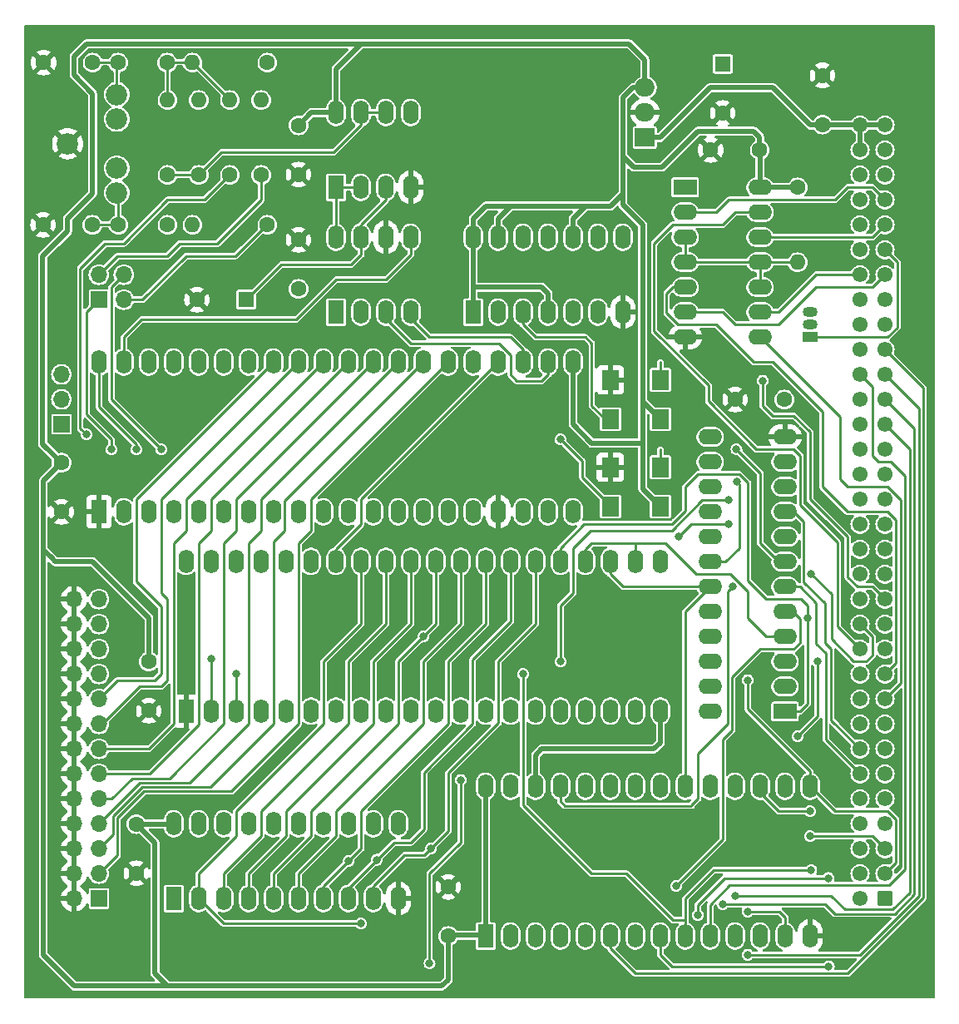
<source format=gtl>
%TF.GenerationSoftware,KiCad,Pcbnew,8.0.6+1*%
%TF.CreationDate,2024-11-13T12:36:37+01:00*%
%TF.ProjectId,QL_Qsound2,514c5f51-736f-4756-9e64-322e6b696361,2*%
%TF.SameCoordinates,Original*%
%TF.FileFunction,Copper,L1,Top*%
%TF.FilePolarity,Positive*%
%FSLAX46Y46*%
G04 Gerber Fmt 4.6, Leading zero omitted, Abs format (unit mm)*
G04 Created by KiCad (PCBNEW 8.0.6+1) date 2024-11-13 12:36:37*
%MOMM*%
%LPD*%
G01*
G04 APERTURE LIST*
G04 Aperture macros list*
%AMRoundRect*
0 Rectangle with rounded corners*
0 $1 Rounding radius*
0 $2 $3 $4 $5 $6 $7 $8 $9 X,Y pos of 4 corners*
0 Add a 4 corners polygon primitive as box body*
4,1,4,$2,$3,$4,$5,$6,$7,$8,$9,$2,$3,0*
0 Add four circle primitives for the rounded corners*
1,1,$1+$1,$2,$3*
1,1,$1+$1,$4,$5*
1,1,$1+$1,$6,$7*
1,1,$1+$1,$8,$9*
0 Add four rect primitives between the rounded corners*
20,1,$1+$1,$2,$3,$4,$5,0*
20,1,$1+$1,$4,$5,$6,$7,0*
20,1,$1+$1,$6,$7,$8,$9,0*
20,1,$1+$1,$8,$9,$2,$3,0*%
G04 Aperture macros list end*
%TA.AperFunction,ComponentPad*%
%ADD10R,1.600000X2.400000*%
%TD*%
%TA.AperFunction,ComponentPad*%
%ADD11O,1.600000X2.400000*%
%TD*%
%TA.AperFunction,ComponentPad*%
%ADD12C,1.600000*%
%TD*%
%TA.AperFunction,ComponentPad*%
%ADD13R,1.500000X1.050000*%
%TD*%
%TA.AperFunction,ComponentPad*%
%ADD14O,1.500000X1.050000*%
%TD*%
%TA.AperFunction,ComponentPad*%
%ADD15O,1.600000X1.600000*%
%TD*%
%TA.AperFunction,ComponentPad*%
%ADD16R,1.700000X1.700000*%
%TD*%
%TA.AperFunction,ComponentPad*%
%ADD17O,1.700000X1.700000*%
%TD*%
%TA.AperFunction,ComponentPad*%
%ADD18C,2.184400*%
%TD*%
%TA.AperFunction,ComponentPad*%
%ADD19R,1.600000X1.600000*%
%TD*%
%TA.AperFunction,SMDPad,CuDef*%
%ADD20R,1.800000X2.000000*%
%TD*%
%TA.AperFunction,ComponentPad*%
%ADD21R,2.400000X1.600000*%
%TD*%
%TA.AperFunction,ComponentPad*%
%ADD22O,2.400000X1.600000*%
%TD*%
%TA.AperFunction,ComponentPad*%
%ADD23R,2.000000X1.905000*%
%TD*%
%TA.AperFunction,ComponentPad*%
%ADD24O,2.000000X1.905000*%
%TD*%
%TA.AperFunction,ComponentPad*%
%ADD25RoundRect,0.249999X0.525001X-0.525001X0.525001X0.525001X-0.525001X0.525001X-0.525001X-0.525001X0*%
%TD*%
%TA.AperFunction,ComponentPad*%
%ADD26C,1.550000*%
%TD*%
%TA.AperFunction,ViaPad*%
%ADD27C,0.800000*%
%TD*%
%TA.AperFunction,ViaPad*%
%ADD28C,1.000000*%
%TD*%
%TA.AperFunction,Conductor*%
%ADD29C,0.250000*%
%TD*%
%TA.AperFunction,Conductor*%
%ADD30C,0.500000*%
%TD*%
%ADD31C,0.350000*%
G04 APERTURE END LIST*
D10*
%TO.P,U9,1,VCC*%
%TO.N,VCC*%
X134620000Y-72390000D03*
D11*
%TO.P,U9,2,ToPull*%
%TO.N,Net-(U5B-+)*%
X137160000Y-72390000D03*
%TO.P,U9,3,LOAD*%
%TO.N,Net-(U7-SH)*%
X139700000Y-72390000D03*
%TO.P,U9,4,SD*%
%TO.N,Net-(U7-OP-0)*%
X142240000Y-72390000D03*
%TO.P,U9,5,oI*%
%TO.N,Net-(U7-oS)*%
X142240000Y-64770000D03*
%TO.P,U9,6,VSS*%
%TO.N,GND*%
X139700000Y-64770000D03*
%TO.P,U9,7,RB*%
%TO.N,Net-(U5A-+)*%
X137160000Y-64770000D03*
%TO.P,U9,8,MP*%
%TO.N,Net-(U5A--)*%
X134620000Y-64770000D03*
%TD*%
D10*
%TO.P,U7,1,VSS*%
%TO.N,GND*%
X110490000Y-92710000D03*
D11*
%TO.P,U7,2,DA1*%
%TO.N,/PA1*%
X113030000Y-92710000D03*
%TO.P,U7,3,DA2*%
%TO.N,/PA2*%
X115570000Y-92710000D03*
%TO.P,U7,4,DA3*%
%TO.N,/PA3*%
X118110000Y-92710000D03*
%TO.P,U7,5,DA4*%
%TO.N,/PA4*%
X120650000Y-92710000D03*
%TO.P,U7,6,DA5*%
%TO.N,/PA5*%
X123190000Y-92710000D03*
%TO.P,U7,7,DA6*%
%TO.N,/PA6*%
X125730000Y-92710000D03*
%TO.P,U7,8,DA7*%
%TO.N,/PA7*%
X128270000Y-92710000D03*
%TO.P,U7,9,IOA0*%
%TO.N,unconnected-(U7-IOA0-Pad9)*%
X130810000Y-92710000D03*
%TO.P,U7,10,IOA1*%
%TO.N,unconnected-(U7-IOA1-Pad10)*%
X133350000Y-92710000D03*
%TO.P,U7,11,IOA2*%
%TO.N,unconnected-(U7-IOA2-Pad11)*%
X135890000Y-92710000D03*
%TO.P,U7,12,IOA3*%
%TO.N,unconnected-(U7-IOA3-Pad12)*%
X138430000Y-92710000D03*
%TO.P,U7,13,IOA4*%
%TO.N,unconnected-(U7-IOA4-Pad13)*%
X140970000Y-92710000D03*
%TO.P,U7,14,IOA5*%
%TO.N,unconnected-(U7-IOA5-Pad14)*%
X143510000Y-92710000D03*
%TO.P,U7,15,IOA6*%
%TO.N,unconnected-(U7-IOA6-Pad15)*%
X146050000Y-92710000D03*
%TO.P,U7,16,IOA7*%
%TO.N,unconnected-(U7-IOA7-Pad16)*%
X148590000Y-92710000D03*
%TO.P,U7,17,AGND*%
%TO.N,GND*%
X151130000Y-92710000D03*
%TO.P,U7,18,C*%
%TO.N,/CH_C*%
X153670000Y-92710000D03*
%TO.P,U7,19,B*%
%TO.N,/CH_B*%
X156210000Y-92710000D03*
%TO.P,U7,20,A*%
%TO.N,/CH_A*%
X158750000Y-92710000D03*
%TO.P,U7,21,VCC*%
%TO.N,VCC*%
X158750000Y-77470000D03*
%TO.P,U7,22,SH*%
%TO.N,Net-(U7-SH)*%
X156210000Y-77470000D03*
%TO.P,U7,23,OP-0*%
%TO.N,Net-(U7-OP-0)*%
X153670000Y-77470000D03*
%TO.P,U7,24,~{RESET}*%
%TO.N,/RESET*%
X151130000Y-77470000D03*
%TO.P,U7,25,~{IRQ}*%
%TO.N,unconnected-(U7-~{IRQ}-Pad25)*%
X148590000Y-77470000D03*
%TO.P,U7,26,IOB0*%
%TO.N,/IOB0*%
X146050000Y-77470000D03*
%TO.P,U7,27,IOB1*%
%TO.N,/IOB1*%
X143510000Y-77470000D03*
%TO.P,U7,28,IOB2*%
%TO.N,/IOB2*%
X140970000Y-77470000D03*
%TO.P,U7,29,IOB3*%
%TO.N,/IOB3*%
X138430000Y-77470000D03*
%TO.P,U7,30,IOB4*%
%TO.N,/IOB4*%
X135890000Y-77470000D03*
%TO.P,U7,31,IOB5*%
%TO.N,/IOB5*%
X133350000Y-77470000D03*
%TO.P,U7,32,IOB6*%
%TO.N,/IOB6*%
X130810000Y-77470000D03*
%TO.P,U7,33,IOB7*%
%TO.N,/IOB7*%
X128270000Y-77470000D03*
%TO.P,U7,34,~{CS}*%
%TO.N,/YM_CS*%
X125730000Y-77470000D03*
%TO.P,U7,35,~{WR}*%
%TO.N,/YM_W*%
X123190000Y-77470000D03*
%TO.P,U7,36,~{RD}*%
%TO.N,/YM_R*%
X120650000Y-77470000D03*
%TO.P,U7,37,A0*%
%TO.N,/YM_A0*%
X118110000Y-77470000D03*
%TO.P,U7,38,oM*%
%TO.N,Net-(JP1-C)*%
X115570000Y-77470000D03*
%TO.P,U7,39,oS*%
%TO.N,Net-(U7-oS)*%
X113030000Y-77470000D03*
%TO.P,U7,40,DA0*%
%TO.N,/PA0*%
X110490000Y-77470000D03*
%TD*%
D12*
%TO.P,C1,1*%
%TO.N,+9V*%
X184150000Y-53300000D03*
%TO.P,C1,2*%
%TO.N,GND*%
X184150000Y-48300000D03*
%TD*%
%TO.P,C6,1*%
%TO.N,VCC*%
X180260000Y-81280000D03*
%TO.P,C6,2*%
%TO.N,GND*%
X175260000Y-81280000D03*
%TD*%
%TO.P,C7,1*%
%TO.N,VCC*%
X106680000Y-87710000D03*
%TO.P,C7,2*%
%TO.N,GND*%
X106680000Y-92710000D03*
%TD*%
D10*
%TO.P,U10,1,~{R}*%
%TO.N,VCC*%
X148590000Y-72390000D03*
D11*
%TO.P,U10,2,D*%
%TO.N,Net-(U10A-D)*%
X151130000Y-72390000D03*
%TO.P,U10,3,C*%
%TO.N,Net-(U10A-C)*%
X153670000Y-72390000D03*
%TO.P,U10,4,~{S}*%
%TO.N,VCC*%
X156210000Y-72390000D03*
%TO.P,U10,5,Q*%
%TO.N,Net-(JP1-B)*%
X158750000Y-72390000D03*
%TO.P,U10,6,~{Q}*%
%TO.N,Net-(U10A-D)*%
X161290000Y-72390000D03*
%TO.P,U10,7,GND*%
%TO.N,GND*%
X163830000Y-72390000D03*
%TO.P,U10,8,~{Q}*%
%TO.N,unconnected-(U10B-~{Q}-Pad8)*%
X163830000Y-64770000D03*
%TO.P,U10,9,Q*%
%TO.N,unconnected-(U10B-Q-Pad9)*%
X161290000Y-64770000D03*
%TO.P,U10,10,~{S}*%
%TO.N,VCC*%
X158750000Y-64770000D03*
%TO.P,U10,11,C*%
%TO.N,unconnected-(U10B-C-Pad11)*%
X156210000Y-64770000D03*
%TO.P,U10,12,D*%
%TO.N,unconnected-(U10B-D-Pad12)*%
X153670000Y-64770000D03*
%TO.P,U10,13,~{R}*%
%TO.N,VCC*%
X151130000Y-64770000D03*
%TO.P,U10,14,VCC*%
X148590000Y-64770000D03*
%TD*%
D13*
%TO.P,Q1,1,E*%
%TO.N,/DSMC*%
X182880000Y-74930000D03*
D14*
%TO.P,Q1,2,B*%
%TO.N,/DSMC'*%
X182880000Y-73660000D03*
%TO.P,Q1,3,C*%
%TO.N,VCC*%
X182880000Y-72390000D03*
%TD*%
D12*
%TO.P,R2,1*%
%TO.N,Net-(JP2-Pin_3)*%
X127635000Y-46990000D03*
D15*
%TO.P,R2,2*%
%TO.N,Net-(C13-Pad1)*%
X120015000Y-46990000D03*
%TD*%
D12*
%TO.P,R6,1*%
%TO.N,Net-(JP2-Pin_2)*%
X127000000Y-58420000D03*
D15*
%TO.P,R6,2*%
%TO.N,Net-(C15-Pad1)*%
X127000000Y-50800000D03*
%TD*%
D10*
%TO.P,U8,1,A->B*%
%TO.N,/245_DIR*%
X118110000Y-132080000D03*
D11*
%TO.P,U8,2,A0*%
%TO.N,/D0*%
X120650000Y-132080000D03*
%TO.P,U8,3,A1*%
%TO.N,/D1*%
X123190000Y-132080000D03*
%TO.P,U8,4,A2*%
%TO.N,/D2*%
X125730000Y-132080000D03*
%TO.P,U8,5,A3*%
%TO.N,/D3*%
X128270000Y-132080000D03*
%TO.P,U8,6,A4*%
%TO.N,/D4*%
X130810000Y-132080000D03*
%TO.P,U8,7,A5*%
%TO.N,/D5*%
X133350000Y-132080000D03*
%TO.P,U8,8,A6*%
%TO.N,/D6*%
X135890000Y-132080000D03*
%TO.P,U8,9,A7*%
%TO.N,/D7*%
X138430000Y-132080000D03*
%TO.P,U8,10,GND*%
%TO.N,GND*%
X140970000Y-132080000D03*
%TO.P,U8,11,B7*%
%TO.N,/PA7*%
X140970000Y-124460000D03*
%TO.P,U8,12,B6*%
%TO.N,/PA6*%
X138430000Y-124460000D03*
%TO.P,U8,13,B5*%
%TO.N,/PA5*%
X135890000Y-124460000D03*
%TO.P,U8,14,B4*%
%TO.N,/PA4*%
X133350000Y-124460000D03*
%TO.P,U8,15,B3*%
%TO.N,/PA3*%
X130810000Y-124460000D03*
%TO.P,U8,16,B2*%
%TO.N,/PA2*%
X128270000Y-124460000D03*
%TO.P,U8,17,B1*%
%TO.N,/PA1*%
X125730000Y-124460000D03*
%TO.P,U8,18,B0*%
%TO.N,/PA0*%
X123190000Y-124460000D03*
%TO.P,U8,19,CE*%
%TO.N,/245_CS*%
X120650000Y-124460000D03*
%TO.P,U8,20,VCC*%
%TO.N,VCC*%
X118110000Y-124460000D03*
%TD*%
D16*
%TO.P,JP2,1,Pin_1*%
%TO.N,/CH_B*%
X110490000Y-71125000D03*
D17*
%TO.P,JP2,2,Pin_2*%
%TO.N,Net-(JP2-Pin_2)*%
X110490000Y-68585000D03*
%TO.P,JP2,3,Pin_3*%
%TO.N,Net-(JP2-Pin_3)*%
X113030000Y-71125000D03*
%TO.P,JP2,4,Pin_4*%
%TO.N,/CH_C*%
X113030000Y-68585000D03*
%TD*%
D10*
%TO.P,U5,1*%
%TO.N,Net-(U5A--)*%
X134620000Y-59690000D03*
D11*
%TO.P,U5,2,-*%
X137160000Y-59690000D03*
%TO.P,U5,3,+*%
%TO.N,Net-(U5A-+)*%
X139700000Y-59690000D03*
%TO.P,U5,4,V-*%
%TO.N,GND*%
X142240000Y-59690000D03*
%TO.P,U5,5,+*%
%TO.N,Net-(U5B-+)*%
X142240000Y-52070000D03*
%TO.P,U5,6,-*%
%TO.N,Net-(U5B--)*%
X139700000Y-52070000D03*
%TO.P,U5,7*%
X137160000Y-52070000D03*
%TO.P,U5,8,V+*%
%TO.N,VCC*%
X134620000Y-52070000D03*
%TD*%
D12*
%TO.P,C8,1*%
%TO.N,VCC*%
X114300000Y-124500000D03*
%TO.P,C8,2*%
%TO.N,GND*%
X114300000Y-129500000D03*
%TD*%
%TO.P,C14,1*%
%TO.N,Net-(C14-Pad1)*%
X109815000Y-63500000D03*
%TO.P,C14,2*%
%TO.N,GND*%
X104815000Y-63500000D03*
%TD*%
%TO.P,C2,1*%
%TO.N,VCC*%
X146050000Y-135890000D03*
%TO.P,C2,2*%
%TO.N,GND*%
X146050000Y-130890000D03*
%TD*%
%TO.P,R5,1*%
%TO.N,/CH_A*%
X123825000Y-58420000D03*
D15*
%TO.P,R5,2*%
%TO.N,Net-(C13-Pad1)*%
X123825000Y-50800000D03*
%TD*%
D12*
%TO.P,C13,1*%
%TO.N,Net-(C13-Pad1)*%
X117435000Y-46990000D03*
%TO.P,C13,2*%
%TO.N,Net-(C12-Pad1)*%
X112435000Y-46990000D03*
%TD*%
%TO.P,R1,1*%
%TO.N,VCC*%
X181610000Y-59690000D03*
D15*
%TO.P,R1,2*%
%TO.N,/MEM_SEL*%
X181610000Y-67310000D03*
%TD*%
D18*
%TO.P,J2,G*%
%TO.N,GND*%
X107315000Y-55245000D03*
%TO.P,J2,S*%
%TO.N,Net-(C12-Pad1)*%
X112315000Y-50245000D03*
%TO.P,J2,SN*%
%TO.N,unconnected-(J2-PadSN)*%
X112315000Y-52745000D03*
%TO.P,J2,T*%
%TO.N,Net-(C14-Pad1)*%
X112315000Y-60245000D03*
%TO.P,J2,TN*%
%TO.N,unconnected-(J2-PadTN)*%
X112315000Y-57745000D03*
%TD*%
D12*
%TO.P,R4,1*%
%TO.N,Net-(U5B--)*%
X120650000Y-58420000D03*
D15*
%TO.P,R4,2*%
%TO.N,Net-(C15-Pad1)*%
X120650000Y-50800000D03*
%TD*%
D12*
%TO.P,C9,1*%
%TO.N,VCC*%
X130810000Y-53380000D03*
%TO.P,C9,2*%
%TO.N,GND*%
X130810000Y-58380000D03*
%TD*%
%TO.P,R3,1*%
%TO.N,Net-(U5B--)*%
X117475000Y-58420000D03*
D15*
%TO.P,R3,2*%
%TO.N,Net-(C13-Pad1)*%
X117475000Y-50800000D03*
%TD*%
D16*
%TO.P,J3,1,Pin_1*%
%TO.N,/P_Strobe*%
X110490000Y-132080000D03*
D17*
%TO.P,J3,2,Pin_2*%
%TO.N,GND*%
X107950000Y-132080000D03*
%TO.P,J3,3,Pin_3*%
%TO.N,/IOB0*%
X110490000Y-129540000D03*
%TO.P,J3,4,Pin_4*%
%TO.N,GND*%
X107950000Y-129540000D03*
%TO.P,J3,5,Pin_5*%
%TO.N,/IOB1*%
X110490000Y-127000000D03*
%TO.P,J3,6,Pin_6*%
%TO.N,GND*%
X107950000Y-127000000D03*
%TO.P,J3,7,Pin_7*%
%TO.N,/IOB2*%
X110490000Y-124460000D03*
%TO.P,J3,8,Pin_8*%
%TO.N,GND*%
X107950000Y-124460000D03*
%TO.P,J3,9,Pin_9*%
%TO.N,/IOB3*%
X110490000Y-121920000D03*
%TO.P,J3,10,Pin_10*%
%TO.N,GND*%
X107950000Y-121920000D03*
%TO.P,J3,11,Pin_11*%
%TO.N,/IOB4*%
X110490000Y-119380000D03*
%TO.P,J3,12,Pin_12*%
%TO.N,GND*%
X107950000Y-119380000D03*
%TO.P,J3,13,Pin_13*%
%TO.N,/IOB5*%
X110490000Y-116840000D03*
%TO.P,J3,14,Pin_14*%
%TO.N,GND*%
X107950000Y-116840000D03*
%TO.P,J3,15,Pin_15*%
%TO.N,/IOB6*%
X110490000Y-114300000D03*
%TO.P,J3,16,Pin_16*%
%TO.N,GND*%
X107950000Y-114300000D03*
%TO.P,J3,17,Pin_17*%
%TO.N,/IOB7*%
X110490000Y-111760000D03*
%TO.P,J3,18,Pin_18*%
%TO.N,GND*%
X107950000Y-111760000D03*
%TO.P,J3,19,Pin_19*%
%TO.N,unconnected-(J3-Pin_19-Pad19)*%
X110490000Y-109220000D03*
%TO.P,J3,20,Pin_20*%
%TO.N,GND*%
X107950000Y-109220000D03*
%TO.P,J3,21,Pin_21*%
%TO.N,/P_Busy*%
X110490000Y-106680000D03*
%TO.P,J3,22,Pin_22*%
%TO.N,GND*%
X107950000Y-106680000D03*
%TO.P,J3,23,Pin_23*%
%TO.N,unconnected-(J3-Pin_23-Pad23)*%
X110490000Y-104140000D03*
%TO.P,J3,24,Pin_24*%
%TO.N,GND*%
X107950000Y-104140000D03*
%TO.P,J3,25,Pin_25*%
%TO.N,unconnected-(J3-Pin_25-Pad25)*%
X110490000Y-101600000D03*
%TO.P,J3,26,Pin_26*%
%TO.N,GND*%
X107950000Y-101600000D03*
%TD*%
D12*
%TO.P,C4,1*%
%TO.N,VCC*%
X115570000Y-107950000D03*
%TO.P,C4,2*%
%TO.N,GND*%
X115570000Y-112950000D03*
%TD*%
D19*
%TO.P,C11,1*%
%TO.N,Net-(U5A-+)*%
X125476000Y-71120000D03*
D12*
%TO.P,C11,2*%
%TO.N,GND*%
X120476000Y-71120000D03*
%TD*%
D20*
%TO.P,X3,1,Vctrl*%
%TO.N,unconnected-(X3-Vctrl-Pad1)*%
X167640000Y-79280000D03*
%TO.P,X3,2,GND*%
%TO.N,GND*%
X162560000Y-79280000D03*
%TO.P,X3,3,OUT*%
%TO.N,Net-(U10A-C)*%
X162560000Y-83280000D03*
%TO.P,X3,4,V+*%
%TO.N,VCC*%
X167640000Y-83280000D03*
%TD*%
D21*
%TO.P,U3,1*%
%TO.N,/A14*%
X170170000Y-59685000D03*
D22*
%TO.P,U3,2*%
%TO.N,/SP0*%
X170170000Y-62225000D03*
%TO.P,U3,3*%
%TO.N,/MEM_SEL*%
X170170000Y-64765000D03*
%TO.P,U3,4*%
X170170000Y-67305000D03*
%TO.P,U3,5*%
%TO.N,/A16*%
X170170000Y-69845000D03*
%TO.P,U3,6*%
%TO.N,/SP2*%
X170170000Y-72385000D03*
%TO.P,U3,7,GND*%
%TO.N,GND*%
X170170000Y-74925000D03*
%TO.P,U3,8*%
%TO.N,/A17*%
X177790000Y-74925000D03*
%TO.P,U3,9*%
%TO.N,/SP3*%
X177790000Y-72385000D03*
%TO.P,U3,10*%
%TO.N,/MEM_SEL*%
X177790000Y-69845000D03*
%TO.P,U3,11*%
X177790000Y-67305000D03*
%TO.P,U3,12*%
%TO.N,/SP1*%
X177790000Y-64765000D03*
%TO.P,U3,13*%
%TO.N,/A15*%
X177790000Y-62225000D03*
%TO.P,U3,14,VCC*%
%TO.N,VCC*%
X177790000Y-59685000D03*
%TD*%
D12*
%TO.P,C15,1*%
%TO.N,Net-(C15-Pad1)*%
X117475000Y-63500000D03*
%TO.P,C15,2*%
%TO.N,Net-(C14-Pad1)*%
X112475000Y-63500000D03*
%TD*%
D19*
%TO.P,C10,1*%
%TO.N,VCC*%
X173990000Y-47127349D03*
D12*
%TO.P,C10,2*%
%TO.N,GND*%
X173990000Y-52127349D03*
%TD*%
%TO.P,R7,1*%
%TO.N,Net-(JP2-Pin_3)*%
X127635000Y-63500000D03*
D15*
%TO.P,R7,2*%
%TO.N,Net-(C15-Pad1)*%
X120015000Y-63500000D03*
%TD*%
D16*
%TO.P,JP1,1,A*%
%TO.N,Net-(JP1-A)*%
X106680000Y-83805000D03*
D17*
%TO.P,JP1,2,C*%
%TO.N,Net-(JP1-C)*%
X106680000Y-81265000D03*
%TO.P,JP1,3,B*%
%TO.N,Net-(JP1-B)*%
X106680000Y-78725000D03*
%TD*%
D23*
%TO.P,U1,1,IN*%
%TO.N,+9V*%
X166075000Y-54610000D03*
D24*
%TO.P,U1,2,GND*%
%TO.N,GND*%
X166075000Y-52070000D03*
%TO.P,U1,3,OUT*%
%TO.N,VCC*%
X166075000Y-49530000D03*
%TD*%
D12*
%TO.P,C12,1*%
%TO.N,Net-(C12-Pad1)*%
X109855000Y-46990000D03*
%TO.P,C12,2*%
%TO.N,GND*%
X104855000Y-46990000D03*
%TD*%
%TO.P,C3,1*%
%TO.N,VCC*%
X177760000Y-55880000D03*
%TO.P,C3,2*%
%TO.N,GND*%
X172760000Y-55880000D03*
%TD*%
D21*
%TO.P,U6,1,I1/CLK*%
%TO.N,/E*%
X180340000Y-113030000D03*
D22*
%TO.P,U6,2,I2*%
%TO.N,/A19*%
X180340000Y-110490000D03*
%TO.P,U6,3,I3*%
%TO.N,/A18*%
X180340000Y-107950000D03*
%TO.P,U6,4,I4/PD*%
%TO.N,/A13*%
X180340000Y-105410000D03*
%TO.P,U6,5,I5*%
%TO.N,/A12*%
X180340000Y-102870000D03*
%TO.P,U6,6,I6*%
%TO.N,/DS*%
X180340000Y-100330000D03*
%TO.P,U6,7,I7*%
%TO.N,/MEM_SEL*%
X180340000Y-97790000D03*
%TO.P,U6,8,I8*%
%TO.N,/A1*%
X180340000Y-95250000D03*
%TO.P,U6,9,I9*%
%TO.N,/WRL*%
X180340000Y-92710000D03*
%TO.P,U6,10,I10*%
%TO.N,/BC1*%
X180340000Y-90170000D03*
%TO.P,U6,11,I11*%
%TO.N,/BDIR*%
X180340000Y-87630000D03*
%TO.P,U6,12,GND*%
%TO.N,GND*%
X180340000Y-85090000D03*
%TO.P,U6,13,I12*%
%TO.N,unconnected-(U6-I12-Pad13)*%
X172720000Y-85090000D03*
%TO.P,U6,14,IO10*%
%TO.N,/YM_CS*%
X172720000Y-87630000D03*
%TO.P,U6,15,IO9*%
%TO.N,/YM_W*%
X172720000Y-90170000D03*
%TO.P,U6,16,IO8*%
%TO.N,/YM_R*%
X172720000Y-92710000D03*
%TO.P,U6,17,IO7*%
%TO.N,/YM_A0*%
X172720000Y-95250000D03*
%TO.P,U6,18,IO6*%
%TO.N,/DSMC'*%
X172720000Y-97790000D03*
%TO.P,U6,19,IO5*%
%TO.N,/CS2{slash}OE*%
X172720000Y-100330000D03*
%TO.P,U6,20,I04*%
%TO.N,/VPA*%
X172720000Y-102870000D03*
%TO.P,U6,21,IO3*%
%TO.N,unconnected-(U6-IO3-Pad21)*%
X172720000Y-105410000D03*
%TO.P,U6,22,IO2*%
%TO.N,/245_CS*%
X172720000Y-107950000D03*
%TO.P,U6,23,IO1*%
%TO.N,/245_DIR*%
X172720000Y-110490000D03*
%TO.P,U6,24,VCC*%
%TO.N,VCC*%
X172720000Y-113030000D03*
%TD*%
D25*
%TO.P,J1,a1,GND*%
%TO.N,GND*%
X190500000Y-132080000D03*
D26*
%TO.P,J1,a2,D3*%
%TO.N,/D3*%
X190500000Y-129540000D03*
%TO.P,J1,a3,D4*%
%TO.N,/D4*%
X190500000Y-127000000D03*
%TO.P,J1,a4,D5*%
%TO.N,/D5*%
X190500000Y-124460000D03*
%TO.P,J1,a5,D6*%
%TO.N,/D6*%
X190500000Y-121920000D03*
%TO.P,J1,a6,D7*%
%TO.N,/D7*%
X190500000Y-119380000D03*
%TO.P,J1,a7,A19*%
%TO.N,/A19*%
X190500000Y-116840000D03*
%TO.P,J1,a8,A18*%
%TO.N,/A18*%
X190500000Y-114300000D03*
%TO.P,J1,a9,A17*%
%TO.N,/A17*%
X190500000Y-111760000D03*
%TO.P,J1,a10,A16*%
%TO.N,/A16*%
X190500000Y-109220000D03*
%TO.P,J1,a11,CLKCPU*%
%TO.N,unconnected-(J1-CLKCPU-Pada11)*%
X190500000Y-106680000D03*
%TO.P,J1,a12,RED*%
%TO.N,unconnected-(J1-RED-Pada12)*%
X190500000Y-104140000D03*
%TO.P,J1,a13,A14*%
%TO.N,/A14*%
X190500000Y-101600000D03*
%TO.P,J1,a14,A13*%
%TO.N,/A13*%
X190500000Y-99060000D03*
%TO.P,J1,a15,A12*%
%TO.N,/A12*%
X190500000Y-96520000D03*
%TO.P,J1,a16,A11*%
%TO.N,/A11*%
X190500000Y-93980000D03*
%TO.P,J1,a17,A10*%
%TO.N,/A10*%
X190500000Y-91440000D03*
%TO.P,J1,a18,A9*%
%TO.N,/A9*%
X190500000Y-88900000D03*
%TO.P,J1,a19,A8*%
%TO.N,/A8*%
X190500000Y-86360000D03*
%TO.P,J1,a20,A7*%
%TO.N,/A7*%
X190500000Y-83820000D03*
%TO.P,J1,a21,A6*%
%TO.N,/A6*%
X190500000Y-81280000D03*
%TO.P,J1,a22,A5*%
%TO.N,/A5*%
X190500000Y-78740000D03*
%TO.P,J1,a23,A4*%
%TO.N,/A4*%
X190500000Y-76200000D03*
%TO.P,J1,a24,A3*%
%TO.N,/A3*%
X190500000Y-73660000D03*
%TO.P,J1,a25,~{DBG}*%
%TO.N,unconnected-(J1-~{DBG}-Pada25)*%
X190500000Y-71120000D03*
%TO.P,J1,a26,SP2*%
%TO.N,/SP2*%
X190500000Y-68580000D03*
%TO.P,J1,a27,~{DSMC}*%
%TO.N,/DSMC*%
X190500000Y-66040000D03*
%TO.P,J1,a28,SP1*%
%TO.N,/SP1*%
X190500000Y-63500000D03*
%TO.P,J1,a29,SP0*%
%TO.N,/SP0*%
X190500000Y-60960000D03*
%TO.P,J1,a30,+12V*%
%TO.N,unconnected-(J1-+12V-Pada30)*%
X190500000Y-58420000D03*
%TO.P,J1,a31,-12V*%
%TO.N,unconnected-(J1--12V-Pada31)*%
X190500000Y-55880000D03*
%TO.P,J1,a32,Vin*%
%TO.N,+9V*%
X190500000Y-53340000D03*
%TO.P,J1,b1,GND*%
%TO.N,GND*%
X187960000Y-132080000D03*
%TO.P,J1,b2,D2*%
%TO.N,/D2*%
X187960000Y-129540000D03*
%TO.P,J1,b3,D1*%
%TO.N,/D1*%
X187960000Y-127000000D03*
%TO.P,J1,b4,D0*%
%TO.N,/D0*%
X187960000Y-124460000D03*
%TO.P,J1,b5,~{AS}*%
%TO.N,unconnected-(J1-~{AS}-Padb5)*%
X187960000Y-121920000D03*
%TO.P,J1,b6,~{DS}*%
%TO.N,/DS*%
X187960000Y-119380000D03*
%TO.P,J1,b7,~{DRW}*%
%TO.N,/WRL*%
X187960000Y-116840000D03*
%TO.P,J1,b8,~{DTACK}*%
%TO.N,unconnected-(J1-~{DTACK}-Padb8)*%
X187960000Y-114300000D03*
%TO.P,J1,b9,~{BG}*%
%TO.N,unconnected-(J1-~{BG}-Padb9)*%
X187960000Y-111760000D03*
%TO.P,J1,b10,~{BR}*%
%TO.N,unconnected-(J1-~{BR}-Padb10)*%
X187960000Y-109220000D03*
%TO.P,J1,b11,A15*%
%TO.N,/A15*%
X187960000Y-106680000D03*
%TO.P,J1,b12,~{RESETCPU}*%
%TO.N,/RESET*%
X187960000Y-104140000D03*
%TO.P,J1,b13,~{CSYNC}*%
%TO.N,unconnected-(J1-~{CSYNC}-Padb13)*%
X187960000Y-101600000D03*
%TO.P,J1,b14,E*%
%TO.N,/E*%
X187960000Y-99060000D03*
%TO.P,J1,b15,VSYNCH*%
%TO.N,unconnected-(J1-VSYNCH-Padb15)*%
X187960000Y-96520000D03*
%TO.P,J1,b16,~{VPA}*%
%TO.N,/VPA*%
X187960000Y-93980000D03*
%TO.P,J1,b17,GREEN*%
%TO.N,unconnected-(J1-GREEN-Padb17)*%
X187960000Y-91440000D03*
%TO.P,J1,b18,BLUE*%
%TO.N,unconnected-(J1-BLUE-Padb18)*%
X187960000Y-88900000D03*
%TO.P,J1,b19,FC2*%
%TO.N,unconnected-(J1-FC2-Padb19)*%
X187960000Y-86360000D03*
%TO.P,J1,b20,FC1*%
%TO.N,unconnected-(J1-FC1-Padb20)*%
X187960000Y-83820000D03*
%TO.P,J1,b21,FC0*%
%TO.N,unconnected-(J1-FC0-Padb21)*%
X187960000Y-81280000D03*
%TO.P,J1,b22,A0*%
%TO.N,/A0*%
X187960000Y-78740000D03*
%TO.P,J1,b23,ROMOEH*%
%TO.N,unconnected-(J1-ROMOEH-Padb23)*%
X187960000Y-76200000D03*
%TO.P,J1,b24,A1*%
%TO.N,/A1*%
X187960000Y-73660000D03*
%TO.P,J1,b25,A2*%
%TO.N,/A2*%
X187960000Y-71120000D03*
%TO.P,J1,b26,SP3*%
%TO.N,/SP3*%
X187960000Y-68580000D03*
%TO.P,J1,b27,~{IPLO}*%
%TO.N,unconnected-(J1-~{IPLO}-Padb27)*%
X187960000Y-66040000D03*
%TO.P,J1,b28,~{BERR}*%
%TO.N,unconnected-(J1-~{BERR}-Padb28)*%
X187960000Y-63500000D03*
%TO.P,J1,b29,~{IPL1}*%
%TO.N,unconnected-(J1-~{IPL1}-Padb29)*%
X187960000Y-60960000D03*
%TO.P,J1,b30,~{EXTINT}*%
%TO.N,unconnected-(J1-~{EXTINT}-Padb30)*%
X187960000Y-58420000D03*
%TO.P,J1,b31,Vin*%
%TO.N,+9V*%
X187960000Y-55880000D03*
%TO.P,J1,b32,Vin*%
X187960000Y-53340000D03*
%TD*%
D20*
%TO.P,X4,1,Vctrl*%
%TO.N,unconnected-(X4-Vctrl-Pad1)*%
X167640000Y-88170000D03*
%TO.P,X4,2,GND*%
%TO.N,GND*%
X162560000Y-88170000D03*
%TO.P,X4,3,OUT*%
%TO.N,Net-(JP1-A)*%
X162560000Y-92170000D03*
%TO.P,X4,4,V+*%
%TO.N,VCC*%
X167640000Y-92170000D03*
%TD*%
D10*
%TO.P,U2,1,A15*%
%TO.N,VCC*%
X149860000Y-135890000D03*
D11*
%TO.P,U2,2,A12*%
%TO.N,/A12*%
X152400000Y-135890000D03*
%TO.P,U2,3,A7*%
%TO.N,/A7*%
X154940000Y-135890000D03*
%TO.P,U2,4,A6*%
%TO.N,/A6*%
X157480000Y-135890000D03*
%TO.P,U2,5,A5*%
%TO.N,/A5*%
X160020000Y-135890000D03*
%TO.P,U2,6,A4*%
%TO.N,/A4*%
X162560000Y-135890000D03*
%TO.P,U2,7,A3*%
%TO.N,/A3*%
X165100000Y-135890000D03*
%TO.P,U2,8,A2*%
%TO.N,/A2*%
X167640000Y-135890000D03*
%TO.P,U2,9,A1*%
%TO.N,/A1*%
X170180000Y-135890000D03*
%TO.P,U2,10,A0*%
%TO.N,/A0*%
X172720000Y-135890000D03*
%TO.P,U2,11,D0*%
%TO.N,/D0*%
X175260000Y-135890000D03*
%TO.P,U2,12,D1*%
%TO.N,/D1*%
X177800000Y-135890000D03*
%TO.P,U2,13,D2*%
%TO.N,/D2*%
X180340000Y-135890000D03*
%TO.P,U2,14,GND*%
%TO.N,GND*%
X182880000Y-135890000D03*
%TO.P,U2,15,D3*%
%TO.N,/D3*%
X182880000Y-120650000D03*
%TO.P,U2,16,D4*%
%TO.N,/D4*%
X180340000Y-120650000D03*
%TO.P,U2,17,D5*%
%TO.N,/D5*%
X177800000Y-120650000D03*
%TO.P,U2,18,D6*%
%TO.N,/D6*%
X175260000Y-120650000D03*
%TO.P,U2,19,D7*%
%TO.N,/D7*%
X172720000Y-120650000D03*
%TO.P,U2,20,~{CE}*%
%TO.N,/CS2{slash}OE*%
X170180000Y-120650000D03*
%TO.P,U2,21,A10*%
%TO.N,/A10*%
X167640000Y-120650000D03*
%TO.P,U2,22,~{OE/Vpp}*%
%TO.N,/A13*%
X165100000Y-120650000D03*
%TO.P,U2,23,A11*%
%TO.N,/A11*%
X162560000Y-120650000D03*
%TO.P,U2,24,A9*%
%TO.N,/A9*%
X160020000Y-120650000D03*
%TO.P,U2,25,A8*%
%TO.N,/A8*%
X157480000Y-120650000D03*
%TO.P,U2,26,A13*%
%TO.N,VCC*%
X154940000Y-120650000D03*
%TO.P,U2,27,A14*%
X152400000Y-120650000D03*
%TO.P,U2,28,VCC*%
X149860000Y-120650000D03*
%TD*%
D12*
%TO.P,C5,1*%
%TO.N,VCC*%
X130810000Y-70024000D03*
%TO.P,C5,2*%
%TO.N,GND*%
X130810000Y-65024000D03*
%TD*%
D10*
%TO.P,U4,1,VSS*%
%TO.N,GND*%
X119385000Y-113010000D03*
D11*
%TO.P,U4,2,PA0*%
%TO.N,/PA0*%
X121925000Y-113010000D03*
%TO.P,U4,3,PA1*%
%TO.N,/PA1*%
X124465000Y-113010000D03*
%TO.P,U4,4,PA2*%
%TO.N,/PA2*%
X127005000Y-113010000D03*
%TO.P,U4,5,PA3*%
%TO.N,/PA3*%
X129545000Y-113010000D03*
%TO.P,U4,6,PA4*%
%TO.N,/PA4*%
X132085000Y-113010000D03*
%TO.P,U4,7,PA5*%
%TO.N,/PA5*%
X134625000Y-113010000D03*
%TO.P,U4,8,PA6*%
%TO.N,/PA6*%
X137165000Y-113010000D03*
%TO.P,U4,9,PA7*%
%TO.N,/PA7*%
X139705000Y-113010000D03*
%TO.P,U4,10,PB0*%
%TO.N,/BC1*%
X142245000Y-113010000D03*
%TO.P,U4,11,PB1*%
%TO.N,unconnected-(U4-PB1-Pad11)*%
X144785000Y-113010000D03*
%TO.P,U4,12,PB2*%
%TO.N,/BDIR*%
X147325000Y-113010000D03*
%TO.P,U4,13,PB3*%
%TO.N,/P_Strobe*%
X149865000Y-113010000D03*
%TO.P,U4,14,PB4*%
%TO.N,/P_Busy*%
X152405000Y-113010000D03*
%TO.P,U4,15,PB5*%
%TO.N,unconnected-(U4-PB5-Pad15)*%
X154945000Y-113010000D03*
%TO.P,U4,16,PB6*%
%TO.N,unconnected-(U4-PB6-Pad16)*%
X157485000Y-113010000D03*
%TO.P,U4,17,PB7*%
%TO.N,unconnected-(U4-PB7-Pad17)*%
X160025000Y-113010000D03*
%TO.P,U4,18,CB1*%
%TO.N,unconnected-(U4-CB1-Pad18)*%
X162565000Y-113010000D03*
%TO.P,U4,19,CB2*%
%TO.N,unconnected-(U4-CB2-Pad19)*%
X165105000Y-113010000D03*
%TO.P,U4,20,VCC*%
%TO.N,VCC*%
X167645000Y-113010000D03*
%TO.P,U4,21,R/~{W}*%
%TO.N,/WRL*%
X167645000Y-97770000D03*
%TO.P,U4,22,CS0*%
%TO.N,/A13*%
X165105000Y-97770000D03*
%TO.P,U4,23,~{CS2}*%
%TO.N,/CS2{slash}OE*%
X162565000Y-97770000D03*
%TO.P,U4,24,CS1*%
%TO.N,/A13*%
X160025000Y-97770000D03*
%TO.P,U4,25,ENABLE*%
%TO.N,/E*%
X157485000Y-97770000D03*
%TO.P,U4,26,D7*%
%TO.N,/D7*%
X154945000Y-97770000D03*
%TO.P,U4,27,D6*%
%TO.N,/D6*%
X152405000Y-97770000D03*
%TO.P,U4,28,D5*%
%TO.N,/D5*%
X149865000Y-97770000D03*
%TO.P,U4,29,D4*%
%TO.N,/D4*%
X147325000Y-97770000D03*
%TO.P,U4,30,D3*%
%TO.N,/D3*%
X144785000Y-97770000D03*
%TO.P,U4,31,D2*%
%TO.N,/D2*%
X142245000Y-97770000D03*
%TO.P,U4,32,D1*%
%TO.N,/D1*%
X139705000Y-97770000D03*
%TO.P,U4,33,D0*%
%TO.N,/D0*%
X137165000Y-97770000D03*
%TO.P,U4,34,~{RESET}*%
%TO.N,/RESET*%
X134625000Y-97770000D03*
%TO.P,U4,35,RS1*%
%TO.N,/A1*%
X132085000Y-97770000D03*
%TO.P,U4,36,RS0*%
%TO.N,/A0*%
X129545000Y-97770000D03*
%TO.P,U4,37,~{IRQB}*%
%TO.N,unconnected-(U4-~{IRQB}-Pad37)*%
X127005000Y-97770000D03*
%TO.P,U4,38,~{IRQA}*%
%TO.N,unconnected-(U4-~{IRQA}-Pad38)*%
X124465000Y-97770000D03*
%TO.P,U4,39,CA2*%
%TO.N,unconnected-(U4-CA2-Pad39)*%
X121925000Y-97770000D03*
%TO.P,U4,40,CA1*%
%TO.N,unconnected-(U4-CA1-Pad40)*%
X119385000Y-97770000D03*
%TD*%
D27*
%TO.N,GND*%
X148590000Y-48260000D03*
X152400000Y-48260000D03*
X149860000Y-48260000D03*
X148590000Y-55880000D03*
X154940000Y-50800000D03*
X157480000Y-53340000D03*
X160020000Y-53340000D03*
X161290000Y-52070000D03*
X152400000Y-53340000D03*
X156210000Y-52070000D03*
X158750000Y-52070000D03*
X154940000Y-53340000D03*
X151130000Y-54610000D03*
X154940000Y-48260000D03*
X149860000Y-55880000D03*
X152400000Y-50800000D03*
X154940000Y-55880000D03*
X157480000Y-48260000D03*
X156210000Y-54610000D03*
X147320000Y-54610000D03*
X147320000Y-49530000D03*
X160020000Y-48260000D03*
X157480000Y-50800000D03*
X161290000Y-49530000D03*
X156210000Y-49530000D03*
X152400000Y-55880000D03*
D28*
X140970000Y-139700000D03*
D27*
X160020000Y-50800000D03*
X161290000Y-54610000D03*
D28*
X114300000Y-139700000D03*
D27*
X153670000Y-49530000D03*
X157480000Y-55880000D03*
X153670000Y-54610000D03*
X158750000Y-54610000D03*
X151130000Y-49530000D03*
X153670000Y-52070000D03*
X158750000Y-49530000D03*
X160020000Y-55880000D03*
%TO.N,/A14*%
X178054000Y-79375000D03*
%TO.N,/A12*%
X169242600Y-130810000D03*
%TO.N,/A9*%
X181610000Y-115570000D03*
X183635600Y-107950000D03*
%TO.N,/A8*%
X174983000Y-100353900D03*
%TO.N,/A7*%
X175260000Y-131771800D03*
%TO.N,/A6*%
X173990000Y-132662700D03*
%TO.N,/A5*%
X176530000Y-137795000D03*
%TO.N,/A3*%
X171450000Y-133758800D03*
X184749200Y-129995800D03*
%TO.N,/E*%
X182624300Y-103505000D03*
%TO.N,/RESET*%
X183007000Y-99060000D03*
%TO.N,/D0*%
X137160000Y-134620000D03*
%TO.N,/A0*%
X169545000Y-95250000D03*
X174625000Y-93980000D03*
%TO.N,/A1*%
X182996900Y-129188200D03*
X153670000Y-109220000D03*
%TO.N,/A2*%
X184785000Y-138975000D03*
%TO.N,/P_Strobe*%
X147320000Y-120015000D03*
X144145000Y-138684000D03*
%TO.N,/DSMC'*%
X175395200Y-89676000D03*
%TO.N,/MEM_SEL*%
X175387000Y-86360000D03*
%TO.N,/CH_A*%
X109220000Y-84836000D03*
%TO.N,/CH_B*%
X111760000Y-86360000D03*
%TO.N,/CH_C*%
X116840000Y-86360000D03*
%TO.N,/BDIR*%
X174575400Y-91523800D03*
X157480000Y-107950000D03*
%TO.N,/PA1*%
X124460000Y-109220000D03*
%TO.N,/PA0*%
X121920000Y-107648500D03*
X114300000Y-86360000D03*
%TO.N,/D3*%
X143510000Y-105410000D03*
X176530000Y-109855000D03*
%TO.N,/D4*%
X182880000Y-125730000D03*
%TO.N,/D5*%
X135890000Y-128270000D03*
X182880000Y-123190000D03*
%TO.N,/D6*%
X138793300Y-128127400D03*
%TO.N,/D7*%
X144272000Y-127000000D03*
%TO.N,/D2*%
X176530000Y-133399800D03*
%TO.N,Net-(JP1-A)*%
X157480000Y-85344000D03*
%TD*%
D29*
%TO.N,Net-(JP1-A)*%
X159702500Y-87566500D02*
X157480000Y-85344000D01*
X162560000Y-92075000D02*
X159702500Y-89217500D01*
X159702500Y-89217500D02*
X159702500Y-87566500D01*
D30*
%TO.N,+9V*%
X187960000Y-53340000D02*
X184150000Y-53340000D01*
X187960000Y-55880000D02*
X187960000Y-53340000D01*
X190500000Y-53340000D02*
X187960000Y-53340000D01*
X179070000Y-49530000D02*
X182880000Y-53340000D01*
X182880000Y-53340000D02*
X184150000Y-53340000D01*
X167640000Y-54610000D02*
X172720000Y-49530000D01*
X166075000Y-54610000D02*
X167640000Y-54610000D01*
X172720000Y-49530000D02*
X179070000Y-49530000D01*
%TO.N,GND*%
X113030000Y-130810000D02*
X114300000Y-132080000D01*
X114300000Y-132080000D02*
X114300000Y-139700000D01*
X114300000Y-129500000D02*
X113030000Y-130770000D01*
X140970000Y-132080000D02*
X140970000Y-139700000D01*
X113030000Y-130770000D02*
X113030000Y-130810000D01*
%TO.N,VCC*%
X149860000Y-120650000D02*
X149860000Y-135890000D01*
X116205000Y-126405000D02*
X114300000Y-124500000D01*
X163830000Y-56515000D02*
X164960100Y-57645100D01*
X177760000Y-55880000D02*
X177760000Y-54570000D01*
X105728000Y-97472500D02*
X104815000Y-96560000D01*
X162560000Y-61595000D02*
X163830000Y-60325000D01*
X134620000Y-47625000D02*
X137160000Y-45085000D01*
X163830000Y-60325000D02*
X163830000Y-59690000D01*
X152400000Y-61595000D02*
X161290000Y-61595000D01*
X114300000Y-124500000D02*
X118070000Y-124500000D01*
X148590000Y-69850000D02*
X148590000Y-64770000D01*
X107315000Y-62865000D02*
X107315000Y-64135000D01*
X165840000Y-80645000D02*
X165840000Y-90370000D01*
X154940000Y-117475000D02*
X155575000Y-116840000D01*
X163830000Y-61490000D02*
X165840000Y-63500000D01*
X163830000Y-59690000D02*
X163830000Y-61490000D01*
X155575000Y-116840000D02*
X167005000Y-116840000D01*
X177165000Y-53975000D02*
X171450000Y-53975000D01*
X137160000Y-45085000D02*
X164465000Y-45085000D01*
X117475000Y-140970000D02*
X145415000Y-140970000D01*
X151130000Y-64770000D02*
X151130000Y-62865000D01*
X146050000Y-140335000D02*
X146050000Y-135890000D01*
X152400000Y-61595000D02*
X151130000Y-62865000D01*
X104775000Y-66675000D02*
X104775000Y-85805000D01*
X165840000Y-80645000D02*
X165840000Y-81480000D01*
X160020000Y-61595000D02*
X158750000Y-62865000D01*
X154940000Y-120650000D02*
X154940000Y-117475000D01*
X117475000Y-140970000D02*
X116205000Y-139700000D01*
X158750000Y-62865000D02*
X158750000Y-64770000D01*
X117475000Y-140970000D02*
X107950000Y-140970000D01*
X177760000Y-54570000D02*
X177165000Y-53975000D01*
X164960100Y-57645100D02*
X165100000Y-57645100D01*
X177790000Y-59685000D02*
X177790000Y-55950000D01*
X107950000Y-48260000D02*
X109855000Y-50165000D01*
X165100000Y-57645100D02*
X167779900Y-57645100D01*
X109855000Y-97790000D02*
X106045000Y-97790000D01*
X107950000Y-140970000D02*
X104815000Y-137835000D01*
X115570000Y-103505000D02*
X109855000Y-97790000D01*
X163830000Y-59690000D02*
X163830000Y-55245000D01*
X155575000Y-69850000D02*
X148590000Y-69850000D01*
X165840000Y-81480000D02*
X167640000Y-83280000D01*
X104815000Y-137835000D02*
X104815000Y-96560000D01*
X134620000Y-52070000D02*
X132120000Y-52070000D01*
X109855000Y-50165000D02*
X109855000Y-60325000D01*
X109855000Y-60325000D02*
X107315000Y-62865000D01*
X163830000Y-55245000D02*
X163830000Y-56515000D01*
X166075000Y-49530000D02*
X164846000Y-49530000D01*
X163830000Y-50546000D02*
X163830000Y-55245000D01*
X165840000Y-63500000D02*
X165840000Y-80645000D01*
X148590000Y-72390000D02*
X148590000Y-69850000D01*
X161290000Y-61595000D02*
X160020000Y-61595000D01*
X146050000Y-135810000D02*
X149780000Y-135810000D01*
X165840000Y-90370000D02*
X167640000Y-92170000D01*
X156210000Y-70485000D02*
X155575000Y-69850000D01*
X161290000Y-61595000D02*
X162560000Y-61595000D01*
X137160000Y-45085000D02*
X109220000Y-45085000D01*
X104815000Y-96560000D02*
X104815000Y-89575000D01*
X167640000Y-116205000D02*
X167005000Y-116840000D01*
X115570000Y-107950000D02*
X115570000Y-103505000D01*
X104775000Y-85805000D02*
X106680000Y-87710000D01*
X165840000Y-85725000D02*
X160655000Y-85725000D01*
X134620000Y-52070000D02*
X134620000Y-47625000D01*
X149860000Y-61595000D02*
X152400000Y-61595000D01*
X145415000Y-140970000D02*
X146050000Y-140335000D01*
X171450000Y-53975000D02*
X167779900Y-57645100D01*
X104815000Y-89575000D02*
X106680000Y-87710000D01*
X109220000Y-45085000D02*
X107950000Y-46355000D01*
X166075000Y-49530000D02*
X166075000Y-46695000D01*
X181610000Y-59690000D02*
X177795000Y-59690000D01*
X160655000Y-85725000D02*
X158750000Y-83820000D01*
X164846000Y-49530000D02*
X163830000Y-50546000D01*
X156210000Y-72390000D02*
X156210000Y-70485000D01*
X107315000Y-64135000D02*
X104775000Y-66675000D01*
X132120000Y-52070000D02*
X130810000Y-53380000D01*
X149860000Y-61595000D02*
X148590000Y-62865000D01*
X167640000Y-116205000D02*
X167640000Y-113030000D01*
X106045000Y-97790000D02*
X105728000Y-97472500D01*
X166075000Y-46695000D02*
X164465000Y-45085000D01*
X148590000Y-64770000D02*
X148590000Y-62865000D01*
X107950000Y-46355000D02*
X107950000Y-48260000D01*
X116205000Y-139700000D02*
X116205000Y-126405000D01*
X158750000Y-83820000D02*
X158750000Y-77470000D01*
D29*
%TO.N,/A17*%
X192119300Y-110140700D02*
X192119300Y-91503665D01*
X192119300Y-91503665D02*
X190785635Y-90170000D01*
X190785635Y-90170000D02*
X186690000Y-90170000D01*
X186690000Y-90170000D02*
X185912183Y-89392183D01*
X190500000Y-111760000D02*
X192119300Y-110140700D01*
X185912183Y-89392183D02*
X185912183Y-83047183D01*
X185912183Y-83047183D02*
X177790000Y-74925000D01*
%TO.N,/A16*%
X170170000Y-69845000D02*
X168915000Y-69845000D01*
X190785635Y-92710000D02*
X191624300Y-93548665D01*
X179070000Y-77470000D02*
X184150000Y-82550000D01*
X186690000Y-92710000D02*
X190785635Y-92710000D01*
X191624300Y-93548665D02*
X191624300Y-108095700D01*
X191624300Y-108095700D02*
X190500000Y-109220000D01*
X169454010Y-73660000D02*
X173355000Y-73660000D01*
X184150000Y-82550000D02*
X184150000Y-90170000D01*
X173355000Y-73660000D02*
X177165000Y-77470000D01*
X177165000Y-77470000D02*
X179070000Y-77470000D01*
X168915000Y-69845000D02*
X168275000Y-70485000D01*
X168275000Y-72480990D02*
X169454010Y-73660000D01*
X184150000Y-90170000D02*
X186690000Y-92710000D01*
X168275000Y-70485000D02*
X168275000Y-72480990D01*
%TO.N,/A14*%
X189230000Y-100330000D02*
X187674365Y-100330000D01*
X190500000Y-101600000D02*
X189230000Y-100330000D01*
X178054000Y-81915000D02*
X178054000Y-79375000D01*
X181229000Y-82931000D02*
X179070000Y-82931000D01*
X186690000Y-99345635D02*
X186690000Y-95250000D01*
X182880000Y-91440000D02*
X182880000Y-84582000D01*
X179070000Y-82931000D02*
X178054000Y-81915000D01*
X182880000Y-84582000D02*
X181229000Y-82931000D01*
X187674365Y-100330000D02*
X186690000Y-99345635D01*
X186690000Y-95250000D02*
X182880000Y-91440000D01*
%TO.N,/A13*%
X160020000Y-97790000D02*
X160020000Y-96520000D01*
X165100000Y-95885000D02*
X165100000Y-97790000D01*
X174737000Y-99060000D02*
X171322300Y-99060000D01*
X160020000Y-96520000D02*
X160655000Y-95885000D01*
X160655000Y-95885000D02*
X165100000Y-95885000D01*
X171322300Y-99060000D02*
X168147300Y-95885000D01*
X176530000Y-103505000D02*
X176530000Y-100853000D01*
X178435000Y-105410000D02*
X176530000Y-103505000D01*
X180340000Y-105410000D02*
X178435000Y-105410000D01*
X168147300Y-95885000D02*
X165100000Y-95885000D01*
X176530000Y-100853000D02*
X174737000Y-99060000D01*
%TO.N,/A12*%
X173990000Y-115898800D02*
X174953800Y-114935000D01*
X181866900Y-103632000D02*
X181104900Y-102870000D01*
X174953800Y-109526200D02*
X177800000Y-106680000D01*
X169242600Y-130810000D02*
X173990000Y-126062600D01*
X173990000Y-126062600D02*
X173990000Y-115898800D01*
X181866900Y-106045000D02*
X181866900Y-103632000D01*
X174953800Y-114935000D02*
X174953800Y-109526200D01*
X181231900Y-106680000D02*
X181866900Y-106045000D01*
X177800000Y-106680000D02*
X181231900Y-106680000D01*
%TO.N,/A9*%
X183635600Y-113544400D02*
X181610000Y-115570000D01*
X183635600Y-107950000D02*
X183635600Y-113544400D01*
%TO.N,/A8*%
X171450000Y-121920000D02*
X171450000Y-117353800D01*
X174503800Y-114300000D02*
X174503800Y-100833100D01*
X170815000Y-122632600D02*
X157935700Y-122632600D01*
X157935700Y-122632600D02*
X157480000Y-122176900D01*
X157480000Y-122176900D02*
X157480000Y-120650000D01*
X170815000Y-122632600D02*
X170815000Y-122555000D01*
X174503800Y-100833100D02*
X174983000Y-100353900D01*
X171450000Y-117353800D02*
X174503800Y-114300000D01*
X170815000Y-122555000D02*
X171450000Y-121920000D01*
%TO.N,/A7*%
X175260000Y-131771800D02*
X185038400Y-131771800D01*
X193023100Y-86343100D02*
X190500000Y-83820000D01*
X193023100Y-131443900D02*
X193023100Y-86343100D01*
X186453700Y-133187100D02*
X191279900Y-133187100D01*
X191279900Y-133187100D02*
X193023100Y-131443900D01*
X185038400Y-131771800D02*
X186453700Y-133187100D01*
%TO.N,/A6*%
X184441300Y-132662700D02*
X185420000Y-133641400D01*
X185420000Y-133641400D02*
X191480100Y-133641400D01*
X191480100Y-133641400D02*
X193488900Y-131632600D01*
X193488900Y-84268900D02*
X190500000Y-81280000D01*
X173990000Y-132662700D02*
X184441300Y-132662700D01*
X193488900Y-131632600D02*
X193488900Y-84268900D01*
%TO.N,/A5*%
X193950000Y-131821600D02*
X193950000Y-82190000D01*
X176530000Y-137795000D02*
X187976600Y-137795000D01*
X193950000Y-82190000D02*
X190500000Y-78740000D01*
X187976600Y-137795000D02*
X193950000Y-131821600D01*
%TO.N,/A4*%
X194400000Y-132007996D02*
X194400000Y-80100000D01*
X194400000Y-80100000D02*
X190500000Y-76200000D01*
X186707996Y-139700000D02*
X194400000Y-132007996D01*
X162560000Y-137160000D02*
X165100000Y-139700000D01*
X165100000Y-139700000D02*
X186707996Y-139700000D01*
X162560000Y-135890000D02*
X162560000Y-137160000D01*
%TO.N,/A3*%
X171450000Y-132715000D02*
X174169200Y-129995800D01*
X174169200Y-129995800D02*
X184749200Y-129995800D01*
X171450000Y-133758800D02*
X171450000Y-132715000D01*
%TO.N,/SP3*%
X183515000Y-68580000D02*
X187960000Y-68580000D01*
X177790000Y-72385000D02*
X179700000Y-72385000D01*
X179700000Y-72385000D02*
X179705000Y-72390000D01*
X179705000Y-72390000D02*
X183515000Y-68580000D01*
%TO.N,/E*%
X176530000Y-99695000D02*
X178435000Y-101600000D01*
X182624300Y-112272600D02*
X181866900Y-113030000D01*
X170171500Y-92631114D02*
X170171500Y-90170000D01*
X181866900Y-113030000D02*
X180340000Y-113030000D01*
X175695500Y-88891500D02*
X176530000Y-89726000D01*
X178435000Y-101600000D02*
X181989300Y-101600000D01*
X157480000Y-97790000D02*
X157480000Y-96393000D01*
X181989300Y-101600000D02*
X182624300Y-102235000D01*
X170171500Y-90170000D02*
X171450000Y-88891500D01*
X171450000Y-88891500D02*
X175695500Y-88891500D01*
X168822614Y-93980000D02*
X170171500Y-92631114D01*
X157480000Y-96393000D02*
X159893000Y-93980000D01*
X176530000Y-89726000D02*
X176530000Y-99695000D01*
X182624300Y-102235000D02*
X182624300Y-103505000D01*
X182624300Y-103505000D02*
X182624300Y-112272600D01*
X159893000Y-93980000D02*
X168822614Y-93980000D01*
%TO.N,/RESET*%
X187325000Y-107950000D02*
X185059100Y-105684100D01*
X151130000Y-77470000D02*
X137160000Y-91440000D01*
X189230000Y-107315000D02*
X188595000Y-107950000D01*
X187960000Y-104140000D02*
X189230000Y-105410000D01*
X134625000Y-96515000D02*
X134625000Y-97770000D01*
X185059100Y-101112100D02*
X183007000Y-99060000D01*
X137160000Y-93980000D02*
X134625000Y-96515000D01*
X189230000Y-105410000D02*
X189230000Y-107315000D01*
X137160000Y-91440000D02*
X137160000Y-93980000D01*
X188595000Y-107950000D02*
X187325000Y-107950000D01*
X185059100Y-105684100D02*
X185059100Y-101112100D01*
%TO.N,/D0*%
X124460000Y-123190000D02*
X133350000Y-114300000D01*
X120650000Y-132080000D02*
X123190000Y-134620000D01*
X137160000Y-104140000D02*
X137160000Y-97790000D01*
X133350000Y-107950000D02*
X137160000Y-104140000D01*
X120650000Y-132080000D02*
X120650000Y-129540000D01*
X124460000Y-125730000D02*
X124460000Y-123190000D01*
X123190000Y-134620000D02*
X137160000Y-134620000D01*
X133350000Y-114300000D02*
X133350000Y-107950000D01*
X120650000Y-129540000D02*
X124460000Y-125730000D01*
%TO.N,/WRL*%
X182245000Y-99884600D02*
X184372700Y-102012300D01*
X185022800Y-113902800D02*
X187960000Y-116840000D01*
X184372700Y-106029900D02*
X185022800Y-106680000D01*
X182245000Y-93726000D02*
X182245000Y-99884600D01*
X185022800Y-106680000D02*
X185022800Y-113902800D01*
X184372700Y-102012300D02*
X184372700Y-106029900D01*
X181229000Y-92710000D02*
X182245000Y-93726000D01*
%TO.N,/DS*%
X184469600Y-115889600D02*
X187960000Y-119380000D01*
X183515000Y-101978100D02*
X183515000Y-106169096D01*
X184469600Y-107123695D02*
X184469600Y-115889600D01*
X181866900Y-100330000D02*
X183515000Y-101978100D01*
X180340000Y-100330000D02*
X181866900Y-100330000D01*
X183515000Y-106169096D02*
X184469600Y-107123695D01*
%TO.N,/A15*%
X181866900Y-92003800D02*
X185698300Y-95835200D01*
X167005000Y-74295000D02*
X172528700Y-79818700D01*
X175260000Y-62225000D02*
X173990000Y-63495000D01*
X185698300Y-104418300D02*
X187960000Y-106680000D01*
X177417400Y-86360000D02*
X181231900Y-86360000D01*
X177790000Y-62225000D02*
X175260000Y-62225000D01*
X181231900Y-86360000D02*
X181866900Y-86995000D01*
X172528700Y-81471300D02*
X177417400Y-86360000D01*
X167005000Y-65405000D02*
X167005000Y-74295000D01*
X173990000Y-63495000D02*
X168915000Y-63495000D01*
X172528700Y-79818700D02*
X172528700Y-81471300D01*
X181866900Y-86995000D02*
X181866900Y-92003800D01*
X168915000Y-63495000D02*
X167005000Y-65405000D01*
X185698300Y-95835200D02*
X185698300Y-104418300D01*
%TO.N,/SP0*%
X189230000Y-59690000D02*
X190500000Y-60960000D01*
X170170000Y-62225000D02*
X173360000Y-62225000D01*
X185420000Y-60960000D02*
X186690000Y-59690000D01*
X174625000Y-60960000D02*
X185420000Y-60960000D01*
X186690000Y-59690000D02*
X189230000Y-59690000D01*
X173360000Y-62225000D02*
X174625000Y-60960000D01*
%TO.N,/SP1*%
X177790000Y-64765000D02*
X189235000Y-64765000D01*
X189235000Y-64765000D02*
X190500000Y-63500000D01*
%TO.N,/DSMC*%
X191770000Y-73945600D02*
X191770000Y-67310000D01*
X190786000Y-74930000D02*
X191770000Y-73945600D01*
X191770000Y-67310000D02*
X190500000Y-66040000D01*
X182880000Y-74930000D02*
X190786000Y-74930000D01*
%TO.N,/A0*%
X174712100Y-130722900D02*
X190934500Y-130722900D01*
X192571200Y-129086200D02*
X192571200Y-89066200D01*
X189230000Y-80010000D02*
X187960000Y-78740000D01*
X169545000Y-95250000D02*
X170815000Y-93980000D01*
X170815000Y-93980000D02*
X174625000Y-93980000D01*
X189865000Y-87630000D02*
X189230000Y-86995000D01*
X172720000Y-132715000D02*
X174712100Y-130722900D01*
X189230000Y-86995000D02*
X189230000Y-80010000D01*
X192571200Y-89066200D02*
X191135000Y-87630000D01*
X190934500Y-130722900D02*
X192571200Y-129086200D01*
X191135000Y-87630000D02*
X189865000Y-87630000D01*
X172720000Y-135890000D02*
X172720000Y-132715000D01*
%TO.N,/A1*%
X160655000Y-129540000D02*
X164200100Y-129540000D01*
X153670000Y-122555000D02*
X160655000Y-129540000D01*
X170180000Y-135890000D02*
X170180000Y-134237900D01*
X173071800Y-129188200D02*
X182996900Y-129188200D01*
X164200100Y-129540000D02*
X168898000Y-134237900D01*
X170180000Y-132080000D02*
X173071800Y-129188200D01*
X170180000Y-135890000D02*
X170180000Y-132080000D01*
X168898000Y-134237900D02*
X170180000Y-134237900D01*
X153670000Y-109220000D02*
X153670000Y-122555000D01*
%TO.N,/A2*%
X184785000Y-138975000D02*
X168820000Y-138975000D01*
X168820000Y-138975000D02*
X167640000Y-137795000D01*
X167640000Y-137795000D02*
X167640000Y-135890000D01*
%TO.N,/SP2*%
X179705000Y-73660000D02*
X175260000Y-73660000D01*
X173985000Y-72385000D02*
X170170000Y-72385000D01*
X190500000Y-68580000D02*
X189230000Y-69850000D01*
X189230000Y-69850000D02*
X183515000Y-69850000D01*
X175260000Y-73660000D02*
X173985000Y-72385000D01*
X183515000Y-69850000D02*
X179705000Y-73660000D01*
%TO.N,/P_Strobe*%
X144145000Y-129540000D02*
X147320000Y-126365000D01*
X144145000Y-138684000D02*
X144145000Y-129540000D01*
X147320000Y-126365000D02*
X147320000Y-120015000D01*
%TO.N,/CS2{slash}OE*%
X162560000Y-99060000D02*
X163830000Y-100330000D01*
X163830000Y-100330000D02*
X172720000Y-100330000D01*
X170180000Y-102870000D02*
X172720000Y-100330000D01*
X162560000Y-97790000D02*
X162560000Y-99060000D01*
X170180000Y-120650000D02*
X170180000Y-102870000D01*
%TO.N,Net-(U5A-+)*%
X125476000Y-71120000D02*
X129032000Y-67564000D01*
X137160000Y-63500000D02*
X137160000Y-64770000D01*
X139700000Y-60960000D02*
X137160000Y-63500000D01*
X137160000Y-66548000D02*
X137160000Y-64770000D01*
X129032000Y-67564000D02*
X136144000Y-67564000D01*
X139700000Y-59690000D02*
X139700000Y-60960000D01*
X136144000Y-67564000D02*
X137160000Y-66548000D01*
%TO.N,/DSMC'*%
X174254500Y-97790000D02*
X175666500Y-96378000D01*
X175666500Y-89947300D02*
X175395200Y-89676000D01*
X172720000Y-97790000D02*
X174246900Y-97790000D01*
X175666500Y-96378000D02*
X175666500Y-89947300D01*
X174246900Y-97790000D02*
X174254500Y-97790000D01*
%TO.N,/IOB6*%
X116840000Y-91440000D02*
X116840000Y-100965000D01*
X117475000Y-109855000D02*
X116840000Y-110490000D01*
X116840000Y-110490000D02*
X114621000Y-110490000D01*
X117475000Y-101600000D02*
X117475000Y-109855000D01*
X114621000Y-110490000D02*
X110811000Y-114300000D01*
X116840000Y-100965000D02*
X117475000Y-101600000D01*
X130810000Y-77470000D02*
X116840000Y-91440000D01*
%TO.N,/IOB7*%
X116840000Y-102380000D02*
X116840000Y-109220000D01*
X114300000Y-91440000D02*
X114300000Y-99840000D01*
X112395000Y-109855000D02*
X110490000Y-111760000D01*
X114300000Y-99840000D02*
X116840000Y-102380000D01*
X116840000Y-109220000D02*
X116205000Y-109855000D01*
X116205000Y-109855000D02*
X112395000Y-109855000D01*
X128270000Y-77470000D02*
X114300000Y-91440000D01*
%TO.N,/MEM_SEL*%
X170170000Y-64765000D02*
X170170000Y-67305000D01*
X177790000Y-69845000D02*
X177790000Y-67305000D01*
X170170000Y-67305000D02*
X177790000Y-67305000D01*
X179705000Y-97790000D02*
X177800000Y-95885000D01*
X177800000Y-88773000D02*
X175387000Y-86360000D01*
X177800000Y-95885000D02*
X177800000Y-88773000D01*
X177790000Y-67305000D02*
X181605000Y-67305000D01*
%TO.N,/CH_A*%
X108585000Y-84201000D02*
X109220000Y-84836000D01*
X121228000Y-60960000D02*
X117475000Y-60960000D01*
X108585000Y-67945000D02*
X108585000Y-84201000D01*
X113030000Y-65405000D02*
X111125000Y-65405000D01*
X117475000Y-60960000D02*
X113030000Y-65405000D01*
X123825000Y-58362700D02*
X121228000Y-60960000D01*
X111125000Y-65405000D02*
X108585000Y-67945000D01*
%TO.N,/CH_B*%
X111760000Y-85344000D02*
X109220000Y-82804000D01*
X109220000Y-72395000D02*
X110490000Y-71125000D01*
X109220000Y-82804000D02*
X109220000Y-72395000D01*
X111760000Y-86360000D02*
X111760000Y-85344000D01*
%TO.N,/CH_C*%
X113030000Y-68585000D02*
X111760000Y-69855000D01*
X111760000Y-81280000D02*
X116840000Y-86360000D01*
X111760000Y-69855000D02*
X111760000Y-81280000D01*
%TO.N,Net-(C12-Pad1)*%
X112395000Y-46932700D02*
X109815000Y-46932700D01*
X112315000Y-50187700D02*
X112315000Y-47012700D01*
%TO.N,/BDIR*%
X158750000Y-100965000D02*
X158750000Y-96393000D01*
X160528000Y-94615000D02*
X168824010Y-94615000D01*
X171915210Y-91523800D02*
X174575400Y-91523800D01*
X157480000Y-102235000D02*
X158750000Y-100965000D01*
X157480000Y-107950000D02*
X157480000Y-102235000D01*
X158750000Y-96393000D02*
X160528000Y-94615000D01*
X168824010Y-94615000D02*
X171915210Y-91523800D01*
%TO.N,/PA1*%
X124460000Y-113030000D02*
X124460000Y-109220000D01*
%TO.N,/PA0*%
X114300000Y-85852000D02*
X110490000Y-82042000D01*
X114300000Y-86360000D02*
X114300000Y-85852000D01*
X110490000Y-82042000D02*
X110490000Y-77470000D01*
X121920000Y-107648500D02*
X121920000Y-113030000D01*
%TO.N,Net-(C14-Pad1)*%
X109815000Y-63442700D02*
X112435000Y-63442700D01*
X112435000Y-63442700D02*
X112435000Y-60307700D01*
%TO.N,Net-(C13-Pad1)*%
X117475000Y-50742700D02*
X117475000Y-47012700D01*
X117395000Y-46932700D02*
X120015000Y-46932700D01*
X120015000Y-46932700D02*
X123825000Y-50742700D01*
%TO.N,Net-(JP2-Pin_3)*%
X114930000Y-71125000D02*
X119380000Y-66675000D01*
X124403000Y-66675000D02*
X119380000Y-66675000D01*
X113030000Y-71125000D02*
X114930000Y-71125000D01*
X127635000Y-63442700D02*
X124403000Y-66675000D01*
%TO.N,Net-(JP2-Pin_2)*%
X122555000Y-65405000D02*
X127000000Y-60960000D01*
X112397500Y-66677500D02*
X117472500Y-66677500D01*
X118745000Y-65405000D02*
X122555000Y-65405000D01*
X127000000Y-60960000D02*
X127000000Y-58420000D01*
X117472500Y-66677500D02*
X118745000Y-65405000D01*
X110490000Y-68585000D02*
X112397500Y-66677500D01*
%TO.N,Net-(U5B--)*%
X137160000Y-53340000D02*
X134366000Y-56134000D01*
X117475000Y-58420000D02*
X120650000Y-58420000D01*
X139700000Y-52070000D02*
X137160000Y-52070000D01*
X134366000Y-56134000D02*
X122936000Y-56134000D01*
X122936000Y-56134000D02*
X120650000Y-58420000D01*
X137160000Y-52070000D02*
X137160000Y-53340000D01*
%TO.N,/D3*%
X190785635Y-123190000D02*
X185420000Y-123190000D01*
X132080000Y-125730000D02*
X132080000Y-123190000D01*
X191600000Y-124004365D02*
X190785635Y-123190000D01*
X190500000Y-129540000D02*
X191600000Y-128440000D01*
X140970000Y-114300000D02*
X140970000Y-107950000D01*
X185420000Y-123190000D02*
X182880000Y-120650000D01*
X128270000Y-129540000D02*
X132080000Y-125730000D01*
X132080000Y-123190000D02*
X140970000Y-114300000D01*
X176530000Y-109855000D02*
X176530000Y-112773100D01*
X176530000Y-112773100D02*
X182880000Y-119123100D01*
X144780000Y-104140000D02*
X144780000Y-97790000D01*
X128270000Y-132080000D02*
X128270000Y-129540000D01*
X191600000Y-128440000D02*
X191600000Y-124004365D01*
X182880000Y-119123100D02*
X182880000Y-120650000D01*
X140970000Y-107950000D02*
X144780000Y-104140000D01*
%TO.N,/D4*%
X134620000Y-123190000D02*
X143510000Y-114300000D01*
X143510000Y-114300000D02*
X143510000Y-107950000D01*
X130810000Y-129540000D02*
X134620000Y-125730000D01*
X143510000Y-107950000D02*
X147320000Y-104140000D01*
X147320000Y-104140000D02*
X147320000Y-97790000D01*
X182880000Y-125730000D02*
X189230000Y-125730000D01*
X189230000Y-125730000D02*
X190500000Y-127000000D01*
X134620000Y-125730000D02*
X134620000Y-123190000D01*
X130810000Y-132080000D02*
X130810000Y-129540000D01*
%TO.N,/D5*%
X149860000Y-97790000D02*
X149860000Y-104140000D01*
X146050000Y-107950000D02*
X146050000Y-114300000D01*
X179705000Y-123190000D02*
X177800000Y-121285000D01*
X182880000Y-123190000D02*
X179705000Y-123190000D01*
X137160000Y-127000000D02*
X135890000Y-128270000D01*
X146050000Y-114300000D02*
X137160000Y-123190000D01*
X137160000Y-123190000D02*
X137160000Y-127000000D01*
X149860000Y-104140000D02*
X146050000Y-107950000D01*
X135890000Y-128270000D02*
X133350000Y-130810000D01*
X133350000Y-130810000D02*
X133350000Y-132080000D01*
%TO.N,/D6*%
X148524100Y-114300000D02*
X148524100Y-107723200D01*
X135890000Y-131030700D02*
X138793300Y-128127400D01*
X138793300Y-128127400D02*
X140555700Y-126365000D01*
X148524100Y-107723200D02*
X152400000Y-103847300D01*
X142240000Y-126365000D02*
X143576500Y-125028500D01*
X140555700Y-126365000D02*
X142240000Y-126365000D01*
X143576500Y-125028500D02*
X143576500Y-119247600D01*
X143576500Y-119247600D02*
X148524100Y-114300000D01*
X152400000Y-103847300D02*
X152400000Y-97790000D01*
%TO.N,/D7*%
X141605000Y-127635000D02*
X143637000Y-127635000D01*
X144272000Y-127000000D02*
X143637000Y-127635000D01*
X154940000Y-104140000D02*
X151130000Y-107950000D01*
X138430000Y-130810000D02*
X138430000Y-132080000D01*
X154940000Y-97790000D02*
X154940000Y-104140000D01*
X144272000Y-127000000D02*
X146050000Y-125222000D01*
X151130000Y-114233200D02*
X146050000Y-119313200D01*
X146050000Y-119313200D02*
X146050000Y-125222000D01*
X151130000Y-107950000D02*
X151130000Y-114233200D01*
X141605000Y-127635000D02*
X138430000Y-130810000D01*
%TO.N,/D2*%
X125730000Y-132080000D02*
X125730000Y-129540000D01*
X138430000Y-107950000D02*
X142240000Y-104140000D01*
X129540000Y-123190000D02*
X138430000Y-114300000D01*
X138430000Y-114300000D02*
X138430000Y-107950000D01*
X176530000Y-133399800D02*
X179754800Y-133399800D01*
X125730000Y-129540000D02*
X129540000Y-125730000D01*
X179754800Y-133399800D02*
X180340000Y-133985000D01*
X180340000Y-133985000D02*
X180340000Y-135890000D01*
X142240000Y-104140000D02*
X142240000Y-97790000D01*
X129540000Y-125730000D02*
X129540000Y-123190000D01*
%TO.N,/D1*%
X135890000Y-107950000D02*
X139700000Y-104140000D01*
X139700000Y-104140000D02*
X139700000Y-97790000D01*
X135890000Y-114300000D02*
X135890000Y-107950000D01*
X127000000Y-125730000D02*
X127000000Y-123190000D01*
X123190000Y-132080000D02*
X123190000Y-129540000D01*
X127000000Y-123190000D02*
X135890000Y-114300000D01*
X123190000Y-129540000D02*
X127000000Y-125730000D01*
%TO.N,Net-(U5A--)*%
X137160000Y-59690000D02*
X134620000Y-59690000D01*
X134620000Y-59690000D02*
X134620000Y-64770000D01*
%TO.N,Net-(U7-oS)*%
X130556000Y-73152000D02*
X114808000Y-73152000D01*
X134620000Y-69088000D02*
X130556000Y-73152000D01*
X114808000Y-73152000D02*
X113030000Y-74930000D01*
X113030000Y-77470000D02*
X113030000Y-76200000D01*
X142240000Y-64770000D02*
X142240000Y-66548000D01*
X113030000Y-74930000D02*
X113030000Y-77470000D01*
X139700000Y-69088000D02*
X134620000Y-69088000D01*
X142240000Y-66548000D02*
X139700000Y-69088000D01*
%TO.N,Net-(U7-OP-0)*%
X144145000Y-74930000D02*
X142240000Y-73025000D01*
X153670000Y-77470000D02*
X153670000Y-76200000D01*
X152400000Y-74930000D02*
X144145000Y-74930000D01*
X153670000Y-76200000D02*
X152400000Y-74930000D01*
%TO.N,Net-(U7-SH)*%
X155575000Y-79375000D02*
X153035000Y-79375000D01*
X142240000Y-75565000D02*
X139700000Y-73025000D01*
X156210000Y-78740000D02*
X155575000Y-79375000D01*
X151215990Y-75565000D02*
X142240000Y-75565000D01*
X152400000Y-78740000D02*
X152400000Y-76749010D01*
X156210000Y-77470000D02*
X156210000Y-78740000D01*
X153035000Y-79375000D02*
X152400000Y-78740000D01*
X152400000Y-76749010D02*
X151215990Y-75565000D01*
%TO.N,Net-(U10A-C)*%
X153670000Y-72390000D02*
X153670000Y-73660000D01*
X160655000Y-75565000D02*
X160655000Y-81915000D01*
X154940000Y-74930000D02*
X160020000Y-74930000D01*
X153670000Y-73660000D02*
X154940000Y-74930000D01*
X160020000Y-74930000D02*
X160655000Y-75565000D01*
X160655000Y-81915000D02*
X162020000Y-83280000D01*
%TO.N,unconnected-(X3-Vctrl-Pad1)*%
X167640000Y-79280000D02*
X167640000Y-77470000D01*
%TO.N,unconnected-(X4-Vctrl-Pad1)*%
X167640000Y-88170000D02*
X167640000Y-86360000D01*
%TO.N,/IOB5*%
X118110000Y-95885000D02*
X118110000Y-114300000D01*
X118110000Y-114300000D02*
X115570000Y-116840000D01*
X133350000Y-77470000D02*
X119380000Y-91440000D01*
X115570000Y-116840000D02*
X110490000Y-116840000D01*
X119380000Y-91440000D02*
X119380000Y-94615000D01*
X119380000Y-94615000D02*
X118110000Y-95885000D01*
%TO.N,/IOB4*%
X115680000Y-119380000D02*
X110490000Y-119380000D01*
X120650000Y-114410000D02*
X115680000Y-119380000D01*
X135890000Y-77470000D02*
X121920000Y-91440000D01*
X121920000Y-91440000D02*
X121920000Y-94615000D01*
X121920000Y-94615000D02*
X120650000Y-95885000D01*
X120650000Y-95885000D02*
X120650000Y-114410000D01*
%TO.N,/IOB3*%
X123190000Y-114300000D02*
X117660000Y-119830000D01*
X113850000Y-119830000D02*
X111760000Y-121920000D01*
X117660000Y-119830000D02*
X113850000Y-119830000D01*
X111760000Y-121920000D02*
X110490000Y-121920000D01*
X138430000Y-77470000D02*
X124460000Y-91440000D01*
X124460000Y-91440000D02*
X124460000Y-94615000D01*
X124460000Y-94615000D02*
X123190000Y-95885000D01*
X123190000Y-95885000D02*
X123190000Y-114300000D01*
%TO.N,/IOB2*%
X125730000Y-114300000D02*
X119750000Y-120280000D01*
X114670000Y-120280000D02*
X110490000Y-124460000D01*
X119750000Y-120280000D02*
X114670000Y-120280000D01*
X127000000Y-91440000D02*
X127000000Y-94615000D01*
X125730000Y-95885000D02*
X125730000Y-114300000D01*
X140970000Y-77470000D02*
X127000000Y-91440000D01*
X127000000Y-94615000D02*
X125730000Y-95885000D01*
%TO.N,/IOB1*%
X128270000Y-114300000D02*
X121840000Y-120730000D01*
X114856396Y-120730000D02*
X111946396Y-123640000D01*
X121840000Y-120730000D02*
X114856396Y-120730000D01*
X128270000Y-95740000D02*
X128270000Y-114300000D01*
X143510000Y-77470000D02*
X129395000Y-91585000D01*
X129395000Y-91585000D02*
X129395000Y-94615000D01*
X129395000Y-94615000D02*
X128270000Y-95740000D01*
X111946396Y-123640000D02*
X111946396Y-125543604D01*
X111946396Y-125543604D02*
X110490000Y-127000000D01*
%TO.N,/IOB0*%
X130810000Y-114300000D02*
X123930000Y-121180000D01*
X115042792Y-121180000D02*
X112396396Y-123826396D01*
X146050000Y-77470000D02*
X132080000Y-91440000D01*
X123930000Y-121180000D02*
X115042792Y-121180000D01*
X112396396Y-127633604D02*
X110490000Y-129540000D01*
X132080000Y-91440000D02*
X132080000Y-94615000D01*
X132080000Y-94615000D02*
X130810000Y-95885000D01*
X130810000Y-95885000D02*
X130810000Y-114300000D01*
X112396396Y-123826396D02*
X112396396Y-127633604D01*
%TD*%
%TA.AperFunction,Conductor*%
%TO.N,GND*%
G36*
X184322150Y-133007885D02*
G01*
X184342792Y-133024519D01*
X185155194Y-133836920D01*
X185155204Y-133836931D01*
X185159534Y-133841261D01*
X185159535Y-133841262D01*
X185220138Y-133901865D01*
X185220140Y-133901866D01*
X185220141Y-133901867D01*
X185243859Y-133915560D01*
X185243861Y-133915562D01*
X185243862Y-133915562D01*
X185289909Y-133942148D01*
X185294361Y-133944718D01*
X185377147Y-133966900D01*
X191045011Y-133966900D01*
X191112050Y-133986585D01*
X191157805Y-134039389D01*
X191167749Y-134108547D01*
X191138724Y-134172103D01*
X191132692Y-134178581D01*
X187878092Y-137433181D01*
X187816769Y-137466666D01*
X187790411Y-137469500D01*
X183838340Y-137469500D01*
X183771301Y-137449815D01*
X183725546Y-137397011D01*
X183715602Y-137327853D01*
X183744627Y-137264297D01*
X183750659Y-137257819D01*
X183871582Y-137136895D01*
X183871582Y-137136894D01*
X183991859Y-136971349D01*
X184084755Y-136789031D01*
X184147990Y-136594417D01*
X184180000Y-136392317D01*
X184180000Y-136140000D01*
X183195686Y-136140000D01*
X183200080Y-136135606D01*
X183252741Y-136044394D01*
X183280000Y-135942661D01*
X183280000Y-135837339D01*
X183252741Y-135735606D01*
X183200080Y-135644394D01*
X183195686Y-135640000D01*
X184180000Y-135640000D01*
X184180000Y-135387682D01*
X184147990Y-135185582D01*
X184084755Y-134990968D01*
X183991859Y-134808650D01*
X183871582Y-134643105D01*
X183871582Y-134643104D01*
X183726895Y-134498417D01*
X183561349Y-134378140D01*
X183379029Y-134285244D01*
X183184413Y-134222009D01*
X183130000Y-134213390D01*
X183130000Y-135574314D01*
X183125606Y-135569920D01*
X183034394Y-135517259D01*
X182932661Y-135490000D01*
X182827339Y-135490000D01*
X182725606Y-135517259D01*
X182634394Y-135569920D01*
X182630000Y-135574314D01*
X182630000Y-134213390D01*
X182575586Y-134222009D01*
X182380970Y-134285244D01*
X182198650Y-134378140D01*
X182033105Y-134498417D01*
X182033104Y-134498417D01*
X181888417Y-134643104D01*
X181888417Y-134643105D01*
X181768140Y-134808650D01*
X181675244Y-134990968D01*
X181612010Y-135185581D01*
X181582124Y-135374269D01*
X181552194Y-135437403D01*
X181492883Y-135474334D01*
X181423020Y-135473336D01*
X181364788Y-135434726D01*
X181338034Y-135379061D01*
X181325125Y-135314165D01*
X181302051Y-135198165D01*
X181294161Y-135179116D01*
X181226635Y-135016092D01*
X181226628Y-135016079D01*
X181117139Y-134852218D01*
X181117136Y-134852214D01*
X180977785Y-134712863D01*
X180977781Y-134712860D01*
X180813920Y-134603371D01*
X180813910Y-134603366D01*
X180742047Y-134573599D01*
X180687643Y-134529757D01*
X180665579Y-134463463D01*
X180665500Y-134459038D01*
X180665500Y-134037855D01*
X180665501Y-134037842D01*
X180665501Y-133942148D01*
X180658377Y-133915562D01*
X180643318Y-133859361D01*
X180610000Y-133801653D01*
X180600465Y-133785138D01*
X180539862Y-133724535D01*
X180539861Y-133724534D01*
X180535531Y-133720204D01*
X180535520Y-133720194D01*
X180015208Y-133199881D01*
X179981723Y-133138558D01*
X179986707Y-133068866D01*
X180028579Y-133012933D01*
X180094043Y-132988516D01*
X180102889Y-132988200D01*
X184255111Y-132988200D01*
X184322150Y-133007885D01*
G37*
%TD.AperFunction*%
%TA.AperFunction,Conductor*%
G36*
X135840074Y-45555185D02*
G01*
X135885829Y-45607989D01*
X135895773Y-45677147D01*
X135866748Y-45740703D01*
X135860716Y-45747181D01*
X134259513Y-47348383D01*
X134259509Y-47348389D01*
X134200201Y-47451112D01*
X134200200Y-47451117D01*
X134169500Y-47565691D01*
X134169500Y-50701444D01*
X134149815Y-50768483D01*
X134114390Y-50804546D01*
X133982222Y-50892857D01*
X133982214Y-50892863D01*
X133842863Y-51032214D01*
X133842860Y-51032218D01*
X133733371Y-51196079D01*
X133733364Y-51196092D01*
X133657950Y-51378160D01*
X133657947Y-51378172D01*
X133629797Y-51519691D01*
X133597412Y-51581602D01*
X133536696Y-51616176D01*
X133508180Y-51619500D01*
X132060691Y-51619500D01*
X131970325Y-51643713D01*
X131970324Y-51643712D01*
X131946115Y-51650200D01*
X131946106Y-51650204D01*
X131843392Y-51709505D01*
X131843384Y-51709511D01*
X131175913Y-52376981D01*
X131114590Y-52410466D01*
X131052239Y-52407961D01*
X131006134Y-52393976D01*
X130810000Y-52374659D01*
X130613870Y-52393975D01*
X130425266Y-52451188D01*
X130251467Y-52544086D01*
X130251460Y-52544090D01*
X130099116Y-52669116D01*
X129974090Y-52821460D01*
X129974086Y-52821467D01*
X129881188Y-52995266D01*
X129823975Y-53183870D01*
X129804659Y-53380000D01*
X129823975Y-53576129D01*
X129823976Y-53576132D01*
X129881185Y-53764725D01*
X129881188Y-53764733D01*
X129974086Y-53938532D01*
X129974090Y-53938539D01*
X130099116Y-54090883D01*
X130251460Y-54215909D01*
X130251467Y-54215913D01*
X130425266Y-54308811D01*
X130425269Y-54308811D01*
X130425273Y-54308814D01*
X130613868Y-54366024D01*
X130810000Y-54385341D01*
X131006132Y-54366024D01*
X131194727Y-54308814D01*
X131199302Y-54306369D01*
X131281632Y-54262362D01*
X131368538Y-54215910D01*
X131520883Y-54090883D01*
X131645910Y-53938538D01*
X131738814Y-53764727D01*
X131796024Y-53576132D01*
X131815341Y-53380000D01*
X131796024Y-53183868D01*
X131782038Y-53137762D01*
X131781414Y-53067895D01*
X131813015Y-53014087D01*
X132270285Y-52556819D01*
X132331608Y-52523334D01*
X132357966Y-52520500D01*
X133508180Y-52520500D01*
X133575219Y-52540185D01*
X133620974Y-52592989D01*
X133629797Y-52620309D01*
X133657947Y-52761827D01*
X133657950Y-52761839D01*
X133733364Y-52943907D01*
X133733371Y-52943920D01*
X133842860Y-53107781D01*
X133842863Y-53107785D01*
X133982214Y-53247136D01*
X133982218Y-53247139D01*
X134146079Y-53356628D01*
X134146092Y-53356635D01*
X134328160Y-53432049D01*
X134328165Y-53432051D01*
X134328169Y-53432051D01*
X134328170Y-53432052D01*
X134521456Y-53470500D01*
X134521459Y-53470500D01*
X134718543Y-53470500D01*
X134885371Y-53437315D01*
X134911835Y-53432051D01*
X135093914Y-53356632D01*
X135257782Y-53247139D01*
X135397139Y-53107782D01*
X135506632Y-52943914D01*
X135582051Y-52761835D01*
X135604917Y-52646880D01*
X135620500Y-52568543D01*
X135620500Y-51571456D01*
X135582052Y-51378170D01*
X135582051Y-51378169D01*
X135582051Y-51378165D01*
X135573919Y-51358532D01*
X135506635Y-51196092D01*
X135506628Y-51196079D01*
X135397139Y-51032218D01*
X135397136Y-51032214D01*
X135257785Y-50892863D01*
X135257777Y-50892857D01*
X135125610Y-50804546D01*
X135080804Y-50750934D01*
X135070500Y-50701444D01*
X135070500Y-47862965D01*
X135090185Y-47795926D01*
X135106819Y-47775284D01*
X137310284Y-45571819D01*
X137371607Y-45538334D01*
X137397965Y-45535500D01*
X164227035Y-45535500D01*
X164294074Y-45555185D01*
X164314716Y-45571819D01*
X165588181Y-46845284D01*
X165621666Y-46906607D01*
X165624500Y-46932965D01*
X165624500Y-48365309D01*
X165604815Y-48432348D01*
X165556795Y-48475794D01*
X165423195Y-48543866D01*
X165339426Y-48604728D01*
X165276371Y-48650541D01*
X165276369Y-48650543D01*
X165276368Y-48650543D01*
X165148043Y-48778868D01*
X165148043Y-48778869D01*
X165148041Y-48778871D01*
X165102228Y-48841926D01*
X165041366Y-48925695D01*
X164997496Y-49011795D01*
X164949521Y-49062591D01*
X164887011Y-49079500D01*
X164786691Y-49079500D01*
X164696325Y-49103713D01*
X164696324Y-49103712D01*
X164672116Y-49110199D01*
X164672113Y-49110200D01*
X164569386Y-49169511D01*
X164569383Y-49169513D01*
X163469513Y-50269383D01*
X163469509Y-50269389D01*
X163410201Y-50372112D01*
X163410200Y-50372117D01*
X163379500Y-50486691D01*
X163379500Y-60087035D01*
X163359815Y-60154074D01*
X163343181Y-60174716D01*
X162409716Y-61108181D01*
X162348393Y-61141666D01*
X162322035Y-61144500D01*
X149800691Y-61144500D01*
X149710325Y-61168713D01*
X149710324Y-61168712D01*
X149686116Y-61175199D01*
X149686113Y-61175200D01*
X149583386Y-61234511D01*
X149583383Y-61234513D01*
X148229513Y-62588383D01*
X148229509Y-62588389D01*
X148170201Y-62691112D01*
X148170200Y-62691117D01*
X148139500Y-62805691D01*
X148139500Y-63401444D01*
X148119815Y-63468483D01*
X148084390Y-63504546D01*
X147952222Y-63592857D01*
X147952214Y-63592863D01*
X147812863Y-63732214D01*
X147812860Y-63732218D01*
X147703371Y-63896079D01*
X147703364Y-63896092D01*
X147627950Y-64078160D01*
X147627947Y-64078170D01*
X147589500Y-64271456D01*
X147589500Y-64271459D01*
X147589500Y-65268541D01*
X147589500Y-65268543D01*
X147589499Y-65268543D01*
X147627947Y-65461829D01*
X147627950Y-65461839D01*
X147703364Y-65643907D01*
X147703371Y-65643920D01*
X147812860Y-65807781D01*
X147812863Y-65807785D01*
X147952214Y-65947136D01*
X147952222Y-65947142D01*
X148084390Y-66035454D01*
X148129196Y-66089066D01*
X148139500Y-66138556D01*
X148139500Y-70865500D01*
X148119815Y-70932539D01*
X148067011Y-70978294D01*
X148015500Y-70989500D01*
X147770247Y-70989500D01*
X147711770Y-71001131D01*
X147711769Y-71001132D01*
X147645447Y-71045447D01*
X147601132Y-71111769D01*
X147601131Y-71111770D01*
X147589500Y-71170247D01*
X147589500Y-73609752D01*
X147601131Y-73668229D01*
X147601132Y-73668230D01*
X147645447Y-73734552D01*
X147711769Y-73778867D01*
X147711770Y-73778868D01*
X147770247Y-73790499D01*
X147770250Y-73790500D01*
X147770252Y-73790500D01*
X149409750Y-73790500D01*
X149409751Y-73790499D01*
X149424568Y-73787552D01*
X149468229Y-73778868D01*
X149468229Y-73778867D01*
X149468231Y-73778867D01*
X149534552Y-73734552D01*
X149578867Y-73668231D01*
X149578867Y-73668229D01*
X149578868Y-73668229D01*
X149590499Y-73609752D01*
X149590500Y-73609750D01*
X149590500Y-72888543D01*
X150129499Y-72888543D01*
X150167947Y-73081829D01*
X150167950Y-73081839D01*
X150243364Y-73263907D01*
X150243371Y-73263920D01*
X150352860Y-73427781D01*
X150352863Y-73427785D01*
X150492214Y-73567136D01*
X150492218Y-73567139D01*
X150656079Y-73676628D01*
X150656092Y-73676635D01*
X150826748Y-73747322D01*
X150838165Y-73752051D01*
X150838169Y-73752051D01*
X150838170Y-73752052D01*
X151031456Y-73790500D01*
X151031459Y-73790500D01*
X151228543Y-73790500D01*
X151400891Y-73756217D01*
X151421835Y-73752051D01*
X151603914Y-73676632D01*
X151767782Y-73567139D01*
X151907139Y-73427782D01*
X152016632Y-73263914D01*
X152092051Y-73081835D01*
X152114917Y-72966880D01*
X152130500Y-72888543D01*
X152669499Y-72888543D01*
X152707947Y-73081829D01*
X152707950Y-73081839D01*
X152783364Y-73263907D01*
X152783371Y-73263920D01*
X152892860Y-73427781D01*
X152892863Y-73427785D01*
X153032217Y-73567139D01*
X153183513Y-73668231D01*
X153196086Y-73676632D01*
X153196092Y-73676634D01*
X153196093Y-73676635D01*
X153300055Y-73719697D01*
X153354459Y-73763538D01*
X153363848Y-73780731D01*
X153376753Y-73803083D01*
X153409535Y-73859862D01*
X154740138Y-75190465D01*
X154814361Y-75233318D01*
X154897147Y-75255500D01*
X154982853Y-75255500D01*
X159833811Y-75255500D01*
X159900850Y-75275185D01*
X159921492Y-75291819D01*
X160293181Y-75663507D01*
X160326666Y-75724830D01*
X160329500Y-75751188D01*
X160329500Y-81957852D01*
X160351682Y-82040640D01*
X160362753Y-82059815D01*
X160394535Y-82114862D01*
X160923842Y-82644169D01*
X161423181Y-83143507D01*
X161456666Y-83204830D01*
X161459500Y-83231188D01*
X161459500Y-84299752D01*
X161471131Y-84358229D01*
X161471132Y-84358230D01*
X161515447Y-84424552D01*
X161581769Y-84468867D01*
X161581770Y-84468868D01*
X161640247Y-84480499D01*
X161640250Y-84480500D01*
X161640252Y-84480500D01*
X163479750Y-84480500D01*
X163479751Y-84480499D01*
X163494568Y-84477552D01*
X163538229Y-84468868D01*
X163538229Y-84468867D01*
X163538231Y-84468867D01*
X163604552Y-84424552D01*
X163648867Y-84358231D01*
X163648867Y-84358229D01*
X163648868Y-84358229D01*
X163657892Y-84312860D01*
X163660500Y-84299748D01*
X163660500Y-82260252D01*
X163660500Y-82260249D01*
X163660499Y-82260247D01*
X163648868Y-82201770D01*
X163648867Y-82201769D01*
X163604552Y-82135447D01*
X163538230Y-82091132D01*
X163538229Y-82091131D01*
X163479752Y-82079500D01*
X163479748Y-82079500D01*
X161640252Y-82079500D01*
X161640247Y-82079500D01*
X161581770Y-82091131D01*
X161581769Y-82091132D01*
X161515443Y-82135450D01*
X161513287Y-82137607D01*
X161507432Y-82140803D01*
X161505293Y-82142233D01*
X161505164Y-82142041D01*
X161451962Y-82171089D01*
X161382271Y-82166102D01*
X161337929Y-82137603D01*
X161213695Y-82013369D01*
X161016819Y-81816492D01*
X160983334Y-81755169D01*
X160980500Y-81728811D01*
X160980500Y-80575446D01*
X161000185Y-80508407D01*
X161052989Y-80462652D01*
X161122147Y-80452708D01*
X161185703Y-80481733D01*
X161213332Y-80516018D01*
X161216649Y-80522093D01*
X161302809Y-80637187D01*
X161302812Y-80637190D01*
X161417906Y-80723350D01*
X161417913Y-80723354D01*
X161552620Y-80773596D01*
X161552627Y-80773598D01*
X161612155Y-80779999D01*
X161612172Y-80780000D01*
X162310000Y-80780000D01*
X162810000Y-80780000D01*
X163507828Y-80780000D01*
X163507844Y-80779999D01*
X163567372Y-80773598D01*
X163567379Y-80773596D01*
X163702086Y-80723354D01*
X163702093Y-80723350D01*
X163817187Y-80637190D01*
X163817190Y-80637187D01*
X163903350Y-80522093D01*
X163903354Y-80522086D01*
X163953596Y-80387379D01*
X163953598Y-80387372D01*
X163959999Y-80327844D01*
X163960000Y-80327827D01*
X163960000Y-79530000D01*
X162810000Y-79530000D01*
X162810000Y-80780000D01*
X162310000Y-80780000D01*
X162310000Y-79030000D01*
X162810000Y-79030000D01*
X163960000Y-79030000D01*
X163960000Y-78232172D01*
X163959999Y-78232155D01*
X163953598Y-78172627D01*
X163953596Y-78172620D01*
X163903354Y-78037913D01*
X163903350Y-78037906D01*
X163817190Y-77922812D01*
X163817187Y-77922809D01*
X163702093Y-77836649D01*
X163702086Y-77836645D01*
X163567379Y-77786403D01*
X163567372Y-77786401D01*
X163507844Y-77780000D01*
X162810000Y-77780000D01*
X162810000Y-79030000D01*
X162310000Y-79030000D01*
X162310000Y-77780000D01*
X161612155Y-77780000D01*
X161552627Y-77786401D01*
X161552620Y-77786403D01*
X161417913Y-77836645D01*
X161417906Y-77836649D01*
X161302812Y-77922809D01*
X161302809Y-77922812D01*
X161216647Y-78037909D01*
X161213330Y-78043984D01*
X161163923Y-78093387D01*
X161095649Y-78108237D01*
X161030186Y-78083817D01*
X160988317Y-78027882D01*
X160980500Y-77984553D01*
X160980500Y-75617855D01*
X160980501Y-75617842D01*
X160980501Y-75522148D01*
X160976410Y-75506880D01*
X160958318Y-75439362D01*
X160926919Y-75384977D01*
X160915465Y-75365138D01*
X160854862Y-75304535D01*
X160854861Y-75304534D01*
X160850531Y-75300204D01*
X160850520Y-75300194D01*
X160219864Y-74669537D01*
X160219863Y-74669536D01*
X160219862Y-74669535D01*
X160182750Y-74648108D01*
X160145640Y-74626682D01*
X160064420Y-74604920D01*
X160062853Y-74604500D01*
X160062852Y-74604500D01*
X155126189Y-74604500D01*
X155059150Y-74584815D01*
X155038508Y-74568181D01*
X154252579Y-73782252D01*
X154219094Y-73720929D01*
X154224078Y-73651237D01*
X154265950Y-73595304D01*
X154271371Y-73591468D01*
X154279611Y-73585961D01*
X154307782Y-73567139D01*
X154447139Y-73427782D01*
X154556632Y-73263914D01*
X154632051Y-73081835D01*
X154654917Y-72966880D01*
X154670500Y-72888543D01*
X154670500Y-71891456D01*
X154632052Y-71698170D01*
X154632051Y-71698169D01*
X154632051Y-71698165D01*
X154577444Y-71566331D01*
X154556635Y-71516092D01*
X154556628Y-71516079D01*
X154447139Y-71352218D01*
X154447136Y-71352214D01*
X154307785Y-71212863D01*
X154307781Y-71212860D01*
X154143920Y-71103371D01*
X154143907Y-71103364D01*
X153961839Y-71027950D01*
X153961829Y-71027947D01*
X153768543Y-70989500D01*
X153768541Y-70989500D01*
X153571459Y-70989500D01*
X153571457Y-70989500D01*
X153378170Y-71027947D01*
X153378160Y-71027950D01*
X153196092Y-71103364D01*
X153196079Y-71103371D01*
X153032218Y-71212860D01*
X153032214Y-71212863D01*
X152892863Y-71352214D01*
X152892860Y-71352218D01*
X152783371Y-71516079D01*
X152783364Y-71516092D01*
X152707950Y-71698160D01*
X152707947Y-71698170D01*
X152669500Y-71891456D01*
X152669500Y-71891459D01*
X152669500Y-72888541D01*
X152669500Y-72888543D01*
X152669499Y-72888543D01*
X152130500Y-72888543D01*
X152130500Y-71891456D01*
X152092052Y-71698170D01*
X152092051Y-71698169D01*
X152092051Y-71698165D01*
X152037444Y-71566331D01*
X152016635Y-71516092D01*
X152016628Y-71516079D01*
X151907139Y-71352218D01*
X151907136Y-71352214D01*
X151767785Y-71212863D01*
X151767781Y-71212860D01*
X151603920Y-71103371D01*
X151603907Y-71103364D01*
X151421839Y-71027950D01*
X151421829Y-71027947D01*
X151228543Y-70989500D01*
X151228541Y-70989500D01*
X151031459Y-70989500D01*
X151031457Y-70989500D01*
X150838170Y-71027947D01*
X150838160Y-71027950D01*
X150656092Y-71103364D01*
X150656079Y-71103371D01*
X150492218Y-71212860D01*
X150492214Y-71212863D01*
X150352863Y-71352214D01*
X150352860Y-71352218D01*
X150243371Y-71516079D01*
X150243364Y-71516092D01*
X150167950Y-71698160D01*
X150167947Y-71698170D01*
X150129500Y-71891456D01*
X150129500Y-71891459D01*
X150129500Y-72888541D01*
X150129500Y-72888543D01*
X150129499Y-72888543D01*
X149590500Y-72888543D01*
X149590500Y-71170249D01*
X149590499Y-71170247D01*
X149578868Y-71111770D01*
X149578867Y-71111769D01*
X149534552Y-71045447D01*
X149468230Y-71001132D01*
X149468229Y-71001131D01*
X149409752Y-70989500D01*
X149409748Y-70989500D01*
X149164500Y-70989500D01*
X149097461Y-70969815D01*
X149051706Y-70917011D01*
X149040500Y-70865500D01*
X149040500Y-70424500D01*
X149060185Y-70357461D01*
X149112989Y-70311706D01*
X149164500Y-70300500D01*
X155337035Y-70300500D01*
X155404074Y-70320185D01*
X155424716Y-70336819D01*
X155723181Y-70635284D01*
X155756666Y-70696607D01*
X155759500Y-70722965D01*
X155759500Y-71021444D01*
X155739815Y-71088483D01*
X155704390Y-71124546D01*
X155572222Y-71212857D01*
X155572214Y-71212863D01*
X155432863Y-71352214D01*
X155432860Y-71352218D01*
X155323371Y-71516079D01*
X155323364Y-71516092D01*
X155247950Y-71698160D01*
X155247947Y-71698170D01*
X155209500Y-71891456D01*
X155209500Y-71891459D01*
X155209500Y-72888541D01*
X155209500Y-72888543D01*
X155209499Y-72888543D01*
X155247947Y-73081829D01*
X155247950Y-73081839D01*
X155323364Y-73263907D01*
X155323371Y-73263920D01*
X155432860Y-73427781D01*
X155432863Y-73427785D01*
X155572214Y-73567136D01*
X155572218Y-73567139D01*
X155736079Y-73676628D01*
X155736092Y-73676635D01*
X155906748Y-73747322D01*
X155918165Y-73752051D01*
X155918169Y-73752051D01*
X155918170Y-73752052D01*
X156111456Y-73790500D01*
X156111459Y-73790500D01*
X156308543Y-73790500D01*
X156480891Y-73756217D01*
X156501835Y-73752051D01*
X156683914Y-73676632D01*
X156847782Y-73567139D01*
X156987139Y-73427782D01*
X157096632Y-73263914D01*
X157172051Y-73081835D01*
X157194917Y-72966880D01*
X157210500Y-72888543D01*
X157749499Y-72888543D01*
X157787947Y-73081829D01*
X157787950Y-73081839D01*
X157863364Y-73263907D01*
X157863371Y-73263920D01*
X157972860Y-73427781D01*
X157972863Y-73427785D01*
X158112214Y-73567136D01*
X158112218Y-73567139D01*
X158276079Y-73676628D01*
X158276092Y-73676635D01*
X158446748Y-73747322D01*
X158458165Y-73752051D01*
X158458169Y-73752051D01*
X158458170Y-73752052D01*
X158651456Y-73790500D01*
X158651459Y-73790500D01*
X158848543Y-73790500D01*
X159020891Y-73756217D01*
X159041835Y-73752051D01*
X159223914Y-73676632D01*
X159387782Y-73567139D01*
X159527139Y-73427782D01*
X159636632Y-73263914D01*
X159712051Y-73081835D01*
X159734917Y-72966880D01*
X159750500Y-72888543D01*
X160289499Y-72888543D01*
X160327947Y-73081829D01*
X160327950Y-73081839D01*
X160403364Y-73263907D01*
X160403371Y-73263920D01*
X160512860Y-73427781D01*
X160512863Y-73427785D01*
X160652214Y-73567136D01*
X160652218Y-73567139D01*
X160816079Y-73676628D01*
X160816092Y-73676635D01*
X160986748Y-73747322D01*
X160998165Y-73752051D01*
X160998169Y-73752051D01*
X160998170Y-73752052D01*
X161191456Y-73790500D01*
X161191459Y-73790500D01*
X161388543Y-73790500D01*
X161560891Y-73756217D01*
X161581835Y-73752051D01*
X161763914Y-73676632D01*
X161927782Y-73567139D01*
X162067139Y-73427782D01*
X162176632Y-73263914D01*
X162252051Y-73081835D01*
X162288034Y-72900937D01*
X162320419Y-72839027D01*
X162381134Y-72804453D01*
X162450904Y-72808192D01*
X162507576Y-72849059D01*
X162532124Y-72905731D01*
X162562009Y-73094417D01*
X162625244Y-73289031D01*
X162718140Y-73471349D01*
X162838417Y-73636894D01*
X162838417Y-73636895D01*
X162983104Y-73781582D01*
X163148650Y-73901859D01*
X163330968Y-73994754D01*
X163525578Y-74057988D01*
X163580000Y-74066607D01*
X163580000Y-72705686D01*
X163584394Y-72710080D01*
X163675606Y-72762741D01*
X163777339Y-72790000D01*
X163882661Y-72790000D01*
X163984394Y-72762741D01*
X164075606Y-72710080D01*
X164080000Y-72705686D01*
X164080000Y-74066606D01*
X164134421Y-74057988D01*
X164329031Y-73994754D01*
X164511349Y-73901859D01*
X164676894Y-73781582D01*
X164676895Y-73781582D01*
X164821582Y-73636895D01*
X164821582Y-73636894D01*
X164941859Y-73471349D01*
X165034755Y-73289031D01*
X165097990Y-73094417D01*
X165130000Y-72892317D01*
X165130000Y-72640000D01*
X164145686Y-72640000D01*
X164150080Y-72635606D01*
X164202741Y-72544394D01*
X164230000Y-72442661D01*
X164230000Y-72337339D01*
X164202741Y-72235606D01*
X164150080Y-72144394D01*
X164145686Y-72140000D01*
X165130000Y-72140000D01*
X165130000Y-71887682D01*
X165097990Y-71685582D01*
X165034755Y-71490968D01*
X164941859Y-71308650D01*
X164821582Y-71143105D01*
X164821582Y-71143104D01*
X164676895Y-70998417D01*
X164511349Y-70878140D01*
X164329029Y-70785244D01*
X164134413Y-70722009D01*
X164080000Y-70713390D01*
X164080000Y-72074314D01*
X164075606Y-72069920D01*
X163984394Y-72017259D01*
X163882661Y-71990000D01*
X163777339Y-71990000D01*
X163675606Y-72017259D01*
X163584394Y-72069920D01*
X163580000Y-72074314D01*
X163580000Y-70713390D01*
X163525586Y-70722009D01*
X163330970Y-70785244D01*
X163148650Y-70878140D01*
X162983105Y-70998417D01*
X162983104Y-70998417D01*
X162838417Y-71143104D01*
X162838417Y-71143105D01*
X162718140Y-71308650D01*
X162625244Y-71490968D01*
X162562010Y-71685581D01*
X162532124Y-71874269D01*
X162502194Y-71937403D01*
X162442883Y-71974334D01*
X162373020Y-71973336D01*
X162314788Y-71934726D01*
X162288034Y-71879061D01*
X162266833Y-71772478D01*
X162252051Y-71698165D01*
X162197444Y-71566331D01*
X162176635Y-71516092D01*
X162176628Y-71516079D01*
X162067139Y-71352218D01*
X162067136Y-71352214D01*
X161927785Y-71212863D01*
X161927781Y-71212860D01*
X161763920Y-71103371D01*
X161763907Y-71103364D01*
X161581839Y-71027950D01*
X161581829Y-71027947D01*
X161388543Y-70989500D01*
X161388541Y-70989500D01*
X161191459Y-70989500D01*
X161191457Y-70989500D01*
X160998170Y-71027947D01*
X160998160Y-71027950D01*
X160816092Y-71103364D01*
X160816079Y-71103371D01*
X160652218Y-71212860D01*
X160652214Y-71212863D01*
X160512863Y-71352214D01*
X160512860Y-71352218D01*
X160403371Y-71516079D01*
X160403364Y-71516092D01*
X160327950Y-71698160D01*
X160327947Y-71698170D01*
X160289500Y-71891456D01*
X160289500Y-71891459D01*
X160289500Y-72888541D01*
X160289500Y-72888543D01*
X160289499Y-72888543D01*
X159750500Y-72888543D01*
X159750500Y-71891456D01*
X159712052Y-71698170D01*
X159712051Y-71698169D01*
X159712051Y-71698165D01*
X159657444Y-71566331D01*
X159636635Y-71516092D01*
X159636628Y-71516079D01*
X159527139Y-71352218D01*
X159527136Y-71352214D01*
X159387785Y-71212863D01*
X159387781Y-71212860D01*
X159223920Y-71103371D01*
X159223907Y-71103364D01*
X159041839Y-71027950D01*
X159041829Y-71027947D01*
X158848543Y-70989500D01*
X158848541Y-70989500D01*
X158651459Y-70989500D01*
X158651457Y-70989500D01*
X158458170Y-71027947D01*
X158458160Y-71027950D01*
X158276092Y-71103364D01*
X158276079Y-71103371D01*
X158112218Y-71212860D01*
X158112214Y-71212863D01*
X157972863Y-71352214D01*
X157972860Y-71352218D01*
X157863371Y-71516079D01*
X157863364Y-71516092D01*
X157787950Y-71698160D01*
X157787947Y-71698170D01*
X157749500Y-71891456D01*
X157749500Y-71891459D01*
X157749500Y-72888541D01*
X157749500Y-72888543D01*
X157749499Y-72888543D01*
X157210500Y-72888543D01*
X157210500Y-71891456D01*
X157172052Y-71698170D01*
X157172051Y-71698169D01*
X157172051Y-71698165D01*
X157117444Y-71566331D01*
X157096635Y-71516092D01*
X157096628Y-71516079D01*
X156987139Y-71352218D01*
X156987136Y-71352214D01*
X156847785Y-71212863D01*
X156847777Y-71212857D01*
X156715610Y-71124546D01*
X156670804Y-71070934D01*
X156660500Y-71021444D01*
X156660500Y-70425693D01*
X156660500Y-70425691D01*
X156629799Y-70311114D01*
X156605946Y-70269799D01*
X156570490Y-70208386D01*
X155851614Y-69489511D01*
X155782866Y-69449819D01*
X155748888Y-69430201D01*
X155736382Y-69426850D01*
X155723878Y-69423500D01*
X155723875Y-69423499D01*
X155686019Y-69413355D01*
X155634309Y-69399500D01*
X155634308Y-69399500D01*
X149164500Y-69399500D01*
X149097461Y-69379815D01*
X149051706Y-69327011D01*
X149040500Y-69275500D01*
X149040500Y-66138556D01*
X149060185Y-66071517D01*
X149095610Y-66035454D01*
X149178387Y-65980143D01*
X149227782Y-65947139D01*
X149367139Y-65807782D01*
X149476632Y-65643914D01*
X149552051Y-65461835D01*
X149568816Y-65377553D01*
X149590500Y-65268543D01*
X149590500Y-64271456D01*
X149552052Y-64078170D01*
X149552051Y-64078169D01*
X149552051Y-64078165D01*
X149514646Y-63987860D01*
X149476635Y-63896092D01*
X149476628Y-63896079D01*
X149367139Y-63732218D01*
X149367136Y-63732214D01*
X149227785Y-63592863D01*
X149227777Y-63592857D01*
X149095610Y-63504546D01*
X149050804Y-63450934D01*
X149040500Y-63401444D01*
X149040500Y-63102965D01*
X149060185Y-63035926D01*
X149076819Y-63015284D01*
X150010284Y-62081819D01*
X150071607Y-62048334D01*
X150097965Y-62045500D01*
X151013035Y-62045500D01*
X151080074Y-62065185D01*
X151125829Y-62117989D01*
X151135773Y-62187147D01*
X151106748Y-62250703D01*
X151100716Y-62257181D01*
X150769513Y-62588383D01*
X150769509Y-62588389D01*
X150710201Y-62691112D01*
X150710200Y-62691117D01*
X150679500Y-62805691D01*
X150679500Y-63401444D01*
X150659815Y-63468483D01*
X150624390Y-63504546D01*
X150492222Y-63592857D01*
X150492214Y-63592863D01*
X150352863Y-63732214D01*
X150352860Y-63732218D01*
X150243371Y-63896079D01*
X150243364Y-63896092D01*
X150167950Y-64078160D01*
X150167947Y-64078170D01*
X150129500Y-64271456D01*
X150129500Y-64271459D01*
X150129500Y-65268541D01*
X150129500Y-65268543D01*
X150129499Y-65268543D01*
X150167947Y-65461829D01*
X150167950Y-65461839D01*
X150243364Y-65643907D01*
X150243371Y-65643920D01*
X150352860Y-65807781D01*
X150352863Y-65807785D01*
X150492214Y-65947136D01*
X150492218Y-65947139D01*
X150656079Y-66056628D01*
X150656092Y-66056635D01*
X150833790Y-66130239D01*
X150838165Y-66132051D01*
X150838169Y-66132051D01*
X150838170Y-66132052D01*
X151031456Y-66170500D01*
X151031459Y-66170500D01*
X151228543Y-66170500D01*
X151358582Y-66144632D01*
X151421835Y-66132051D01*
X151603914Y-66056632D01*
X151767782Y-65947139D01*
X151907139Y-65807782D01*
X152016632Y-65643914D01*
X152092051Y-65461835D01*
X152108816Y-65377553D01*
X152130500Y-65268543D01*
X152669499Y-65268543D01*
X152707947Y-65461829D01*
X152707950Y-65461839D01*
X152783364Y-65643907D01*
X152783371Y-65643920D01*
X152892860Y-65807781D01*
X152892863Y-65807785D01*
X153032214Y-65947136D01*
X153032218Y-65947139D01*
X153196079Y-66056628D01*
X153196092Y-66056635D01*
X153373790Y-66130239D01*
X153378165Y-66132051D01*
X153378169Y-66132051D01*
X153378170Y-66132052D01*
X153571456Y-66170500D01*
X153571459Y-66170500D01*
X153768543Y-66170500D01*
X153898582Y-66144632D01*
X153961835Y-66132051D01*
X154143914Y-66056632D01*
X154307782Y-65947139D01*
X154447139Y-65807782D01*
X154556632Y-65643914D01*
X154632051Y-65461835D01*
X154648816Y-65377553D01*
X154670500Y-65268543D01*
X155209499Y-65268543D01*
X155247947Y-65461829D01*
X155247950Y-65461839D01*
X155323364Y-65643907D01*
X155323371Y-65643920D01*
X155432860Y-65807781D01*
X155432863Y-65807785D01*
X155572214Y-65947136D01*
X155572218Y-65947139D01*
X155736079Y-66056628D01*
X155736092Y-66056635D01*
X155913790Y-66130239D01*
X155918165Y-66132051D01*
X155918169Y-66132051D01*
X155918170Y-66132052D01*
X156111456Y-66170500D01*
X156111459Y-66170500D01*
X156308543Y-66170500D01*
X156438582Y-66144632D01*
X156501835Y-66132051D01*
X156683914Y-66056632D01*
X156847782Y-65947139D01*
X156987139Y-65807782D01*
X157096632Y-65643914D01*
X157172051Y-65461835D01*
X157188816Y-65377553D01*
X157210500Y-65268543D01*
X157210500Y-64271456D01*
X157172052Y-64078170D01*
X157172051Y-64078169D01*
X157172051Y-64078165D01*
X157134646Y-63987860D01*
X157096635Y-63896092D01*
X157096628Y-63896079D01*
X156987139Y-63732218D01*
X156987136Y-63732214D01*
X156847785Y-63592863D01*
X156847781Y-63592860D01*
X156683920Y-63483371D01*
X156683907Y-63483364D01*
X156501839Y-63407950D01*
X156501829Y-63407947D01*
X156308543Y-63369500D01*
X156308541Y-63369500D01*
X156111459Y-63369500D01*
X156111457Y-63369500D01*
X155918170Y-63407947D01*
X155918160Y-63407950D01*
X155736092Y-63483364D01*
X155736079Y-63483371D01*
X155572218Y-63592860D01*
X155572214Y-63592863D01*
X155432863Y-63732214D01*
X155432860Y-63732218D01*
X155323371Y-63896079D01*
X155323364Y-63896092D01*
X155247950Y-64078160D01*
X155247947Y-64078170D01*
X155209500Y-64271456D01*
X155209500Y-64271459D01*
X155209500Y-65268541D01*
X155209500Y-65268543D01*
X155209499Y-65268543D01*
X154670500Y-65268543D01*
X154670500Y-64271456D01*
X154632052Y-64078170D01*
X154632051Y-64078169D01*
X154632051Y-64078165D01*
X154594646Y-63987860D01*
X154556635Y-63896092D01*
X154556628Y-63896079D01*
X154447139Y-63732218D01*
X154447136Y-63732214D01*
X154307785Y-63592863D01*
X154307781Y-63592860D01*
X154143920Y-63483371D01*
X154143907Y-63483364D01*
X153961839Y-63407950D01*
X153961829Y-63407947D01*
X153768543Y-63369500D01*
X153768541Y-63369500D01*
X153571459Y-63369500D01*
X153571457Y-63369500D01*
X153378170Y-63407947D01*
X153378160Y-63407950D01*
X153196092Y-63483364D01*
X153196079Y-63483371D01*
X153032218Y-63592860D01*
X153032214Y-63592863D01*
X152892863Y-63732214D01*
X152892860Y-63732218D01*
X152783371Y-63896079D01*
X152783364Y-63896092D01*
X152707950Y-64078160D01*
X152707947Y-64078170D01*
X152669500Y-64271456D01*
X152669500Y-64271459D01*
X152669500Y-65268541D01*
X152669500Y-65268543D01*
X152669499Y-65268543D01*
X152130500Y-65268543D01*
X152130500Y-64271456D01*
X152092052Y-64078170D01*
X152092051Y-64078169D01*
X152092051Y-64078165D01*
X152054646Y-63987860D01*
X152016635Y-63896092D01*
X152016628Y-63896079D01*
X151907139Y-63732218D01*
X151907136Y-63732214D01*
X151767785Y-63592863D01*
X151767777Y-63592857D01*
X151635610Y-63504546D01*
X151590804Y-63450934D01*
X151580500Y-63401444D01*
X151580500Y-63102965D01*
X151600185Y-63035926D01*
X151616819Y-63015284D01*
X152550284Y-62081819D01*
X152611607Y-62048334D01*
X152637965Y-62045500D01*
X158633035Y-62045500D01*
X158700074Y-62065185D01*
X158745829Y-62117989D01*
X158755773Y-62187147D01*
X158726748Y-62250703D01*
X158720716Y-62257181D01*
X158389513Y-62588383D01*
X158389509Y-62588389D01*
X158330201Y-62691112D01*
X158330200Y-62691117D01*
X158299500Y-62805691D01*
X158299500Y-63401444D01*
X158279815Y-63468483D01*
X158244390Y-63504546D01*
X158112222Y-63592857D01*
X158112214Y-63592863D01*
X157972863Y-63732214D01*
X157972860Y-63732218D01*
X157863371Y-63896079D01*
X157863364Y-63896092D01*
X157787950Y-64078160D01*
X157787947Y-64078170D01*
X157749500Y-64271456D01*
X157749500Y-64271459D01*
X157749500Y-65268541D01*
X157749500Y-65268543D01*
X157749499Y-65268543D01*
X157787947Y-65461829D01*
X157787950Y-65461839D01*
X157863364Y-65643907D01*
X157863371Y-65643920D01*
X157972860Y-65807781D01*
X157972863Y-65807785D01*
X158112214Y-65947136D01*
X158112218Y-65947139D01*
X158276079Y-66056628D01*
X158276092Y-66056635D01*
X158453790Y-66130239D01*
X158458165Y-66132051D01*
X158458169Y-66132051D01*
X158458170Y-66132052D01*
X158651456Y-66170500D01*
X158651459Y-66170500D01*
X158848543Y-66170500D01*
X158978582Y-66144632D01*
X159041835Y-66132051D01*
X159223914Y-66056632D01*
X159387782Y-65947139D01*
X159527139Y-65807782D01*
X159636632Y-65643914D01*
X159712051Y-65461835D01*
X159728816Y-65377553D01*
X159750500Y-65268543D01*
X160289499Y-65268543D01*
X160327947Y-65461829D01*
X160327950Y-65461839D01*
X160403364Y-65643907D01*
X160403371Y-65643920D01*
X160512860Y-65807781D01*
X160512863Y-65807785D01*
X160652214Y-65947136D01*
X160652218Y-65947139D01*
X160816079Y-66056628D01*
X160816092Y-66056635D01*
X160993790Y-66130239D01*
X160998165Y-66132051D01*
X160998169Y-66132051D01*
X160998170Y-66132052D01*
X161191456Y-66170500D01*
X161191459Y-66170500D01*
X161388543Y-66170500D01*
X161518582Y-66144632D01*
X161581835Y-66132051D01*
X161763914Y-66056632D01*
X161927782Y-65947139D01*
X162067139Y-65807782D01*
X162176632Y-65643914D01*
X162252051Y-65461835D01*
X162268816Y-65377553D01*
X162290500Y-65268543D01*
X162829499Y-65268543D01*
X162867947Y-65461829D01*
X162867950Y-65461839D01*
X162943364Y-65643907D01*
X162943371Y-65643920D01*
X163052860Y-65807781D01*
X163052863Y-65807785D01*
X163192214Y-65947136D01*
X163192218Y-65947139D01*
X163356079Y-66056628D01*
X163356092Y-66056635D01*
X163533790Y-66130239D01*
X163538165Y-66132051D01*
X163538169Y-66132051D01*
X163538170Y-66132052D01*
X163731456Y-66170500D01*
X163731459Y-66170500D01*
X163928543Y-66170500D01*
X164058582Y-66144632D01*
X164121835Y-66132051D01*
X164303914Y-66056632D01*
X164467782Y-65947139D01*
X164607139Y-65807782D01*
X164716632Y-65643914D01*
X164792051Y-65461835D01*
X164808816Y-65377553D01*
X164830500Y-65268543D01*
X164830500Y-64271456D01*
X164792052Y-64078170D01*
X164792051Y-64078169D01*
X164792051Y-64078165D01*
X164754646Y-63987860D01*
X164716635Y-63896092D01*
X164716628Y-63896079D01*
X164607139Y-63732218D01*
X164607136Y-63732214D01*
X164467785Y-63592863D01*
X164467781Y-63592860D01*
X164303920Y-63483371D01*
X164303907Y-63483364D01*
X164121839Y-63407950D01*
X164121829Y-63407947D01*
X163928543Y-63369500D01*
X163928541Y-63369500D01*
X163731459Y-63369500D01*
X163731457Y-63369500D01*
X163538170Y-63407947D01*
X163538160Y-63407950D01*
X163356092Y-63483364D01*
X163356079Y-63483371D01*
X163192218Y-63592860D01*
X163192214Y-63592863D01*
X163052863Y-63732214D01*
X163052860Y-63732218D01*
X162943371Y-63896079D01*
X162943364Y-63896092D01*
X162867950Y-64078160D01*
X162867947Y-64078170D01*
X162829500Y-64271456D01*
X162829500Y-64271459D01*
X162829500Y-65268541D01*
X162829500Y-65268543D01*
X162829499Y-65268543D01*
X162290500Y-65268543D01*
X162290500Y-64271456D01*
X162252052Y-64078170D01*
X162252051Y-64078169D01*
X162252051Y-64078165D01*
X162214646Y-63987860D01*
X162176635Y-63896092D01*
X162176628Y-63896079D01*
X162067139Y-63732218D01*
X162067136Y-63732214D01*
X161927785Y-63592863D01*
X161927781Y-63592860D01*
X161763920Y-63483371D01*
X161763907Y-63483364D01*
X161581839Y-63407950D01*
X161581829Y-63407947D01*
X161388543Y-63369500D01*
X161388541Y-63369500D01*
X161191459Y-63369500D01*
X161191457Y-63369500D01*
X160998170Y-63407947D01*
X160998160Y-63407950D01*
X160816092Y-63483364D01*
X160816079Y-63483371D01*
X160652218Y-63592860D01*
X160652214Y-63592863D01*
X160512863Y-63732214D01*
X160512860Y-63732218D01*
X160403371Y-63896079D01*
X160403364Y-63896092D01*
X160327950Y-64078160D01*
X160327947Y-64078170D01*
X160289500Y-64271456D01*
X160289500Y-64271459D01*
X160289500Y-65268541D01*
X160289500Y-65268543D01*
X160289499Y-65268543D01*
X159750500Y-65268543D01*
X159750500Y-64271456D01*
X159712052Y-64078170D01*
X159712051Y-64078169D01*
X159712051Y-64078165D01*
X159674646Y-63987860D01*
X159636635Y-63896092D01*
X159636628Y-63896079D01*
X159527139Y-63732218D01*
X159527136Y-63732214D01*
X159387785Y-63592863D01*
X159387777Y-63592857D01*
X159255610Y-63504546D01*
X159210804Y-63450934D01*
X159200500Y-63401444D01*
X159200500Y-63102965D01*
X159220185Y-63035926D01*
X159236819Y-63015284D01*
X160170284Y-62081819D01*
X160231607Y-62048334D01*
X160257965Y-62045500D01*
X162619308Y-62045500D01*
X162619309Y-62045500D01*
X162709673Y-62021286D01*
X162733887Y-62014799D01*
X162836614Y-61955489D01*
X163198744Y-61593358D01*
X163260065Y-61559875D01*
X163329756Y-61564859D01*
X163385690Y-61606730D01*
X163406197Y-61648945D01*
X163410200Y-61663886D01*
X163410201Y-61663887D01*
X163469511Y-61766614D01*
X163469513Y-61766616D01*
X165353181Y-63650284D01*
X165386666Y-63711607D01*
X165389500Y-63737965D01*
X165389500Y-85150500D01*
X165369815Y-85217539D01*
X165317011Y-85263294D01*
X165265500Y-85274500D01*
X160892966Y-85274500D01*
X160825927Y-85254815D01*
X160805285Y-85238181D01*
X159236819Y-83669715D01*
X159203334Y-83608392D01*
X159200500Y-83582034D01*
X159200500Y-78838556D01*
X159220185Y-78771517D01*
X159255610Y-78735454D01*
X159350543Y-78672021D01*
X159387782Y-78647139D01*
X159527139Y-78507782D01*
X159636632Y-78343914D01*
X159712051Y-78161835D01*
X159734917Y-78046880D01*
X159750500Y-77968543D01*
X159750500Y-76971456D01*
X159712052Y-76778170D01*
X159712051Y-76778169D01*
X159712051Y-76778165D01*
X159646885Y-76620838D01*
X159636635Y-76596092D01*
X159636628Y-76596079D01*
X159527139Y-76432218D01*
X159527136Y-76432214D01*
X159387785Y-76292863D01*
X159387781Y-76292860D01*
X159223920Y-76183371D01*
X159223907Y-76183364D01*
X159041839Y-76107950D01*
X159041829Y-76107947D01*
X158848543Y-76069500D01*
X158848541Y-76069500D01*
X158651459Y-76069500D01*
X158651457Y-76069500D01*
X158458170Y-76107947D01*
X158458160Y-76107950D01*
X158276092Y-76183364D01*
X158276079Y-76183371D01*
X158112218Y-76292860D01*
X158112214Y-76292863D01*
X157972863Y-76432214D01*
X157972860Y-76432218D01*
X157863371Y-76596079D01*
X157863364Y-76596092D01*
X157787950Y-76778160D01*
X157787947Y-76778170D01*
X157749500Y-76971456D01*
X157749500Y-76971459D01*
X157749500Y-77968541D01*
X157749500Y-77968543D01*
X157749499Y-77968543D01*
X157787947Y-78161829D01*
X157787950Y-78161839D01*
X157863364Y-78343907D01*
X157863371Y-78343920D01*
X157972860Y-78507781D01*
X157972863Y-78507785D01*
X158112214Y-78647136D01*
X158112222Y-78647142D01*
X158244390Y-78735454D01*
X158289196Y-78789066D01*
X158299500Y-78838556D01*
X158299500Y-83879309D01*
X158317273Y-83945639D01*
X158330201Y-83993887D01*
X158389511Y-84096614D01*
X160378386Y-86085490D01*
X160481113Y-86144799D01*
X160505321Y-86151284D01*
X160505324Y-86151286D01*
X160505325Y-86151286D01*
X160535447Y-86159357D01*
X160595691Y-86175500D01*
X165265500Y-86175500D01*
X165332539Y-86195185D01*
X165378294Y-86247989D01*
X165389500Y-86299500D01*
X165389500Y-90429309D01*
X165402712Y-90478617D01*
X165420199Y-90543884D01*
X165420201Y-90543887D01*
X165479511Y-90646614D01*
X165479513Y-90646616D01*
X166503181Y-91670284D01*
X166536666Y-91731607D01*
X166539500Y-91757965D01*
X166539500Y-93189752D01*
X166551131Y-93248229D01*
X166551132Y-93248230D01*
X166595447Y-93314552D01*
X166661769Y-93358867D01*
X166661770Y-93358868D01*
X166720247Y-93370499D01*
X166720250Y-93370500D01*
X166720252Y-93370500D01*
X168559750Y-93370500D01*
X168559751Y-93370499D01*
X168574568Y-93367552D01*
X168618229Y-93358868D01*
X168618231Y-93358867D01*
X168671976Y-93322955D01*
X168685650Y-93318672D01*
X168687224Y-93311441D01*
X168692955Y-93301976D01*
X168728867Y-93248231D01*
X168728868Y-93248229D01*
X168740499Y-93189752D01*
X168740500Y-93189750D01*
X168740500Y-91150249D01*
X168740499Y-91150247D01*
X168728868Y-91091770D01*
X168728867Y-91091769D01*
X168684552Y-91025447D01*
X168618230Y-90981132D01*
X168618229Y-90981131D01*
X168559752Y-90969500D01*
X168559748Y-90969500D01*
X167127965Y-90969500D01*
X167060926Y-90949815D01*
X167040284Y-90933181D01*
X166326819Y-90219716D01*
X166293334Y-90158393D01*
X166290500Y-90132035D01*
X166290500Y-87150247D01*
X166539500Y-87150247D01*
X166539500Y-89189752D01*
X166551131Y-89248229D01*
X166551132Y-89248230D01*
X166595447Y-89314552D01*
X166661769Y-89358867D01*
X166661770Y-89358868D01*
X166720247Y-89370499D01*
X166720250Y-89370500D01*
X166720252Y-89370500D01*
X168559750Y-89370500D01*
X168559751Y-89370499D01*
X168575544Y-89367358D01*
X168618229Y-89358868D01*
X168618229Y-89358867D01*
X168618231Y-89358867D01*
X168684552Y-89314552D01*
X168728867Y-89248231D01*
X168728867Y-89248229D01*
X168728868Y-89248229D01*
X168740499Y-89189752D01*
X168740500Y-89189750D01*
X168740500Y-87150249D01*
X168740499Y-87150247D01*
X168728868Y-87091770D01*
X168728867Y-87091769D01*
X168684552Y-87025447D01*
X168618230Y-86981132D01*
X168618229Y-86981131D01*
X168559752Y-86969500D01*
X168559748Y-86969500D01*
X168089500Y-86969500D01*
X168022461Y-86949815D01*
X167976706Y-86897011D01*
X167965500Y-86845500D01*
X167965500Y-86317149D01*
X167965500Y-86317147D01*
X167943318Y-86234362D01*
X167925348Y-86203237D01*
X167900469Y-86160144D01*
X167900463Y-86160136D01*
X167839863Y-86099536D01*
X167839855Y-86099530D01*
X167765644Y-86056685D01*
X167765640Y-86056683D01*
X167765638Y-86056682D01*
X167682853Y-86034500D01*
X167597147Y-86034500D01*
X167514362Y-86056682D01*
X167514355Y-86056685D01*
X167440144Y-86099530D01*
X167440136Y-86099536D01*
X167379536Y-86160136D01*
X167379530Y-86160144D01*
X167336685Y-86234355D01*
X167336682Y-86234362D01*
X167314500Y-86317147D01*
X167314500Y-86845500D01*
X167294815Y-86912539D01*
X167242011Y-86958294D01*
X167190500Y-86969500D01*
X166720247Y-86969500D01*
X166661770Y-86981131D01*
X166661769Y-86981132D01*
X166595447Y-87025447D01*
X166551132Y-87091769D01*
X166551131Y-87091770D01*
X166539500Y-87150247D01*
X166290500Y-87150247D01*
X166290500Y-85188543D01*
X171319499Y-85188543D01*
X171357947Y-85381829D01*
X171357950Y-85381839D01*
X171433364Y-85563907D01*
X171433371Y-85563920D01*
X171542860Y-85727781D01*
X171542863Y-85727785D01*
X171682214Y-85867136D01*
X171682218Y-85867139D01*
X171846079Y-85976628D01*
X171846092Y-85976635D01*
X172028160Y-86052049D01*
X172028165Y-86052051D01*
X172028169Y-86052051D01*
X172028170Y-86052052D01*
X172221456Y-86090500D01*
X172221459Y-86090500D01*
X173218543Y-86090500D01*
X173348582Y-86064632D01*
X173411835Y-86052051D01*
X173593914Y-85976632D01*
X173757782Y-85867139D01*
X173897139Y-85727782D01*
X174006632Y-85563914D01*
X174082051Y-85381835D01*
X174098101Y-85301147D01*
X174120500Y-85188543D01*
X174120500Y-84991456D01*
X174082052Y-84798170D01*
X174082051Y-84798169D01*
X174082051Y-84798165D01*
X174069634Y-84768188D01*
X174006635Y-84616092D01*
X174006628Y-84616079D01*
X173897139Y-84452218D01*
X173897136Y-84452214D01*
X173757785Y-84312863D01*
X173757781Y-84312860D01*
X173593920Y-84203371D01*
X173593907Y-84203364D01*
X173411839Y-84127950D01*
X173411829Y-84127947D01*
X173218543Y-84089500D01*
X173218541Y-84089500D01*
X172221459Y-84089500D01*
X172221457Y-84089500D01*
X172028170Y-84127947D01*
X172028160Y-84127950D01*
X171846092Y-84203364D01*
X171846079Y-84203371D01*
X171682218Y-84312860D01*
X171682214Y-84312863D01*
X171542863Y-84452214D01*
X171542860Y-84452218D01*
X171433371Y-84616079D01*
X171433364Y-84616092D01*
X171357950Y-84798160D01*
X171357947Y-84798170D01*
X171319500Y-84991456D01*
X171319500Y-84991459D01*
X171319500Y-85188541D01*
X171319500Y-85188543D01*
X171319499Y-85188543D01*
X166290500Y-85188543D01*
X166290500Y-82866965D01*
X166310185Y-82799926D01*
X166362989Y-82754171D01*
X166432147Y-82744227D01*
X166495703Y-82773252D01*
X166502181Y-82779284D01*
X166503181Y-82780284D01*
X166536666Y-82841607D01*
X166539500Y-82867965D01*
X166539500Y-84299752D01*
X166551131Y-84358229D01*
X166551132Y-84358230D01*
X166595447Y-84424552D01*
X166661769Y-84468867D01*
X166661770Y-84468868D01*
X166720247Y-84480499D01*
X166720250Y-84480500D01*
X166720252Y-84480500D01*
X168559750Y-84480500D01*
X168559751Y-84480499D01*
X168574568Y-84477552D01*
X168618229Y-84468868D01*
X168618229Y-84468867D01*
X168618231Y-84468867D01*
X168684552Y-84424552D01*
X168728867Y-84358231D01*
X168728867Y-84358229D01*
X168728868Y-84358229D01*
X168737892Y-84312860D01*
X168740500Y-84299748D01*
X168740500Y-82260252D01*
X168740500Y-82260249D01*
X168740499Y-82260247D01*
X168728868Y-82201770D01*
X168728867Y-82201769D01*
X168684552Y-82135447D01*
X168618230Y-82091132D01*
X168618229Y-82091131D01*
X168559752Y-82079500D01*
X168559748Y-82079500D01*
X167127965Y-82079500D01*
X167060926Y-82059815D01*
X167040284Y-82043181D01*
X166326819Y-81329716D01*
X166293334Y-81268393D01*
X166290500Y-81242035D01*
X166290500Y-78260247D01*
X166539500Y-78260247D01*
X166539500Y-80299752D01*
X166551131Y-80358229D01*
X166551132Y-80358230D01*
X166595447Y-80424552D01*
X166661769Y-80468867D01*
X166661770Y-80468868D01*
X166720247Y-80480499D01*
X166720250Y-80480500D01*
X166720252Y-80480500D01*
X168559750Y-80480500D01*
X168559751Y-80480499D01*
X168574568Y-80477552D01*
X168618229Y-80468868D01*
X168618229Y-80468867D01*
X168618231Y-80468867D01*
X168684552Y-80424552D01*
X168728867Y-80358231D01*
X168728867Y-80358229D01*
X168728868Y-80358229D01*
X168737552Y-80314568D01*
X168740500Y-80299748D01*
X168740500Y-78260252D01*
X168740500Y-78260249D01*
X168740499Y-78260247D01*
X168728868Y-78201770D01*
X168728867Y-78201769D01*
X168684552Y-78135447D01*
X168618230Y-78091132D01*
X168618229Y-78091131D01*
X168559752Y-78079500D01*
X168559748Y-78079500D01*
X168089500Y-78079500D01*
X168022461Y-78059815D01*
X167976706Y-78007011D01*
X167965500Y-77955500D01*
X167965500Y-77427149D01*
X167965500Y-77427147D01*
X167943318Y-77344362D01*
X167943314Y-77344355D01*
X167900469Y-77270144D01*
X167900463Y-77270136D01*
X167839863Y-77209536D01*
X167839855Y-77209530D01*
X167765644Y-77166685D01*
X167765640Y-77166683D01*
X167765638Y-77166682D01*
X167682853Y-77144500D01*
X167597147Y-77144500D01*
X167514362Y-77166682D01*
X167514355Y-77166685D01*
X167440144Y-77209530D01*
X167440136Y-77209536D01*
X167379536Y-77270136D01*
X167379530Y-77270144D01*
X167336685Y-77344355D01*
X167336682Y-77344362D01*
X167314500Y-77427147D01*
X167314500Y-77955500D01*
X167294815Y-78022539D01*
X167242011Y-78068294D01*
X167190500Y-78079500D01*
X166720247Y-78079500D01*
X166661770Y-78091131D01*
X166661769Y-78091132D01*
X166595447Y-78135447D01*
X166551132Y-78201769D01*
X166551131Y-78201770D01*
X166539500Y-78260247D01*
X166290500Y-78260247D01*
X166290500Y-63440693D01*
X166290500Y-63440691D01*
X166259799Y-63326114D01*
X166259799Y-63326113D01*
X166200489Y-63223386D01*
X164316819Y-61339716D01*
X164283334Y-61278393D01*
X164280500Y-61252035D01*
X164280500Y-58865247D01*
X168769500Y-58865247D01*
X168769500Y-60504752D01*
X168781131Y-60563229D01*
X168781132Y-60563230D01*
X168825447Y-60629552D01*
X168891769Y-60673867D01*
X168891770Y-60673868D01*
X168950247Y-60685499D01*
X168950250Y-60685500D01*
X168950252Y-60685500D01*
X171389750Y-60685500D01*
X171389751Y-60685499D01*
X171404568Y-60682552D01*
X171448229Y-60673868D01*
X171448229Y-60673867D01*
X171448231Y-60673867D01*
X171514552Y-60629552D01*
X171558867Y-60563231D01*
X171558867Y-60563229D01*
X171558868Y-60563229D01*
X171570499Y-60504752D01*
X171570500Y-60504750D01*
X171570500Y-58865249D01*
X171570499Y-58865247D01*
X171558868Y-58806770D01*
X171558867Y-58806769D01*
X171514552Y-58740447D01*
X171448230Y-58696132D01*
X171448229Y-58696131D01*
X171389752Y-58684500D01*
X171389748Y-58684500D01*
X168950252Y-58684500D01*
X168950247Y-58684500D01*
X168891770Y-58696131D01*
X168891769Y-58696132D01*
X168825447Y-58740447D01*
X168781132Y-58806769D01*
X168781131Y-58806770D01*
X168769500Y-58865247D01*
X164280500Y-58865247D01*
X164280500Y-57901965D01*
X164300185Y-57834926D01*
X164352989Y-57789171D01*
X164422147Y-57779227D01*
X164485703Y-57808252D01*
X164492173Y-57814276D01*
X164683486Y-58005590D01*
X164786213Y-58064899D01*
X164810421Y-58071384D01*
X164810424Y-58071386D01*
X164810425Y-58071386D01*
X164838087Y-58078798D01*
X164900791Y-58095600D01*
X164900793Y-58095600D01*
X167839208Y-58095600D01*
X167839209Y-58095600D01*
X167929573Y-58071386D01*
X167953787Y-58064899D01*
X168056514Y-58005589D01*
X171600284Y-54461819D01*
X171661607Y-54428334D01*
X171687965Y-54425500D01*
X172243795Y-54425500D01*
X172310834Y-54445185D01*
X172356589Y-54497989D01*
X172366533Y-54567147D01*
X172337508Y-54630703D01*
X172296200Y-54661882D01*
X172107516Y-54749866D01*
X172107512Y-54749868D01*
X172034526Y-54800973D01*
X172034526Y-54800974D01*
X172713553Y-55480000D01*
X172707339Y-55480000D01*
X172605606Y-55507259D01*
X172514394Y-55559920D01*
X172439920Y-55634394D01*
X172387259Y-55725606D01*
X172360000Y-55827339D01*
X172360000Y-55833552D01*
X171680974Y-55154526D01*
X171680973Y-55154526D01*
X171629868Y-55227512D01*
X171629866Y-55227516D01*
X171533734Y-55433673D01*
X171533730Y-55433682D01*
X171474860Y-55653389D01*
X171474858Y-55653400D01*
X171455034Y-55879997D01*
X171455034Y-55880002D01*
X171474858Y-56106599D01*
X171474860Y-56106610D01*
X171533730Y-56326317D01*
X171533735Y-56326331D01*
X171629863Y-56532478D01*
X171680974Y-56605472D01*
X172360000Y-55926446D01*
X172360000Y-55932661D01*
X172387259Y-56034394D01*
X172439920Y-56125606D01*
X172514394Y-56200080D01*
X172605606Y-56252741D01*
X172707339Y-56280000D01*
X172713553Y-56280000D01*
X172034526Y-56959025D01*
X172107513Y-57010132D01*
X172107521Y-57010136D01*
X172313668Y-57106264D01*
X172313682Y-57106269D01*
X172533389Y-57165139D01*
X172533400Y-57165141D01*
X172759998Y-57184966D01*
X172760002Y-57184966D01*
X172986599Y-57165141D01*
X172986610Y-57165139D01*
X173206317Y-57106269D01*
X173206331Y-57106264D01*
X173412478Y-57010136D01*
X173485471Y-56959024D01*
X172806447Y-56280000D01*
X172812661Y-56280000D01*
X172914394Y-56252741D01*
X173005606Y-56200080D01*
X173080080Y-56125606D01*
X173132741Y-56034394D01*
X173160000Y-55932661D01*
X173160000Y-55926447D01*
X173839024Y-56605471D01*
X173890136Y-56532478D01*
X173986264Y-56326331D01*
X173986269Y-56326317D01*
X174045139Y-56106610D01*
X174045141Y-56106599D01*
X174064966Y-55880002D01*
X174064966Y-55879997D01*
X174045141Y-55653400D01*
X174045139Y-55653389D01*
X173986269Y-55433682D01*
X173986264Y-55433668D01*
X173890136Y-55227521D01*
X173890132Y-55227513D01*
X173839025Y-55154526D01*
X173160000Y-55833551D01*
X173160000Y-55827339D01*
X173132741Y-55725606D01*
X173080080Y-55634394D01*
X173005606Y-55559920D01*
X172914394Y-55507259D01*
X172812661Y-55480000D01*
X172806448Y-55480000D01*
X173485472Y-54800974D01*
X173412478Y-54749863D01*
X173223801Y-54661882D01*
X173171361Y-54615710D01*
X173152209Y-54548517D01*
X173172425Y-54481635D01*
X173225590Y-54436301D01*
X173276205Y-54425500D01*
X176927035Y-54425500D01*
X176994074Y-54445185D01*
X177014716Y-54461819D01*
X177273181Y-54720284D01*
X177306666Y-54781607D01*
X177309500Y-54807965D01*
X177309500Y-54912019D01*
X177289815Y-54979058D01*
X177243955Y-55021376D01*
X177201460Y-55044090D01*
X177049116Y-55169116D01*
X176924090Y-55321460D01*
X176924086Y-55321467D01*
X176831188Y-55495266D01*
X176773975Y-55683870D01*
X176754659Y-55880000D01*
X176773975Y-56076129D01*
X176773976Y-56076132D01*
X176821729Y-56233553D01*
X176831188Y-56264733D01*
X176924086Y-56438532D01*
X176924090Y-56438539D01*
X177049116Y-56590883D01*
X177086076Y-56621215D01*
X177201462Y-56715910D01*
X177267022Y-56750952D01*
X177273952Y-56754656D01*
X177323797Y-56803618D01*
X177339500Y-56864015D01*
X177339500Y-58573179D01*
X177319815Y-58640218D01*
X177267011Y-58685973D01*
X177239692Y-58694796D01*
X177098170Y-58722947D01*
X177098160Y-58722950D01*
X176916092Y-58798364D01*
X176916079Y-58798371D01*
X176752218Y-58907860D01*
X176752214Y-58907863D01*
X176612863Y-59047214D01*
X176612860Y-59047218D01*
X176503371Y-59211079D01*
X176503364Y-59211092D01*
X176427950Y-59393160D01*
X176427947Y-59393170D01*
X176389500Y-59586456D01*
X176389500Y-59586459D01*
X176389500Y-59783541D01*
X176389500Y-59783543D01*
X176389499Y-59783543D01*
X176427947Y-59976829D01*
X176427950Y-59976839D01*
X176503364Y-60158907D01*
X176503371Y-60158920D01*
X176612860Y-60322781D01*
X176612863Y-60322785D01*
X176712897Y-60422819D01*
X176746382Y-60484142D01*
X176741398Y-60553834D01*
X176699526Y-60609767D01*
X176634062Y-60634184D01*
X176625216Y-60634500D01*
X174582147Y-60634500D01*
X174499359Y-60656682D01*
X174425138Y-60699535D01*
X174425135Y-60699537D01*
X173261492Y-61863181D01*
X173200169Y-61896666D01*
X173173811Y-61899500D01*
X171600961Y-61899500D01*
X171533922Y-61879815D01*
X171488167Y-61827011D01*
X171486400Y-61822952D01*
X171456635Y-61751092D01*
X171456628Y-61751079D01*
X171347139Y-61587218D01*
X171347136Y-61587214D01*
X171207785Y-61447863D01*
X171207781Y-61447860D01*
X171043920Y-61338371D01*
X171043907Y-61338364D01*
X170861839Y-61262950D01*
X170861829Y-61262947D01*
X170668543Y-61224500D01*
X170668541Y-61224500D01*
X169671459Y-61224500D01*
X169671457Y-61224500D01*
X169478170Y-61262947D01*
X169478160Y-61262950D01*
X169296092Y-61338364D01*
X169296079Y-61338371D01*
X169132218Y-61447860D01*
X169132214Y-61447863D01*
X168992863Y-61587214D01*
X168992860Y-61587218D01*
X168883371Y-61751079D01*
X168883364Y-61751092D01*
X168807950Y-61933160D01*
X168807947Y-61933170D01*
X168769500Y-62126456D01*
X168769500Y-62126459D01*
X168769500Y-62323541D01*
X168769500Y-62323543D01*
X168769499Y-62323543D01*
X168807947Y-62516829D01*
X168807950Y-62516839D01*
X168883364Y-62698907D01*
X168883371Y-62698920D01*
X168992860Y-62862781D01*
X168992863Y-62862785D01*
X169087897Y-62957819D01*
X169121382Y-63019142D01*
X169116398Y-63088834D01*
X169074526Y-63144767D01*
X169009062Y-63169184D01*
X169000216Y-63169500D01*
X168872147Y-63169500D01*
X168789359Y-63191682D01*
X168715138Y-63234535D01*
X168715135Y-63234537D01*
X166744537Y-65205135D01*
X166744533Y-65205141D01*
X166701681Y-65279361D01*
X166701682Y-65279362D01*
X166679500Y-65362147D01*
X166679500Y-74337852D01*
X166701682Y-74420640D01*
X166714242Y-74442393D01*
X166744535Y-74494862D01*
X166744537Y-74494864D01*
X172166881Y-79917208D01*
X172200366Y-79978531D01*
X172203200Y-80004889D01*
X172203200Y-81514152D01*
X172225382Y-81596940D01*
X172227195Y-81600080D01*
X172268235Y-81671162D01*
X172268236Y-81671163D01*
X172268237Y-81671164D01*
X177152594Y-86555520D01*
X177152604Y-86555531D01*
X177156934Y-86559861D01*
X177156935Y-86559862D01*
X177217538Y-86620465D01*
X177233188Y-86629500D01*
X177254650Y-86641891D01*
X177254652Y-86641893D01*
X177282828Y-86658160D01*
X177291761Y-86663318D01*
X177374547Y-86685500D01*
X177460253Y-86685500D01*
X179170216Y-86685500D01*
X179237255Y-86705185D01*
X179283010Y-86757989D01*
X179292954Y-86827147D01*
X179263929Y-86890703D01*
X179257897Y-86897181D01*
X179162863Y-86992214D01*
X179162860Y-86992218D01*
X179053371Y-87156079D01*
X179053364Y-87156092D01*
X178977950Y-87338160D01*
X178977947Y-87338170D01*
X178939500Y-87531456D01*
X178939500Y-87531459D01*
X178939500Y-87728541D01*
X178939500Y-87728543D01*
X178939499Y-87728543D01*
X178977947Y-87921829D01*
X178977950Y-87921839D01*
X179053364Y-88103907D01*
X179053371Y-88103920D01*
X179162860Y-88267781D01*
X179162863Y-88267785D01*
X179302214Y-88407136D01*
X179302218Y-88407139D01*
X179466079Y-88516628D01*
X179466092Y-88516635D01*
X179602519Y-88573144D01*
X179648165Y-88592051D01*
X179648169Y-88592051D01*
X179648170Y-88592052D01*
X179841456Y-88630500D01*
X179841459Y-88630500D01*
X180838543Y-88630500D01*
X180968582Y-88604632D01*
X181031835Y-88592051D01*
X181213914Y-88516632D01*
X181348510Y-88426697D01*
X181415186Y-88405820D01*
X181482566Y-88424304D01*
X181529257Y-88476283D01*
X181541400Y-88529800D01*
X181541400Y-89270199D01*
X181521715Y-89337238D01*
X181468911Y-89382993D01*
X181399753Y-89392937D01*
X181348509Y-89373301D01*
X181213920Y-89283371D01*
X181213907Y-89283364D01*
X181031839Y-89207950D01*
X181031829Y-89207947D01*
X180838543Y-89169500D01*
X180838541Y-89169500D01*
X179841459Y-89169500D01*
X179841457Y-89169500D01*
X179648170Y-89207947D01*
X179648160Y-89207950D01*
X179466092Y-89283364D01*
X179466079Y-89283371D01*
X179302218Y-89392860D01*
X179302214Y-89392863D01*
X179162863Y-89532214D01*
X179162860Y-89532218D01*
X179053371Y-89696079D01*
X179053364Y-89696092D01*
X178977950Y-89878160D01*
X178977947Y-89878170D01*
X178939500Y-90071456D01*
X178939500Y-90071459D01*
X178939500Y-90268541D01*
X178939500Y-90268543D01*
X178939499Y-90268543D01*
X178977947Y-90461829D01*
X178977950Y-90461839D01*
X179053364Y-90643907D01*
X179053371Y-90643920D01*
X179162860Y-90807781D01*
X179162863Y-90807785D01*
X179302214Y-90947136D01*
X179302218Y-90947139D01*
X179466079Y-91056628D01*
X179466092Y-91056635D01*
X179633100Y-91125811D01*
X179648165Y-91132051D01*
X179648169Y-91132051D01*
X179648170Y-91132052D01*
X179841456Y-91170500D01*
X179841459Y-91170500D01*
X180838543Y-91170500D01*
X180968582Y-91144632D01*
X181031835Y-91132051D01*
X181193999Y-91064881D01*
X181213907Y-91056635D01*
X181213907Y-91056634D01*
X181213914Y-91056632D01*
X181348510Y-90966697D01*
X181415186Y-90945820D01*
X181482566Y-90964304D01*
X181529257Y-91016283D01*
X181541400Y-91069800D01*
X181541400Y-91810199D01*
X181521715Y-91877238D01*
X181468911Y-91922993D01*
X181399753Y-91932937D01*
X181348509Y-91913301D01*
X181213920Y-91823371D01*
X181213907Y-91823364D01*
X181031839Y-91747950D01*
X181031829Y-91747947D01*
X180838543Y-91709500D01*
X180838541Y-91709500D01*
X179841459Y-91709500D01*
X179841457Y-91709500D01*
X179648170Y-91747947D01*
X179648160Y-91747950D01*
X179466092Y-91823364D01*
X179466079Y-91823371D01*
X179302218Y-91932860D01*
X179302214Y-91932863D01*
X179162863Y-92072214D01*
X179162860Y-92072218D01*
X179053371Y-92236079D01*
X179053364Y-92236092D01*
X178977950Y-92418160D01*
X178977947Y-92418170D01*
X178939500Y-92611456D01*
X178939500Y-92611459D01*
X178939500Y-92808541D01*
X178939500Y-92808543D01*
X178939499Y-92808543D01*
X178977947Y-93001829D01*
X178977950Y-93001839D01*
X179053364Y-93183907D01*
X179053371Y-93183920D01*
X179162860Y-93347781D01*
X179162863Y-93347785D01*
X179302214Y-93487136D01*
X179302218Y-93487139D01*
X179466079Y-93596628D01*
X179466092Y-93596635D01*
X179648160Y-93672049D01*
X179648165Y-93672051D01*
X179648169Y-93672051D01*
X179648170Y-93672052D01*
X179841456Y-93710500D01*
X179841459Y-93710500D01*
X180838543Y-93710500D01*
X180976052Y-93683147D01*
X181031835Y-93672051D01*
X181204909Y-93600362D01*
X181213907Y-93596635D01*
X181213907Y-93596634D01*
X181213914Y-93596632D01*
X181377782Y-93487139D01*
X181377786Y-93487134D01*
X181382492Y-93483274D01*
X181384179Y-93485330D01*
X181435344Y-93457340D01*
X181505040Y-93462270D01*
X181549478Y-93490805D01*
X181883181Y-93824508D01*
X181916666Y-93885831D01*
X181919500Y-93912189D01*
X181919500Y-94859742D01*
X181899815Y-94926781D01*
X181847011Y-94972536D01*
X181777853Y-94982480D01*
X181714297Y-94953455D01*
X181680939Y-94907195D01*
X181626633Y-94776088D01*
X181626628Y-94776079D01*
X181517139Y-94612218D01*
X181517136Y-94612214D01*
X181377785Y-94472863D01*
X181377781Y-94472860D01*
X181213920Y-94363371D01*
X181213907Y-94363364D01*
X181031839Y-94287950D01*
X181031829Y-94287947D01*
X180838543Y-94249500D01*
X180838541Y-94249500D01*
X179841459Y-94249500D01*
X179841457Y-94249500D01*
X179648170Y-94287947D01*
X179648160Y-94287950D01*
X179466092Y-94363364D01*
X179466079Y-94363371D01*
X179302218Y-94472860D01*
X179302214Y-94472863D01*
X179162863Y-94612214D01*
X179162860Y-94612218D01*
X179053371Y-94776079D01*
X179053364Y-94776092D01*
X178977950Y-94958160D01*
X178977947Y-94958170D01*
X178939500Y-95151456D01*
X178939500Y-95151459D01*
X178939500Y-95348541D01*
X178939500Y-95348543D01*
X178939499Y-95348543D01*
X178977947Y-95541829D01*
X178977950Y-95541839D01*
X179053364Y-95723907D01*
X179053371Y-95723920D01*
X179162860Y-95887781D01*
X179162863Y-95887785D01*
X179302214Y-96027136D01*
X179302218Y-96027139D01*
X179466079Y-96136628D01*
X179466092Y-96136635D01*
X179648160Y-96212049D01*
X179648165Y-96212051D01*
X179648169Y-96212051D01*
X179648170Y-96212052D01*
X179841456Y-96250500D01*
X179841459Y-96250500D01*
X180838543Y-96250500D01*
X180973694Y-96223616D01*
X181031835Y-96212051D01*
X181213914Y-96136632D01*
X181377782Y-96027139D01*
X181517139Y-95887782D01*
X181626632Y-95723914D01*
X181642693Y-95685140D01*
X181680939Y-95592805D01*
X181724780Y-95538401D01*
X181791074Y-95516336D01*
X181858773Y-95533615D01*
X181906384Y-95584752D01*
X181919500Y-95640257D01*
X181919500Y-97399742D01*
X181899815Y-97466781D01*
X181847011Y-97512536D01*
X181777853Y-97522480D01*
X181714297Y-97493455D01*
X181680939Y-97447195D01*
X181626633Y-97316088D01*
X181626628Y-97316079D01*
X181517139Y-97152218D01*
X181517136Y-97152214D01*
X181377785Y-97012863D01*
X181377781Y-97012860D01*
X181213920Y-96903371D01*
X181213907Y-96903364D01*
X181031839Y-96827950D01*
X181031829Y-96827947D01*
X180838543Y-96789500D01*
X180838541Y-96789500D01*
X179841459Y-96789500D01*
X179841457Y-96789500D01*
X179648170Y-96827947D01*
X179648160Y-96827950D01*
X179466093Y-96903364D01*
X179466084Y-96903369D01*
X179438364Y-96921891D01*
X179371686Y-96942767D01*
X179304306Y-96924281D01*
X179281794Y-96906468D01*
X178732570Y-96357244D01*
X178161819Y-95786492D01*
X178128334Y-95725169D01*
X178125500Y-95698811D01*
X178125500Y-88730149D01*
X178125500Y-88730147D01*
X178103318Y-88647362D01*
X178081941Y-88610335D01*
X178060469Y-88573144D01*
X178060463Y-88573136D01*
X176019011Y-86531684D01*
X175985526Y-86470361D01*
X175983753Y-86427816D01*
X175992682Y-86359999D01*
X175992682Y-86359998D01*
X175977936Y-86247989D01*
X175972044Y-86203238D01*
X175911536Y-86057159D01*
X175815282Y-85931718D01*
X175689841Y-85835464D01*
X175682924Y-85832599D01*
X175543762Y-85774956D01*
X175543760Y-85774955D01*
X175387001Y-85754318D01*
X175386999Y-85754318D01*
X175230239Y-85774955D01*
X175230237Y-85774956D01*
X175084160Y-85835463D01*
X174958718Y-85931718D01*
X174862463Y-86057160D01*
X174801956Y-86203237D01*
X174801955Y-86203239D01*
X174781318Y-86359998D01*
X174781318Y-86360001D01*
X174801955Y-86516760D01*
X174801956Y-86516762D01*
X174839289Y-86606893D01*
X174862464Y-86662841D01*
X174958718Y-86788282D01*
X175084159Y-86884536D01*
X175230238Y-86945044D01*
X175258548Y-86948771D01*
X175386999Y-86965682D01*
X175386999Y-86965681D01*
X175387000Y-86965682D01*
X175454817Y-86956753D01*
X175523852Y-86967518D01*
X175558684Y-86992011D01*
X177438181Y-88871508D01*
X177471666Y-88932831D01*
X177474500Y-88959189D01*
X177474500Y-95927852D01*
X177496682Y-96010640D01*
X177506208Y-96027139D01*
X177539535Y-96084862D01*
X177539537Y-96084864D01*
X178926915Y-97472242D01*
X178960400Y-97533565D01*
X178960852Y-97584113D01*
X178939500Y-97691459D01*
X178939500Y-97888541D01*
X178939500Y-97888543D01*
X178939499Y-97888543D01*
X178977947Y-98081829D01*
X178977950Y-98081839D01*
X179053364Y-98263907D01*
X179053371Y-98263920D01*
X179162860Y-98427781D01*
X179162863Y-98427785D01*
X179302214Y-98567136D01*
X179302218Y-98567139D01*
X179466079Y-98676628D01*
X179466092Y-98676635D01*
X179648160Y-98752049D01*
X179648165Y-98752051D01*
X179648169Y-98752051D01*
X179648170Y-98752052D01*
X179841456Y-98790500D01*
X179841459Y-98790500D01*
X180838543Y-98790500D01*
X180968582Y-98764632D01*
X181031835Y-98752051D01*
X181213914Y-98676632D01*
X181377782Y-98567139D01*
X181517139Y-98427782D01*
X181626632Y-98263914D01*
X181642608Y-98225345D01*
X181680939Y-98132805D01*
X181724780Y-98078401D01*
X181791074Y-98056336D01*
X181858773Y-98073615D01*
X181906384Y-98124752D01*
X181919500Y-98180257D01*
X181919500Y-99880500D01*
X181899815Y-99947539D01*
X181847011Y-99993294D01*
X181795500Y-100004500D01*
X181770961Y-100004500D01*
X181703922Y-99984815D01*
X181658167Y-99932011D01*
X181656400Y-99927952D01*
X181626635Y-99856092D01*
X181626628Y-99856079D01*
X181517139Y-99692218D01*
X181517136Y-99692214D01*
X181377785Y-99552863D01*
X181377781Y-99552860D01*
X181213920Y-99443371D01*
X181213907Y-99443364D01*
X181031839Y-99367950D01*
X181031829Y-99367947D01*
X180838543Y-99329500D01*
X180838541Y-99329500D01*
X179841459Y-99329500D01*
X179841457Y-99329500D01*
X179648170Y-99367947D01*
X179648160Y-99367950D01*
X179466092Y-99443364D01*
X179466079Y-99443371D01*
X179302218Y-99552860D01*
X179302214Y-99552863D01*
X179162863Y-99692214D01*
X179162860Y-99692218D01*
X179053371Y-99856079D01*
X179053364Y-99856092D01*
X178977950Y-100038160D01*
X178977947Y-100038170D01*
X178939500Y-100231456D01*
X178939500Y-100231459D01*
X178939500Y-100428541D01*
X178939500Y-100428543D01*
X178939499Y-100428543D01*
X178977947Y-100621829D01*
X178977950Y-100621839D01*
X179053364Y-100803907D01*
X179053371Y-100803920D01*
X179162860Y-100967781D01*
X179162863Y-100967785D01*
X179257897Y-101062819D01*
X179291382Y-101124142D01*
X179286398Y-101193834D01*
X179244526Y-101249767D01*
X179179062Y-101274184D01*
X179170216Y-101274500D01*
X178621188Y-101274500D01*
X178554149Y-101254815D01*
X178533507Y-101238181D01*
X176891819Y-99596492D01*
X176858334Y-99535169D01*
X176855500Y-99508811D01*
X176855500Y-89683149D01*
X176855500Y-89683147D01*
X176833318Y-89600362D01*
X176833318Y-89600361D01*
X176790465Y-89526138D01*
X175895362Y-88631035D01*
X175858250Y-88609608D01*
X175821140Y-88588182D01*
X175764985Y-88573136D01*
X175738353Y-88566000D01*
X175738352Y-88566000D01*
X173898284Y-88566000D01*
X173831245Y-88546315D01*
X173785490Y-88493511D01*
X173775546Y-88424353D01*
X173804571Y-88360797D01*
X173810603Y-88354319D01*
X173897136Y-88267785D01*
X173897139Y-88267782D01*
X174006632Y-88103914D01*
X174082051Y-87921835D01*
X174101207Y-87825531D01*
X174120500Y-87728543D01*
X174120500Y-87531456D01*
X174082052Y-87338170D01*
X174082051Y-87338169D01*
X174082051Y-87338165D01*
X174075101Y-87321385D01*
X174006635Y-87156092D01*
X174006628Y-87156079D01*
X173897139Y-86992218D01*
X173897136Y-86992214D01*
X173757785Y-86852863D01*
X173757781Y-86852860D01*
X173593920Y-86743371D01*
X173593907Y-86743364D01*
X173411839Y-86667950D01*
X173411829Y-86667947D01*
X173218543Y-86629500D01*
X173218541Y-86629500D01*
X172221459Y-86629500D01*
X172221457Y-86629500D01*
X172028170Y-86667947D01*
X172028160Y-86667950D01*
X171846092Y-86743364D01*
X171846079Y-86743371D01*
X171682218Y-86852860D01*
X171682214Y-86852863D01*
X171542863Y-86992214D01*
X171542860Y-86992218D01*
X171433371Y-87156079D01*
X171433364Y-87156092D01*
X171357950Y-87338160D01*
X171357947Y-87338170D01*
X171319500Y-87531456D01*
X171319500Y-87531459D01*
X171319500Y-87728541D01*
X171319500Y-87728543D01*
X171319499Y-87728543D01*
X171357947Y-87921829D01*
X171357950Y-87921839D01*
X171433364Y-88103907D01*
X171433371Y-88103920D01*
X171542860Y-88267781D01*
X171542863Y-88267785D01*
X171629397Y-88354319D01*
X171662882Y-88415642D01*
X171657898Y-88485334D01*
X171616026Y-88541267D01*
X171550562Y-88565684D01*
X171541716Y-88566000D01*
X171407147Y-88566000D01*
X171324359Y-88588182D01*
X171250138Y-88631035D01*
X171250135Y-88631037D01*
X169911037Y-89970135D01*
X169911033Y-89970141D01*
X169868181Y-90044361D01*
X169868182Y-90044362D01*
X169846000Y-90127147D01*
X169846000Y-92444925D01*
X169826315Y-92511964D01*
X169809681Y-92532606D01*
X168883737Y-93458549D01*
X168847987Y-93478069D01*
X168836017Y-93505572D01*
X168828550Y-93513737D01*
X168724104Y-93618182D01*
X168662784Y-93651666D01*
X168636425Y-93654500D01*
X159850145Y-93654500D01*
X159819965Y-93662587D01*
X159750116Y-93660924D01*
X159692253Y-93621761D01*
X159664750Y-93557532D01*
X159673312Y-93495359D01*
X159712051Y-93401835D01*
X159729413Y-93314552D01*
X159750500Y-93208543D01*
X159750500Y-92211456D01*
X159712052Y-92018170D01*
X159712051Y-92018169D01*
X159712051Y-92018165D01*
X159698138Y-91984575D01*
X159636635Y-91836092D01*
X159636628Y-91836079D01*
X159527139Y-91672218D01*
X159527136Y-91672214D01*
X159387785Y-91532863D01*
X159387781Y-91532860D01*
X159223920Y-91423371D01*
X159223907Y-91423364D01*
X159041839Y-91347950D01*
X159041829Y-91347947D01*
X158848543Y-91309500D01*
X158848541Y-91309500D01*
X158651459Y-91309500D01*
X158651457Y-91309500D01*
X158458170Y-91347947D01*
X158458160Y-91347950D01*
X158276092Y-91423364D01*
X158276079Y-91423371D01*
X158112218Y-91532860D01*
X158112214Y-91532863D01*
X157972863Y-91672214D01*
X157972860Y-91672218D01*
X157863371Y-91836079D01*
X157863364Y-91836092D01*
X157787950Y-92018160D01*
X157787947Y-92018170D01*
X157749500Y-92211456D01*
X157749500Y-92211459D01*
X157749500Y-93208541D01*
X157749500Y-93208543D01*
X157749499Y-93208543D01*
X157787947Y-93401829D01*
X157787950Y-93401839D01*
X157863364Y-93583907D01*
X157863371Y-93583920D01*
X157972860Y-93747781D01*
X157972863Y-93747785D01*
X158112214Y-93887136D01*
X158112218Y-93887139D01*
X158276079Y-93996628D01*
X158276092Y-93996635D01*
X158364712Y-94033342D01*
X158458165Y-94072051D01*
X158458169Y-94072051D01*
X158458170Y-94072052D01*
X158651456Y-94110500D01*
X158651459Y-94110500D01*
X158848543Y-94110500D01*
X158982588Y-94083836D01*
X159013892Y-94077609D01*
X159083484Y-94083836D01*
X159138661Y-94126699D01*
X159161906Y-94192588D01*
X159145839Y-94260585D01*
X159125765Y-94286907D01*
X157219537Y-96193135D01*
X157219535Y-96193138D01*
X157176682Y-96267359D01*
X157173431Y-96279492D01*
X157163737Y-96315672D01*
X157162540Y-96320141D01*
X157154499Y-96350148D01*
X157153565Y-96357244D01*
X157125298Y-96421140D01*
X157078079Y-96455618D01*
X157011089Y-96483366D01*
X157011079Y-96483371D01*
X156847218Y-96592860D01*
X156847214Y-96592863D01*
X156707863Y-96732214D01*
X156707860Y-96732218D01*
X156598371Y-96896079D01*
X156598364Y-96896092D01*
X156522950Y-97078160D01*
X156522947Y-97078170D01*
X156484500Y-97271456D01*
X156484500Y-97271459D01*
X156484500Y-98268541D01*
X156484500Y-98268543D01*
X156484499Y-98268543D01*
X156522947Y-98461829D01*
X156522950Y-98461839D01*
X156598364Y-98643907D01*
X156598371Y-98643920D01*
X156707860Y-98807781D01*
X156707863Y-98807785D01*
X156847214Y-98947136D01*
X156847218Y-98947139D01*
X157011079Y-99056628D01*
X157011092Y-99056635D01*
X157193160Y-99132049D01*
X157193165Y-99132051D01*
X157193169Y-99132051D01*
X157193170Y-99132052D01*
X157386456Y-99170500D01*
X157386459Y-99170500D01*
X157583543Y-99170500D01*
X157757022Y-99135992D01*
X157776835Y-99132051D01*
X157917655Y-99073721D01*
X157958907Y-99056635D01*
X157958907Y-99056634D01*
X157958914Y-99056632D01*
X158122782Y-98947139D01*
X158166684Y-98903237D01*
X158212819Y-98857103D01*
X158274142Y-98823618D01*
X158343834Y-98828602D01*
X158399767Y-98870474D01*
X158424184Y-98935938D01*
X158424500Y-98944784D01*
X158424500Y-100778811D01*
X158404815Y-100845850D01*
X158388181Y-100866492D01*
X157219537Y-102035135D01*
X157219533Y-102035141D01*
X157176681Y-102109361D01*
X157176682Y-102109362D01*
X157154500Y-102192147D01*
X157154500Y-107381699D01*
X157134815Y-107448738D01*
X157105988Y-107480074D01*
X157051720Y-107521715D01*
X156955463Y-107647160D01*
X156894956Y-107793237D01*
X156894955Y-107793239D01*
X156874318Y-107949998D01*
X156874318Y-107950001D01*
X156894955Y-108106760D01*
X156894956Y-108106762D01*
X156950905Y-108241836D01*
X156955464Y-108252841D01*
X157051718Y-108378282D01*
X157177159Y-108474536D01*
X157323238Y-108535044D01*
X157401619Y-108545363D01*
X157479999Y-108555682D01*
X157480000Y-108555682D01*
X157480001Y-108555682D01*
X157532254Y-108548802D01*
X157636762Y-108535044D01*
X157782841Y-108474536D01*
X157908282Y-108378282D01*
X158004536Y-108252841D01*
X158065044Y-108106762D01*
X158084251Y-107960873D01*
X158085682Y-107950001D01*
X158085682Y-107949998D01*
X158065044Y-107793239D01*
X158065044Y-107793238D01*
X158004536Y-107647159D01*
X157908282Y-107521718D01*
X157908280Y-107521716D01*
X157908279Y-107521715D01*
X157854012Y-107480074D01*
X157812810Y-107423646D01*
X157805500Y-107381699D01*
X157805500Y-102421189D01*
X157825185Y-102354150D01*
X157841819Y-102333508D01*
X158415497Y-101759830D01*
X159010465Y-101164862D01*
X159053318Y-101090639D01*
X159075500Y-101007853D01*
X159075500Y-100922147D01*
X159075500Y-98934784D01*
X159095185Y-98867745D01*
X159147989Y-98821990D01*
X159217147Y-98812046D01*
X159280703Y-98841071D01*
X159287181Y-98847103D01*
X159387214Y-98947136D01*
X159387218Y-98947139D01*
X159551079Y-99056628D01*
X159551092Y-99056635D01*
X159733160Y-99132049D01*
X159733165Y-99132051D01*
X159733169Y-99132051D01*
X159733170Y-99132052D01*
X159926456Y-99170500D01*
X159926459Y-99170500D01*
X160123543Y-99170500D01*
X160297022Y-99135992D01*
X160316835Y-99132051D01*
X160457655Y-99073721D01*
X160498907Y-99056635D01*
X160498907Y-99056634D01*
X160498914Y-99056632D01*
X160662782Y-98947139D01*
X160802139Y-98807782D01*
X160911632Y-98643914D01*
X160987051Y-98461835D01*
X161018402Y-98304226D01*
X161025500Y-98268543D01*
X161025500Y-97271456D01*
X160987052Y-97078170D01*
X160987051Y-97078169D01*
X160987051Y-97078165D01*
X160960002Y-97012863D01*
X160911635Y-96896092D01*
X160911628Y-96896079D01*
X160802139Y-96732218D01*
X160802136Y-96732214D01*
X160662785Y-96592863D01*
X160662777Y-96592857D01*
X160635361Y-96574538D01*
X160590555Y-96520926D01*
X160581848Y-96451601D01*
X160612002Y-96388574D01*
X160616544Y-96383780D01*
X160753508Y-96246816D01*
X160814830Y-96213334D01*
X160841188Y-96210500D01*
X162126458Y-96210500D01*
X162193497Y-96230185D01*
X162239252Y-96282989D01*
X162249196Y-96352147D01*
X162220171Y-96415703D01*
X162173910Y-96449061D01*
X162091092Y-96483364D01*
X162091079Y-96483371D01*
X161927218Y-96592860D01*
X161927214Y-96592863D01*
X161787863Y-96732214D01*
X161787860Y-96732218D01*
X161678371Y-96896079D01*
X161678364Y-96896092D01*
X161602950Y-97078160D01*
X161602947Y-97078170D01*
X161564500Y-97271456D01*
X161564500Y-97271459D01*
X161564500Y-98268541D01*
X161564500Y-98268543D01*
X161564499Y-98268543D01*
X161602947Y-98461829D01*
X161602950Y-98461839D01*
X161678364Y-98643907D01*
X161678371Y-98643920D01*
X161787860Y-98807781D01*
X161787863Y-98807785D01*
X161927217Y-98947139D01*
X161984355Y-98985317D01*
X162091086Y-99056632D01*
X162181979Y-99094280D01*
X162236380Y-99138119D01*
X162254298Y-99176742D01*
X162256682Y-99185639D01*
X162299535Y-99259862D01*
X163630138Y-100590465D01*
X163704361Y-100633318D01*
X163787147Y-100655500D01*
X171289039Y-100655500D01*
X171356078Y-100675185D01*
X171401833Y-100727989D01*
X171403600Y-100732048D01*
X171433364Y-100803907D01*
X171433371Y-100803920D01*
X171517978Y-100930543D01*
X171538856Y-100997221D01*
X171520371Y-101064601D01*
X171502557Y-101087115D01*
X169919537Y-102670135D01*
X169919533Y-102670141D01*
X169876681Y-102744361D01*
X169876682Y-102744362D01*
X169854500Y-102827147D01*
X169854500Y-119219038D01*
X169834815Y-119286077D01*
X169782011Y-119331832D01*
X169777953Y-119333599D01*
X169706089Y-119363366D01*
X169706079Y-119363371D01*
X169542218Y-119472860D01*
X169542214Y-119472863D01*
X169402863Y-119612214D01*
X169402860Y-119612218D01*
X169293371Y-119776079D01*
X169293364Y-119776092D01*
X169217950Y-119958160D01*
X169217947Y-119958170D01*
X169179500Y-120151456D01*
X169179500Y-120151459D01*
X169179500Y-121148541D01*
X169179500Y-121148543D01*
X169179499Y-121148543D01*
X169217947Y-121341829D01*
X169217950Y-121341839D01*
X169293364Y-121523907D01*
X169293371Y-121523920D01*
X169402860Y-121687781D01*
X169402863Y-121687785D01*
X169542214Y-121827136D01*
X169542218Y-121827139D01*
X169706079Y-121936628D01*
X169706092Y-121936635D01*
X169888160Y-122012049D01*
X169888165Y-122012051D01*
X169888169Y-122012051D01*
X169888170Y-122012052D01*
X170081456Y-122050500D01*
X170081459Y-122050500D01*
X170278543Y-122050500D01*
X170408582Y-122024632D01*
X170471835Y-122012051D01*
X170622761Y-121949535D01*
X170692230Y-121942067D01*
X170754709Y-121973342D01*
X170790361Y-122033431D01*
X170787867Y-122103256D01*
X170757895Y-122151778D01*
X170638890Y-122270782D01*
X170577570Y-122304266D01*
X170551211Y-122307100D01*
X158121889Y-122307100D01*
X158054850Y-122287415D01*
X158034208Y-122270781D01*
X157905635Y-122142208D01*
X157872150Y-122080885D01*
X157877134Y-122011193D01*
X157919006Y-121955260D01*
X157945863Y-121939966D01*
X157953914Y-121936632D01*
X158117782Y-121827139D01*
X158257139Y-121687782D01*
X158366632Y-121523914D01*
X158367666Y-121521419D01*
X158442049Y-121341839D01*
X158442051Y-121341835D01*
X158464917Y-121226880D01*
X158480500Y-121148543D01*
X159019499Y-121148543D01*
X159057947Y-121341829D01*
X159057950Y-121341839D01*
X159133364Y-121523907D01*
X159133371Y-121523920D01*
X159242860Y-121687781D01*
X159242863Y-121687785D01*
X159382214Y-121827136D01*
X159382218Y-121827139D01*
X159546079Y-121936628D01*
X159546092Y-121936635D01*
X159728160Y-122012049D01*
X159728165Y-122012051D01*
X159728169Y-122012051D01*
X159728170Y-122012052D01*
X159921456Y-122050500D01*
X159921459Y-122050500D01*
X160118543Y-122050500D01*
X160248582Y-122024632D01*
X160311835Y-122012051D01*
X160493914Y-121936632D01*
X160657782Y-121827139D01*
X160797139Y-121687782D01*
X160906632Y-121523914D01*
X160907666Y-121521419D01*
X160982049Y-121341839D01*
X160982051Y-121341835D01*
X161004917Y-121226880D01*
X161020500Y-121148543D01*
X161559499Y-121148543D01*
X161597947Y-121341829D01*
X161597950Y-121341839D01*
X161673364Y-121523907D01*
X161673371Y-121523920D01*
X161782860Y-121687781D01*
X161782863Y-121687785D01*
X161922214Y-121827136D01*
X161922218Y-121827139D01*
X162086079Y-121936628D01*
X162086092Y-121936635D01*
X162268160Y-122012049D01*
X162268165Y-122012051D01*
X162268169Y-122012051D01*
X162268170Y-122012052D01*
X162461456Y-122050500D01*
X162461459Y-122050500D01*
X162658543Y-122050500D01*
X162788582Y-122024632D01*
X162851835Y-122012051D01*
X163033914Y-121936632D01*
X163197782Y-121827139D01*
X163337139Y-121687782D01*
X163446632Y-121523914D01*
X163447666Y-121521419D01*
X163522049Y-121341839D01*
X163522051Y-121341835D01*
X163544917Y-121226880D01*
X163560500Y-121148543D01*
X164099499Y-121148543D01*
X164137947Y-121341829D01*
X164137950Y-121341839D01*
X164213364Y-121523907D01*
X164213371Y-121523920D01*
X164322860Y-121687781D01*
X164322863Y-121687785D01*
X164462214Y-121827136D01*
X164462218Y-121827139D01*
X164626079Y-121936628D01*
X164626092Y-121936635D01*
X164808160Y-122012049D01*
X164808165Y-122012051D01*
X164808169Y-122012051D01*
X164808170Y-122012052D01*
X165001456Y-122050500D01*
X165001459Y-122050500D01*
X165198543Y-122050500D01*
X165328582Y-122024632D01*
X165391835Y-122012051D01*
X165573914Y-121936632D01*
X165737782Y-121827139D01*
X165877139Y-121687782D01*
X165986632Y-121523914D01*
X165987666Y-121521419D01*
X166062049Y-121341839D01*
X166062051Y-121341835D01*
X166084917Y-121226880D01*
X166100500Y-121148543D01*
X166639499Y-121148543D01*
X166677947Y-121341829D01*
X166677950Y-121341839D01*
X166753364Y-121523907D01*
X166753371Y-121523920D01*
X166862860Y-121687781D01*
X166862863Y-121687785D01*
X167002214Y-121827136D01*
X167002218Y-121827139D01*
X167166079Y-121936628D01*
X167166092Y-121936635D01*
X167348160Y-122012049D01*
X167348165Y-122012051D01*
X167348169Y-122012051D01*
X167348170Y-122012052D01*
X167541456Y-122050500D01*
X167541459Y-122050500D01*
X167738543Y-122050500D01*
X167868582Y-122024632D01*
X167931835Y-122012051D01*
X168113914Y-121936632D01*
X168277782Y-121827139D01*
X168417139Y-121687782D01*
X168526632Y-121523914D01*
X168527666Y-121521419D01*
X168602049Y-121341839D01*
X168602051Y-121341835D01*
X168624917Y-121226880D01*
X168640500Y-121148543D01*
X168640500Y-120151456D01*
X168602052Y-119958170D01*
X168602051Y-119958169D01*
X168602051Y-119958165D01*
X168570507Y-119882011D01*
X168526635Y-119776092D01*
X168526628Y-119776079D01*
X168417139Y-119612218D01*
X168417136Y-119612214D01*
X168277785Y-119472863D01*
X168277781Y-119472860D01*
X168113920Y-119363371D01*
X168113907Y-119363364D01*
X167931839Y-119287950D01*
X167931829Y-119287947D01*
X167738543Y-119249500D01*
X167738541Y-119249500D01*
X167541459Y-119249500D01*
X167541457Y-119249500D01*
X167348170Y-119287947D01*
X167348160Y-119287950D01*
X167166092Y-119363364D01*
X167166079Y-119363371D01*
X167002218Y-119472860D01*
X167002214Y-119472863D01*
X166862863Y-119612214D01*
X166862860Y-119612218D01*
X166753371Y-119776079D01*
X166753364Y-119776092D01*
X166677950Y-119958160D01*
X166677947Y-119958170D01*
X166639500Y-120151456D01*
X166639500Y-120151459D01*
X166639500Y-121148541D01*
X166639500Y-121148543D01*
X166639499Y-121148543D01*
X166100500Y-121148543D01*
X166100500Y-120151456D01*
X166062052Y-119958170D01*
X166062051Y-119958169D01*
X166062051Y-119958165D01*
X166030507Y-119882011D01*
X165986635Y-119776092D01*
X165986628Y-119776079D01*
X165877139Y-119612218D01*
X165877136Y-119612214D01*
X165737785Y-119472863D01*
X165737781Y-119472860D01*
X165573920Y-119363371D01*
X165573907Y-119363364D01*
X165391839Y-119287950D01*
X165391829Y-119287947D01*
X165198543Y-119249500D01*
X165198541Y-119249500D01*
X165001459Y-119249500D01*
X165001457Y-119249500D01*
X164808170Y-119287947D01*
X164808160Y-119287950D01*
X164626092Y-119363364D01*
X164626079Y-119363371D01*
X164462218Y-119472860D01*
X164462214Y-119472863D01*
X164322863Y-119612214D01*
X164322860Y-119612218D01*
X164213371Y-119776079D01*
X164213364Y-119776092D01*
X164137950Y-119958160D01*
X164137947Y-119958170D01*
X164099500Y-120151456D01*
X164099500Y-120151459D01*
X164099500Y-121148541D01*
X164099500Y-121148543D01*
X164099499Y-121148543D01*
X163560500Y-121148543D01*
X163560500Y-120151456D01*
X163522052Y-119958170D01*
X163522051Y-119958169D01*
X163522051Y-119958165D01*
X163490507Y-119882011D01*
X163446635Y-119776092D01*
X163446628Y-119776079D01*
X163337139Y-119612218D01*
X163337136Y-119612214D01*
X163197785Y-119472863D01*
X163197781Y-119472860D01*
X163033920Y-119363371D01*
X163033907Y-119363364D01*
X162851839Y-119287950D01*
X162851829Y-119287947D01*
X162658543Y-119249500D01*
X162658541Y-119249500D01*
X162461459Y-119249500D01*
X162461457Y-119249500D01*
X162268170Y-119287947D01*
X162268160Y-119287950D01*
X162086092Y-119363364D01*
X162086079Y-119363371D01*
X161922218Y-119472860D01*
X161922214Y-119472863D01*
X161782863Y-119612214D01*
X161782860Y-119612218D01*
X161673371Y-119776079D01*
X161673364Y-119776092D01*
X161597950Y-119958160D01*
X161597947Y-119958170D01*
X161559500Y-120151456D01*
X161559500Y-120151459D01*
X161559500Y-121148541D01*
X161559500Y-121148543D01*
X161559499Y-121148543D01*
X161020500Y-121148543D01*
X161020500Y-120151456D01*
X160982052Y-119958170D01*
X160982051Y-119958169D01*
X160982051Y-119958165D01*
X160950507Y-119882011D01*
X160906635Y-119776092D01*
X160906628Y-119776079D01*
X160797139Y-119612218D01*
X160797136Y-119612214D01*
X160657785Y-119472863D01*
X160657781Y-119472860D01*
X160493920Y-119363371D01*
X160493907Y-119363364D01*
X160311839Y-119287950D01*
X160311829Y-119287947D01*
X160118543Y-119249500D01*
X160118541Y-119249500D01*
X159921459Y-119249500D01*
X159921457Y-119249500D01*
X159728170Y-119287947D01*
X159728160Y-119287950D01*
X159546092Y-119363364D01*
X159546079Y-119363371D01*
X159382218Y-119472860D01*
X159382214Y-119472863D01*
X159242863Y-119612214D01*
X159242860Y-119612218D01*
X159133371Y-119776079D01*
X159133364Y-119776092D01*
X159057950Y-119958160D01*
X159057947Y-119958170D01*
X159019500Y-120151456D01*
X159019500Y-120151459D01*
X159019500Y-121148541D01*
X159019500Y-121148543D01*
X159019499Y-121148543D01*
X158480500Y-121148543D01*
X158480500Y-120151456D01*
X158442052Y-119958170D01*
X158442051Y-119958169D01*
X158442051Y-119958165D01*
X158410507Y-119882011D01*
X158366635Y-119776092D01*
X158366628Y-119776079D01*
X158257139Y-119612218D01*
X158257136Y-119612214D01*
X158117785Y-119472863D01*
X158117781Y-119472860D01*
X157953920Y-119363371D01*
X157953907Y-119363364D01*
X157771839Y-119287950D01*
X157771829Y-119287947D01*
X157578543Y-119249500D01*
X157578541Y-119249500D01*
X157381459Y-119249500D01*
X157381457Y-119249500D01*
X157188170Y-119287947D01*
X157188160Y-119287950D01*
X157006092Y-119363364D01*
X157006079Y-119363371D01*
X156842218Y-119472860D01*
X156842214Y-119472863D01*
X156702863Y-119612214D01*
X156702860Y-119612218D01*
X156593371Y-119776079D01*
X156593364Y-119776092D01*
X156517950Y-119958160D01*
X156517947Y-119958170D01*
X156479500Y-120151456D01*
X156479500Y-120151459D01*
X156479500Y-121148541D01*
X156479500Y-121148543D01*
X156479499Y-121148543D01*
X156517947Y-121341829D01*
X156517950Y-121341839D01*
X156593364Y-121523907D01*
X156593371Y-121523920D01*
X156702860Y-121687781D01*
X156702863Y-121687785D01*
X156842217Y-121827139D01*
X156917054Y-121877143D01*
X157006086Y-121936632D01*
X157077953Y-121966399D01*
X157132355Y-122010239D01*
X157154421Y-122076533D01*
X157154500Y-122080960D01*
X157154500Y-122134047D01*
X157154500Y-122219753D01*
X157161399Y-122245500D01*
X157176682Y-122302540D01*
X157187946Y-122322049D01*
X157219535Y-122376762D01*
X157735838Y-122893065D01*
X157810061Y-122935918D01*
X157892847Y-122958100D01*
X157892849Y-122958100D01*
X170857851Y-122958100D01*
X170857853Y-122958100D01*
X170940638Y-122935918D01*
X171014862Y-122893065D01*
X171075465Y-122832462D01*
X171118318Y-122758238D01*
X171126639Y-122727179D01*
X171158731Y-122671593D01*
X171639652Y-122190673D01*
X171639657Y-122190669D01*
X171649860Y-122180465D01*
X171649862Y-122180465D01*
X171710465Y-122119862D01*
X171753318Y-122045638D01*
X171762318Y-122012051D01*
X171775501Y-121962853D01*
X171775501Y-121877147D01*
X171775501Y-121869552D01*
X171775500Y-121869534D01*
X171775500Y-121819784D01*
X171795185Y-121752745D01*
X171847989Y-121706990D01*
X171917147Y-121697046D01*
X171980703Y-121726071D01*
X171987181Y-121732103D01*
X172082214Y-121827136D01*
X172082218Y-121827139D01*
X172246079Y-121936628D01*
X172246092Y-121936635D01*
X172428160Y-122012049D01*
X172428165Y-122012051D01*
X172428169Y-122012051D01*
X172428170Y-122012052D01*
X172621456Y-122050500D01*
X172621459Y-122050500D01*
X172818543Y-122050500D01*
X172948582Y-122024632D01*
X173011835Y-122012051D01*
X173193914Y-121936632D01*
X173357782Y-121827139D01*
X173399748Y-121785173D01*
X173452819Y-121732103D01*
X173514142Y-121698618D01*
X173583834Y-121703602D01*
X173639767Y-121745474D01*
X173664184Y-121810938D01*
X173664500Y-121819784D01*
X173664500Y-125876410D01*
X173644815Y-125943449D01*
X173628181Y-125964091D01*
X169414283Y-130177988D01*
X169352960Y-130211473D01*
X169310417Y-130213246D01*
X169242601Y-130204318D01*
X169242599Y-130204318D01*
X169085839Y-130224955D01*
X169085837Y-130224956D01*
X168939760Y-130285463D01*
X168814318Y-130381718D01*
X168718063Y-130507160D01*
X168657556Y-130653237D01*
X168657555Y-130653239D01*
X168636918Y-130809998D01*
X168636918Y-130810001D01*
X168657555Y-130966760D01*
X168657556Y-130966762D01*
X168705985Y-131083681D01*
X168718064Y-131112841D01*
X168814318Y-131238282D01*
X168939759Y-131334536D01*
X169085838Y-131395044D01*
X169106666Y-131397786D01*
X169242599Y-131415682D01*
X169242600Y-131415682D01*
X169242601Y-131415682D01*
X169294854Y-131408802D01*
X169399362Y-131395044D01*
X169545441Y-131334536D01*
X169670882Y-131238282D01*
X169767136Y-131112841D01*
X169827644Y-130966762D01*
X169848282Y-130810000D01*
X169847198Y-130801770D01*
X169839353Y-130742181D01*
X169850118Y-130673146D01*
X169874608Y-130638317D01*
X174250465Y-126262462D01*
X174263802Y-126239361D01*
X174293318Y-126188238D01*
X174315500Y-126105453D01*
X174315500Y-121819784D01*
X174335185Y-121752745D01*
X174387989Y-121706990D01*
X174457147Y-121697046D01*
X174520703Y-121726071D01*
X174527181Y-121732103D01*
X174622214Y-121827136D01*
X174622218Y-121827139D01*
X174786079Y-121936628D01*
X174786092Y-121936635D01*
X174968160Y-122012049D01*
X174968165Y-122012051D01*
X174968169Y-122012051D01*
X174968170Y-122012052D01*
X175161456Y-122050500D01*
X175161459Y-122050500D01*
X175358543Y-122050500D01*
X175488582Y-122024632D01*
X175551835Y-122012051D01*
X175733914Y-121936632D01*
X175897782Y-121827139D01*
X176037139Y-121687782D01*
X176146632Y-121523914D01*
X176147666Y-121521419D01*
X176222049Y-121341839D01*
X176222051Y-121341835D01*
X176244917Y-121226880D01*
X176260500Y-121148543D01*
X176799499Y-121148543D01*
X176837947Y-121341829D01*
X176837950Y-121341839D01*
X176913364Y-121523907D01*
X176913371Y-121523920D01*
X177022860Y-121687781D01*
X177022863Y-121687785D01*
X177162214Y-121827136D01*
X177162218Y-121827139D01*
X177326079Y-121936628D01*
X177326092Y-121936635D01*
X177508160Y-122012049D01*
X177508165Y-122012051D01*
X177508169Y-122012051D01*
X177508170Y-122012052D01*
X177701456Y-122050500D01*
X177701459Y-122050500D01*
X177898542Y-122050500D01*
X177922983Y-122045638D01*
X178005885Y-122029147D01*
X178075474Y-122035373D01*
X178117756Y-122063083D01*
X179440194Y-123385520D01*
X179440204Y-123385531D01*
X179444534Y-123389861D01*
X179444535Y-123389862D01*
X179505138Y-123450465D01*
X179542250Y-123471891D01*
X179542252Y-123471893D01*
X179564554Y-123484769D01*
X179579361Y-123493318D01*
X179662147Y-123515500D01*
X182311701Y-123515500D01*
X182378740Y-123535185D01*
X182410077Y-123564014D01*
X182443646Y-123607763D01*
X182451718Y-123618282D01*
X182577159Y-123714536D01*
X182723238Y-123775044D01*
X182779265Y-123782420D01*
X182879999Y-123795682D01*
X182880000Y-123795682D01*
X182880001Y-123795682D01*
X182932254Y-123788802D01*
X183036762Y-123775044D01*
X183182841Y-123714536D01*
X183308282Y-123618282D01*
X183404536Y-123492841D01*
X183465044Y-123346762D01*
X183485682Y-123190000D01*
X183483492Y-123173368D01*
X183470748Y-123076568D01*
X183465044Y-123033238D01*
X183404536Y-122887159D01*
X183308282Y-122761718D01*
X183182841Y-122665464D01*
X183132584Y-122644647D01*
X183036762Y-122604956D01*
X183036760Y-122604955D01*
X182880001Y-122584318D01*
X182879999Y-122584318D01*
X182723239Y-122604955D01*
X182723237Y-122604956D01*
X182577160Y-122665463D01*
X182451716Y-122761719D01*
X182410077Y-122815986D01*
X182353649Y-122857189D01*
X182311701Y-122864500D01*
X179891188Y-122864500D01*
X179824149Y-122844815D01*
X179803507Y-122828181D01*
X178683531Y-121708204D01*
X178650046Y-121646881D01*
X178655030Y-121577189D01*
X178668106Y-121551639D01*
X178686632Y-121523914D01*
X178762051Y-121341835D01*
X178784917Y-121226880D01*
X178800500Y-121148543D01*
X179339499Y-121148543D01*
X179377947Y-121341829D01*
X179377950Y-121341839D01*
X179453364Y-121523907D01*
X179453371Y-121523920D01*
X179562860Y-121687781D01*
X179562863Y-121687785D01*
X179702214Y-121827136D01*
X179702218Y-121827139D01*
X179866079Y-121936628D01*
X179866092Y-121936635D01*
X180048160Y-122012049D01*
X180048165Y-122012051D01*
X180048169Y-122012051D01*
X180048170Y-122012052D01*
X180241456Y-122050500D01*
X180241459Y-122050500D01*
X180438543Y-122050500D01*
X180568582Y-122024632D01*
X180631835Y-122012051D01*
X180813914Y-121936632D01*
X180977782Y-121827139D01*
X181117139Y-121687782D01*
X181226632Y-121523914D01*
X181227666Y-121521419D01*
X181302049Y-121341839D01*
X181302051Y-121341835D01*
X181324917Y-121226880D01*
X181340500Y-121148543D01*
X181340500Y-120151456D01*
X181302052Y-119958170D01*
X181302051Y-119958169D01*
X181302051Y-119958165D01*
X181270507Y-119882011D01*
X181226635Y-119776092D01*
X181226628Y-119776079D01*
X181117139Y-119612218D01*
X181117136Y-119612214D01*
X180977785Y-119472863D01*
X180977781Y-119472860D01*
X180813920Y-119363371D01*
X180813907Y-119363364D01*
X180631839Y-119287950D01*
X180631829Y-119287947D01*
X180438543Y-119249500D01*
X180438541Y-119249500D01*
X180241459Y-119249500D01*
X180241457Y-119249500D01*
X180048170Y-119287947D01*
X180048160Y-119287950D01*
X179866092Y-119363364D01*
X179866079Y-119363371D01*
X179702218Y-119472860D01*
X179702214Y-119472863D01*
X179562863Y-119612214D01*
X179562860Y-119612218D01*
X179453371Y-119776079D01*
X179453364Y-119776092D01*
X179377950Y-119958160D01*
X179377947Y-119958170D01*
X179339500Y-120151456D01*
X179339500Y-120151459D01*
X179339500Y-121148541D01*
X179339500Y-121148543D01*
X179339499Y-121148543D01*
X178800500Y-121148543D01*
X178800500Y-120151456D01*
X178762052Y-119958170D01*
X178762051Y-119958169D01*
X178762051Y-119958165D01*
X178730507Y-119882011D01*
X178686635Y-119776092D01*
X178686628Y-119776079D01*
X178577139Y-119612218D01*
X178577136Y-119612214D01*
X178437785Y-119472863D01*
X178437781Y-119472860D01*
X178273920Y-119363371D01*
X178273907Y-119363364D01*
X178091839Y-119287950D01*
X178091829Y-119287947D01*
X177898543Y-119249500D01*
X177898541Y-119249500D01*
X177701459Y-119249500D01*
X177701457Y-119249500D01*
X177508170Y-119287947D01*
X177508160Y-119287950D01*
X177326092Y-119363364D01*
X177326079Y-119363371D01*
X177162218Y-119472860D01*
X177162214Y-119472863D01*
X177022863Y-119612214D01*
X177022860Y-119612218D01*
X176913371Y-119776079D01*
X176913364Y-119776092D01*
X176837950Y-119958160D01*
X176837947Y-119958170D01*
X176799500Y-120151456D01*
X176799500Y-120151459D01*
X176799500Y-121148541D01*
X176799500Y-121148543D01*
X176799499Y-121148543D01*
X176260500Y-121148543D01*
X176260500Y-120151456D01*
X176222052Y-119958170D01*
X176222051Y-119958169D01*
X176222051Y-119958165D01*
X176190507Y-119882011D01*
X176146635Y-119776092D01*
X176146628Y-119776079D01*
X176037139Y-119612218D01*
X176037136Y-119612214D01*
X175897785Y-119472863D01*
X175897781Y-119472860D01*
X175733920Y-119363371D01*
X175733907Y-119363364D01*
X175551839Y-119287950D01*
X175551829Y-119287947D01*
X175358543Y-119249500D01*
X175358541Y-119249500D01*
X175161459Y-119249500D01*
X175161457Y-119249500D01*
X174968170Y-119287947D01*
X174968160Y-119287950D01*
X174786092Y-119363364D01*
X174786079Y-119363371D01*
X174622218Y-119472860D01*
X174622214Y-119472863D01*
X174527181Y-119567897D01*
X174465858Y-119601382D01*
X174396166Y-119596398D01*
X174340233Y-119554526D01*
X174315816Y-119489062D01*
X174315500Y-119480216D01*
X174315500Y-116084989D01*
X174335185Y-116017950D01*
X174351819Y-115997308D01*
X174779129Y-115569998D01*
X175214265Y-115134862D01*
X175257118Y-115060639D01*
X175279300Y-114977853D01*
X175279300Y-114892147D01*
X175279300Y-109712388D01*
X175298985Y-109645349D01*
X175315619Y-109624707D01*
X177898507Y-107041819D01*
X177959830Y-107008334D01*
X177986188Y-107005500D01*
X179170216Y-107005500D01*
X179237255Y-107025185D01*
X179283010Y-107077989D01*
X179292954Y-107147147D01*
X179263929Y-107210703D01*
X179257897Y-107217181D01*
X179162863Y-107312214D01*
X179162860Y-107312218D01*
X179053371Y-107476079D01*
X179053364Y-107476092D01*
X178977950Y-107658160D01*
X178977947Y-107658170D01*
X178939500Y-107851456D01*
X178939500Y-107851459D01*
X178939500Y-108048541D01*
X178939500Y-108048543D01*
X178939499Y-108048543D01*
X178977947Y-108241829D01*
X178977950Y-108241839D01*
X179053364Y-108423907D01*
X179053371Y-108423920D01*
X179162860Y-108587781D01*
X179162863Y-108587785D01*
X179302214Y-108727136D01*
X179302218Y-108727139D01*
X179466079Y-108836628D01*
X179466092Y-108836635D01*
X179618726Y-108899857D01*
X179648165Y-108912051D01*
X179648169Y-108912051D01*
X179648170Y-108912052D01*
X179841456Y-108950500D01*
X179841459Y-108950500D01*
X180838543Y-108950500D01*
X180968582Y-108924632D01*
X181031835Y-108912051D01*
X181213914Y-108836632D01*
X181377782Y-108727139D01*
X181517139Y-108587782D01*
X181626632Y-108423914D01*
X181702051Y-108241835D01*
X181714632Y-108178582D01*
X181740500Y-108048543D01*
X181740500Y-107851456D01*
X181702052Y-107658170D01*
X181702051Y-107658169D01*
X181702051Y-107658165D01*
X181685547Y-107618320D01*
X181626635Y-107476092D01*
X181626628Y-107476079D01*
X181517139Y-107312218D01*
X181517136Y-107312214D01*
X181377785Y-107172863D01*
X181373074Y-107168997D01*
X181374733Y-107166975D01*
X181337213Y-107122073D01*
X181328510Y-107052747D01*
X181358669Y-106989722D01*
X181388908Y-106965206D01*
X181431762Y-106940465D01*
X182056552Y-106315672D01*
X182056557Y-106315669D01*
X182066761Y-106305465D01*
X182066762Y-106305465D01*
X182087119Y-106285108D01*
X182148442Y-106251623D01*
X182218134Y-106256607D01*
X182274067Y-106298479D01*
X182298484Y-106363943D01*
X182298800Y-106372789D01*
X182298800Y-112086411D01*
X182279115Y-112153450D01*
X182262481Y-112174092D01*
X181952181Y-112484392D01*
X181890858Y-112517877D01*
X181821166Y-112512893D01*
X181765233Y-112471021D01*
X181740816Y-112405557D01*
X181740500Y-112396711D01*
X181740500Y-112210249D01*
X181740499Y-112210247D01*
X181728868Y-112151770D01*
X181728867Y-112151769D01*
X181684552Y-112085447D01*
X181618230Y-112041132D01*
X181618229Y-112041131D01*
X181559752Y-112029500D01*
X181559748Y-112029500D01*
X179120252Y-112029500D01*
X179120247Y-112029500D01*
X179061770Y-112041131D01*
X179061769Y-112041132D01*
X178995447Y-112085447D01*
X178951132Y-112151769D01*
X178951131Y-112151770D01*
X178939500Y-112210247D01*
X178939500Y-113849752D01*
X178951131Y-113908229D01*
X178951132Y-113908230D01*
X178995447Y-113974552D01*
X179061769Y-114018867D01*
X179061770Y-114018868D01*
X179120247Y-114030499D01*
X179120250Y-114030500D01*
X179120252Y-114030500D01*
X181559750Y-114030500D01*
X181559751Y-114030499D01*
X181574568Y-114027552D01*
X181618229Y-114018868D01*
X181618229Y-114018867D01*
X181618231Y-114018867D01*
X181684552Y-113974552D01*
X181728867Y-113908231D01*
X181728867Y-113908229D01*
X181728868Y-113908229D01*
X181740499Y-113849752D01*
X181740500Y-113849750D01*
X181740500Y-113479500D01*
X181760185Y-113412461D01*
X181812989Y-113366706D01*
X181864500Y-113355500D01*
X181909751Y-113355500D01*
X181909753Y-113355500D01*
X181992539Y-113333318D01*
X182066762Y-113290465D01*
X182884765Y-112472462D01*
X182904905Y-112437578D01*
X182919456Y-112412376D01*
X182927617Y-112398239D01*
X182927618Y-112398238D01*
X182949800Y-112315453D01*
X182949800Y-108407969D01*
X182969485Y-108340930D01*
X183022289Y-108295175D01*
X183091447Y-108285231D01*
X183155003Y-108314256D01*
X183172172Y-108332478D01*
X183207318Y-108378282D01*
X183261587Y-108419924D01*
X183302789Y-108476349D01*
X183310100Y-108518298D01*
X183310100Y-113358210D01*
X183290415Y-113425249D01*
X183273781Y-113445891D01*
X181781683Y-114937988D01*
X181720360Y-114971473D01*
X181677817Y-114973246D01*
X181610001Y-114964318D01*
X181609999Y-114964318D01*
X181453239Y-114984955D01*
X181453237Y-114984956D01*
X181307160Y-115045463D01*
X181181718Y-115141718D01*
X181085463Y-115267160D01*
X181024956Y-115413237D01*
X181024955Y-115413239D01*
X181004318Y-115569998D01*
X181004318Y-115570001D01*
X181024955Y-115726760D01*
X181024956Y-115726762D01*
X181065514Y-115824679D01*
X181085464Y-115872841D01*
X181181718Y-115998282D01*
X181307159Y-116094536D01*
X181453238Y-116155044D01*
X181509265Y-116162420D01*
X181609999Y-116175682D01*
X181610000Y-116175682D01*
X181610001Y-116175682D01*
X181662254Y-116168802D01*
X181766762Y-116155044D01*
X181912841Y-116094536D01*
X182038282Y-115998282D01*
X182134536Y-115872841D01*
X182195044Y-115726762D01*
X182215682Y-115570000D01*
X182206753Y-115502181D01*
X182217518Y-115433146D01*
X182242008Y-115398317D01*
X183896065Y-113744262D01*
X183912713Y-113715426D01*
X183963280Y-113667211D01*
X184031887Y-113653989D01*
X184096752Y-113679957D01*
X184137280Y-113736871D01*
X184144100Y-113777427D01*
X184144100Y-115846747D01*
X184144100Y-115932453D01*
X184144621Y-115934396D01*
X184166282Y-116015240D01*
X184171902Y-116024973D01*
X184209135Y-116089462D01*
X184209137Y-116089464D01*
X187018170Y-118898497D01*
X187051655Y-118959820D01*
X187049150Y-119022172D01*
X186998614Y-119188769D01*
X186979780Y-119380000D01*
X186998614Y-119571229D01*
X187054396Y-119755118D01*
X187144973Y-119924575D01*
X187144977Y-119924582D01*
X187266879Y-120073120D01*
X187415417Y-120195022D01*
X187415424Y-120195026D01*
X187584881Y-120285603D01*
X187584883Y-120285603D01*
X187584886Y-120285605D01*
X187768769Y-120341385D01*
X187768768Y-120341385D01*
X187785914Y-120343073D01*
X187960000Y-120360220D01*
X188151231Y-120341385D01*
X188335114Y-120285605D01*
X188504581Y-120195023D01*
X188653120Y-120073120D01*
X188775023Y-119924581D01*
X188865605Y-119755114D01*
X188921385Y-119571231D01*
X188940220Y-119380000D01*
X189519780Y-119380000D01*
X189538614Y-119571229D01*
X189594396Y-119755118D01*
X189684973Y-119924575D01*
X189684977Y-119924582D01*
X189806879Y-120073120D01*
X189955417Y-120195022D01*
X189955424Y-120195026D01*
X190124881Y-120285603D01*
X190124883Y-120285603D01*
X190124886Y-120285605D01*
X190308769Y-120341385D01*
X190308768Y-120341385D01*
X190325914Y-120343073D01*
X190500000Y-120360220D01*
X190691231Y-120341385D01*
X190875114Y-120285605D01*
X191044581Y-120195023D01*
X191193120Y-120073120D01*
X191315023Y-119924581D01*
X191405605Y-119755114D01*
X191461385Y-119571231D01*
X191480220Y-119380000D01*
X191461385Y-119188769D01*
X191405605Y-119004886D01*
X191405603Y-119004883D01*
X191405603Y-119004881D01*
X191315026Y-118835424D01*
X191315022Y-118835417D01*
X191193120Y-118686879D01*
X191044582Y-118564977D01*
X191044575Y-118564973D01*
X190875118Y-118474396D01*
X190783172Y-118446505D01*
X190691231Y-118418615D01*
X190691229Y-118418614D01*
X190691231Y-118418614D01*
X190500000Y-118399780D01*
X190308770Y-118418614D01*
X190124881Y-118474396D01*
X189955424Y-118564973D01*
X189955417Y-118564977D01*
X189806879Y-118686879D01*
X189684977Y-118835417D01*
X189684973Y-118835424D01*
X189594396Y-119004881D01*
X189538614Y-119188770D01*
X189519780Y-119380000D01*
X188940220Y-119380000D01*
X188921385Y-119188769D01*
X188865605Y-119004886D01*
X188865603Y-119004883D01*
X188865603Y-119004881D01*
X188775026Y-118835424D01*
X188775022Y-118835417D01*
X188653120Y-118686879D01*
X188504582Y-118564977D01*
X188504575Y-118564973D01*
X188335118Y-118474396D01*
X188243172Y-118446505D01*
X188151231Y-118418615D01*
X188151229Y-118418614D01*
X188151231Y-118418614D01*
X187960000Y-118399780D01*
X187768769Y-118418614D01*
X187602172Y-118469150D01*
X187532305Y-118469773D01*
X187478497Y-118438170D01*
X184831419Y-115791092D01*
X184797934Y-115729769D01*
X184795100Y-115703411D01*
X184795100Y-114434789D01*
X184814785Y-114367750D01*
X184867589Y-114321995D01*
X184936747Y-114312051D01*
X185000303Y-114341076D01*
X185006781Y-114347108D01*
X187018170Y-116358497D01*
X187051655Y-116419820D01*
X187049150Y-116482172D01*
X186998614Y-116648769D01*
X186979780Y-116840000D01*
X186998614Y-117031229D01*
X187054396Y-117215118D01*
X187144973Y-117384575D01*
X187144977Y-117384582D01*
X187266879Y-117533120D01*
X187415417Y-117655022D01*
X187415424Y-117655026D01*
X187584881Y-117745603D01*
X187584883Y-117745603D01*
X187584886Y-117745605D01*
X187768769Y-117801385D01*
X187768768Y-117801385D01*
X187785914Y-117803073D01*
X187960000Y-117820220D01*
X188151231Y-117801385D01*
X188335114Y-117745605D01*
X188504581Y-117655023D01*
X188653120Y-117533120D01*
X188775023Y-117384581D01*
X188865605Y-117215114D01*
X188921385Y-117031231D01*
X188940220Y-116840000D01*
X189519780Y-116840000D01*
X189538614Y-117031229D01*
X189594396Y-117215118D01*
X189684973Y-117384575D01*
X189684977Y-117384582D01*
X189806879Y-117533120D01*
X189955417Y-117655022D01*
X189955424Y-117655026D01*
X190124881Y-117745603D01*
X190124883Y-117745603D01*
X190124886Y-117745605D01*
X190308769Y-117801385D01*
X190308768Y-117801385D01*
X190325914Y-117803073D01*
X190500000Y-117820220D01*
X190691231Y-117801385D01*
X190875114Y-117745605D01*
X191044581Y-117655023D01*
X191193120Y-117533120D01*
X191315023Y-117384581D01*
X191405605Y-117215114D01*
X191461385Y-117031231D01*
X191480220Y-116840000D01*
X191461385Y-116648769D01*
X191405605Y-116464886D01*
X191405603Y-116464883D01*
X191405603Y-116464881D01*
X191315026Y-116295424D01*
X191315022Y-116295417D01*
X191193120Y-116146879D01*
X191044582Y-116024977D01*
X191044575Y-116024973D01*
X190875118Y-115934396D01*
X190758395Y-115898989D01*
X190691231Y-115878615D01*
X190691229Y-115878614D01*
X190691231Y-115878614D01*
X190500000Y-115859780D01*
X190308770Y-115878614D01*
X190124881Y-115934396D01*
X189955424Y-116024973D01*
X189955417Y-116024977D01*
X189806879Y-116146879D01*
X189684977Y-116295417D01*
X189684973Y-116295424D01*
X189594396Y-116464881D01*
X189538614Y-116648770D01*
X189519780Y-116840000D01*
X188940220Y-116840000D01*
X188921385Y-116648769D01*
X188865605Y-116464886D01*
X188865603Y-116464883D01*
X188865603Y-116464881D01*
X188775026Y-116295424D01*
X188775022Y-116295417D01*
X188653120Y-116146879D01*
X188504582Y-116024977D01*
X188504575Y-116024973D01*
X188335118Y-115934396D01*
X188218395Y-115898989D01*
X188151231Y-115878615D01*
X188151229Y-115878614D01*
X188151231Y-115878614D01*
X187960000Y-115859780D01*
X187768769Y-115878614D01*
X187602172Y-115929150D01*
X187532305Y-115929773D01*
X187478497Y-115898170D01*
X185880327Y-114300000D01*
X186979780Y-114300000D01*
X186998614Y-114491229D01*
X187054396Y-114675118D01*
X187144973Y-114844575D01*
X187144977Y-114844582D01*
X187266879Y-114993120D01*
X187415417Y-115115022D01*
X187415424Y-115115026D01*
X187584881Y-115205603D01*
X187584883Y-115205603D01*
X187584886Y-115205605D01*
X187768769Y-115261385D01*
X187768768Y-115261385D01*
X187785914Y-115263073D01*
X187960000Y-115280220D01*
X188151231Y-115261385D01*
X188335114Y-115205605D01*
X188504581Y-115115023D01*
X188653120Y-114993120D01*
X188775023Y-114844581D01*
X188865605Y-114675114D01*
X188921385Y-114491231D01*
X188940220Y-114300000D01*
X189519780Y-114300000D01*
X189538614Y-114491229D01*
X189594396Y-114675118D01*
X189684973Y-114844575D01*
X189684977Y-114844582D01*
X189806879Y-114993120D01*
X189955417Y-115115022D01*
X189955424Y-115115026D01*
X190124881Y-115205603D01*
X190124883Y-115205603D01*
X190124886Y-115205605D01*
X190308769Y-115261385D01*
X190308768Y-115261385D01*
X190325914Y-115263073D01*
X190500000Y-115280220D01*
X190691231Y-115261385D01*
X190875114Y-115205605D01*
X191044581Y-115115023D01*
X191193120Y-114993120D01*
X191315023Y-114844581D01*
X191405605Y-114675114D01*
X191461385Y-114491231D01*
X191480220Y-114300000D01*
X191461385Y-114108769D01*
X191405605Y-113924886D01*
X191405603Y-113924883D01*
X191405603Y-113924881D01*
X191315026Y-113755424D01*
X191315022Y-113755417D01*
X191193120Y-113606879D01*
X191044582Y-113484977D01*
X191044575Y-113484973D01*
X190875118Y-113394396D01*
X190755827Y-113358210D01*
X190691231Y-113338615D01*
X190691229Y-113338614D01*
X190691231Y-113338614D01*
X190500000Y-113319780D01*
X190308770Y-113338614D01*
X190124881Y-113394396D01*
X189955424Y-113484973D01*
X189955417Y-113484977D01*
X189806879Y-113606879D01*
X189684977Y-113755417D01*
X189684973Y-113755424D01*
X189594396Y-113924881D01*
X189538614Y-114108770D01*
X189519780Y-114300000D01*
X188940220Y-114300000D01*
X188921385Y-114108769D01*
X188865605Y-113924886D01*
X188865603Y-113924883D01*
X188865603Y-113924881D01*
X188775026Y-113755424D01*
X188775022Y-113755417D01*
X188653120Y-113606879D01*
X188504582Y-113484977D01*
X188504575Y-113484973D01*
X188335118Y-113394396D01*
X188215827Y-113358210D01*
X188151231Y-113338615D01*
X188151229Y-113338614D01*
X188151231Y-113338614D01*
X187960000Y-113319780D01*
X187768770Y-113338614D01*
X187584881Y-113394396D01*
X187415424Y-113484973D01*
X187415417Y-113484977D01*
X187266879Y-113606879D01*
X187144977Y-113755417D01*
X187144973Y-113755424D01*
X187054396Y-113924881D01*
X186998614Y-114108770D01*
X186979780Y-114300000D01*
X185880327Y-114300000D01*
X185384619Y-113804292D01*
X185351134Y-113742969D01*
X185348300Y-113716611D01*
X185348300Y-111760000D01*
X186979780Y-111760000D01*
X186998614Y-111951229D01*
X187054396Y-112135118D01*
X187144973Y-112304575D01*
X187144977Y-112304582D01*
X187266879Y-112453120D01*
X187415417Y-112575022D01*
X187415424Y-112575026D01*
X187584881Y-112665603D01*
X187584883Y-112665603D01*
X187584886Y-112665605D01*
X187768769Y-112721385D01*
X187768768Y-112721385D01*
X187785914Y-112723073D01*
X187960000Y-112740220D01*
X188151231Y-112721385D01*
X188335114Y-112665605D01*
X188504581Y-112575023D01*
X188653120Y-112453120D01*
X188775023Y-112304581D01*
X188865082Y-112136092D01*
X188865603Y-112135118D01*
X188865603Y-112135117D01*
X188865605Y-112135114D01*
X188921385Y-111951231D01*
X188940220Y-111760000D01*
X188921385Y-111568769D01*
X188865605Y-111384886D01*
X188865603Y-111384883D01*
X188865603Y-111384881D01*
X188775026Y-111215424D01*
X188775022Y-111215417D01*
X188653120Y-111066879D01*
X188504582Y-110944977D01*
X188504575Y-110944973D01*
X188335118Y-110854396D01*
X188215699Y-110818171D01*
X188151231Y-110798615D01*
X188151229Y-110798614D01*
X188151231Y-110798614D01*
X187960000Y-110779780D01*
X187768770Y-110798614D01*
X187584881Y-110854396D01*
X187415424Y-110944973D01*
X187415417Y-110944977D01*
X187266879Y-111066879D01*
X187144977Y-111215417D01*
X187144973Y-111215424D01*
X187054396Y-111384881D01*
X186998614Y-111568770D01*
X186979780Y-111760000D01*
X185348300Y-111760000D01*
X185348300Y-106732988D01*
X185367985Y-106665949D01*
X185420789Y-106620194D01*
X185489947Y-106610250D01*
X185553503Y-106639275D01*
X185559971Y-106645298D01*
X185932122Y-107017448D01*
X187060194Y-108145520D01*
X187060204Y-108145531D01*
X187064534Y-108149861D01*
X187064535Y-108149862D01*
X187125138Y-108210465D01*
X187179473Y-108241835D01*
X187199362Y-108253318D01*
X187268371Y-108271809D01*
X187328030Y-108308173D01*
X187358559Y-108371020D01*
X187350264Y-108440395D01*
X187314942Y-108487436D01*
X187266877Y-108526881D01*
X187144977Y-108675417D01*
X187144973Y-108675424D01*
X187054396Y-108844881D01*
X186998614Y-109028770D01*
X186979780Y-109220000D01*
X186998614Y-109411229D01*
X187054396Y-109595118D01*
X187144973Y-109764575D01*
X187144977Y-109764582D01*
X187266879Y-109913120D01*
X187415417Y-110035022D01*
X187415424Y-110035026D01*
X187584881Y-110125603D01*
X187584883Y-110125603D01*
X187584886Y-110125605D01*
X187768769Y-110181385D01*
X187768768Y-110181385D01*
X187785914Y-110183073D01*
X187960000Y-110200220D01*
X188151231Y-110181385D01*
X188335114Y-110125605D01*
X188504581Y-110035023D01*
X188653120Y-109913120D01*
X188775023Y-109764581D01*
X188865605Y-109595114D01*
X188921385Y-109411231D01*
X188940220Y-109220000D01*
X188921385Y-109028769D01*
X188865605Y-108844886D01*
X188865603Y-108844883D01*
X188865603Y-108844881D01*
X188775026Y-108675424D01*
X188775022Y-108675417D01*
X188653120Y-108526879D01*
X188605058Y-108487436D01*
X188565724Y-108429691D01*
X188563853Y-108359846D01*
X188600040Y-108300078D01*
X188651628Y-108271809D01*
X188720639Y-108253318D01*
X188794862Y-108210465D01*
X189419652Y-107585672D01*
X189419657Y-107585669D01*
X189429860Y-107575465D01*
X189429862Y-107575465D01*
X189490465Y-107514862D01*
X189533318Y-107440638D01*
X189536969Y-107427013D01*
X189551809Y-107371627D01*
X189588173Y-107311970D01*
X189651020Y-107281441D01*
X189720395Y-107289736D01*
X189767436Y-107325058D01*
X189806881Y-107373122D01*
X189955417Y-107495022D01*
X189955424Y-107495026D01*
X190124881Y-107585603D01*
X190124883Y-107585603D01*
X190124886Y-107585605D01*
X190308769Y-107641385D01*
X190308768Y-107641385D01*
X190325914Y-107643073D01*
X190500000Y-107660220D01*
X190691231Y-107641385D01*
X190875114Y-107585605D01*
X190888106Y-107578661D01*
X190994644Y-107521715D01*
X191044581Y-107495023D01*
X191062796Y-107480074D01*
X191096135Y-107452714D01*
X191160445Y-107425401D01*
X191229313Y-107437192D01*
X191280873Y-107484344D01*
X191298800Y-107548567D01*
X191298800Y-107909510D01*
X191279115Y-107976549D01*
X191262481Y-107997191D01*
X190981500Y-108278171D01*
X190920177Y-108311656D01*
X190857827Y-108309151D01*
X190691231Y-108258615D01*
X190691229Y-108258614D01*
X190691227Y-108258614D01*
X190500000Y-108239780D01*
X190308770Y-108258614D01*
X190124881Y-108314396D01*
X189955424Y-108404973D01*
X189955417Y-108404977D01*
X189806879Y-108526879D01*
X189684977Y-108675417D01*
X189684973Y-108675424D01*
X189594396Y-108844881D01*
X189538614Y-109028770D01*
X189519780Y-109220000D01*
X189538614Y-109411229D01*
X189594396Y-109595118D01*
X189684973Y-109764575D01*
X189684977Y-109764582D01*
X189806879Y-109913120D01*
X189955417Y-110035022D01*
X189955424Y-110035026D01*
X190124881Y-110125603D01*
X190124883Y-110125603D01*
X190124886Y-110125605D01*
X190308769Y-110181385D01*
X190308768Y-110181385D01*
X190325914Y-110183073D01*
X190500000Y-110200220D01*
X190691231Y-110181385D01*
X190875114Y-110125605D01*
X191044581Y-110035023D01*
X191193120Y-109913120D01*
X191315023Y-109764581D01*
X191405605Y-109595114D01*
X191461385Y-109411231D01*
X191480220Y-109220000D01*
X191461385Y-109028769D01*
X191410847Y-108862169D01*
X191410225Y-108792307D01*
X191441824Y-108738501D01*
X191582122Y-108598204D01*
X191643442Y-108564722D01*
X191713134Y-108569706D01*
X191769067Y-108611578D01*
X191793484Y-108677042D01*
X191793800Y-108685888D01*
X191793800Y-109954510D01*
X191774115Y-110021549D01*
X191757481Y-110042191D01*
X190981500Y-110818171D01*
X190920177Y-110851656D01*
X190857827Y-110849151D01*
X190691231Y-110798615D01*
X190691229Y-110798614D01*
X190691227Y-110798614D01*
X190500000Y-110779780D01*
X190308770Y-110798614D01*
X190124881Y-110854396D01*
X189955424Y-110944973D01*
X189955417Y-110944977D01*
X189806879Y-111066879D01*
X189684977Y-111215417D01*
X189684973Y-111215424D01*
X189594396Y-111384881D01*
X189538614Y-111568770D01*
X189519780Y-111760000D01*
X189538614Y-111951229D01*
X189594396Y-112135118D01*
X189684973Y-112304575D01*
X189684977Y-112304582D01*
X189806879Y-112453120D01*
X189955417Y-112575022D01*
X189955424Y-112575026D01*
X190124881Y-112665603D01*
X190124883Y-112665603D01*
X190124886Y-112665605D01*
X190308769Y-112721385D01*
X190308768Y-112721385D01*
X190325914Y-112723073D01*
X190500000Y-112740220D01*
X190691231Y-112721385D01*
X190875114Y-112665605D01*
X191044581Y-112575023D01*
X191193120Y-112453120D01*
X191315023Y-112304581D01*
X191405082Y-112136092D01*
X191405603Y-112135118D01*
X191405603Y-112135117D01*
X191405605Y-112135114D01*
X191461385Y-111951231D01*
X191480220Y-111760000D01*
X191461385Y-111568769D01*
X191410847Y-111402169D01*
X191410225Y-111332307D01*
X191441826Y-111278499D01*
X192034020Y-110686306D01*
X192095342Y-110652822D01*
X192165034Y-110657806D01*
X192220967Y-110699678D01*
X192245384Y-110765142D01*
X192245700Y-110773988D01*
X192245700Y-128900010D01*
X192226015Y-128967049D01*
X192209381Y-128987691D01*
X191681462Y-129515609D01*
X191620139Y-129549094D01*
X191550447Y-129544110D01*
X191494514Y-129502238D01*
X191470378Y-129440083D01*
X191461385Y-129348769D01*
X191410847Y-129182169D01*
X191410225Y-129112307D01*
X191441826Y-129058499D01*
X191860465Y-128639862D01*
X191903318Y-128565639D01*
X191925500Y-128482853D01*
X191925500Y-128397147D01*
X191925500Y-123961512D01*
X191909143Y-123900465D01*
X191909143Y-123900464D01*
X191909143Y-123900463D01*
X191903318Y-123878727D01*
X191903318Y-123878726D01*
X191900328Y-123873547D01*
X191860465Y-123804503D01*
X190997543Y-122941581D01*
X190964058Y-122880258D01*
X190969042Y-122810566D01*
X191010914Y-122754633D01*
X191026772Y-122744541D01*
X191036945Y-122739104D01*
X191044576Y-122735026D01*
X191044578Y-122735024D01*
X191044581Y-122735023D01*
X191193120Y-122613120D01*
X191315023Y-122464581D01*
X191405605Y-122295114D01*
X191461385Y-122111231D01*
X191480220Y-121920000D01*
X191461385Y-121728769D01*
X191405605Y-121544886D01*
X191405603Y-121544883D01*
X191405603Y-121544881D01*
X191315026Y-121375424D01*
X191315022Y-121375417D01*
X191193120Y-121226879D01*
X191044582Y-121104977D01*
X191044575Y-121104973D01*
X190875118Y-121014396D01*
X190783172Y-120986505D01*
X190691231Y-120958615D01*
X190691229Y-120958614D01*
X190691231Y-120958614D01*
X190500000Y-120939780D01*
X190308770Y-120958614D01*
X190124881Y-121014396D01*
X189955424Y-121104973D01*
X189955417Y-121104977D01*
X189806879Y-121226879D01*
X189684977Y-121375417D01*
X189684973Y-121375424D01*
X189594396Y-121544881D01*
X189538614Y-121728770D01*
X189519780Y-121920000D01*
X189538614Y-122111229D01*
X189594396Y-122295118D01*
X189684973Y-122464575D01*
X189684977Y-122464582D01*
X189806879Y-122613120D01*
X189845295Y-122644647D01*
X189884629Y-122702393D01*
X189886500Y-122772237D01*
X189850312Y-122832005D01*
X189787557Y-122862721D01*
X189766630Y-122864500D01*
X188693370Y-122864500D01*
X188626331Y-122844815D01*
X188580576Y-122792011D01*
X188570632Y-122722853D01*
X188599657Y-122659297D01*
X188614705Y-122644647D01*
X188653120Y-122613120D01*
X188676757Y-122584318D01*
X188775023Y-122464581D01*
X188865605Y-122295114D01*
X188921385Y-122111231D01*
X188940220Y-121920000D01*
X188921385Y-121728769D01*
X188865605Y-121544886D01*
X188865603Y-121544883D01*
X188865603Y-121544881D01*
X188775026Y-121375424D01*
X188775022Y-121375417D01*
X188653120Y-121226879D01*
X188504582Y-121104977D01*
X188504575Y-121104973D01*
X188335118Y-121014396D01*
X188243172Y-120986505D01*
X188151231Y-120958615D01*
X188151229Y-120958614D01*
X188151231Y-120958614D01*
X187960000Y-120939780D01*
X187768770Y-120958614D01*
X187584881Y-121014396D01*
X187415424Y-121104973D01*
X187415417Y-121104977D01*
X187266879Y-121226879D01*
X187144977Y-121375417D01*
X187144973Y-121375424D01*
X187054396Y-121544881D01*
X186998614Y-121728770D01*
X186979780Y-121920000D01*
X186998614Y-122111229D01*
X187054396Y-122295118D01*
X187144973Y-122464575D01*
X187144977Y-122464582D01*
X187266879Y-122613120D01*
X187305295Y-122644647D01*
X187344629Y-122702393D01*
X187346500Y-122772237D01*
X187310312Y-122832005D01*
X187247557Y-122862721D01*
X187226630Y-122864500D01*
X185606189Y-122864500D01*
X185539150Y-122844815D01*
X185518508Y-122828181D01*
X183916819Y-121226492D01*
X183883334Y-121165169D01*
X183880500Y-121138811D01*
X183880500Y-120151456D01*
X183842052Y-119958170D01*
X183842051Y-119958169D01*
X183842051Y-119958165D01*
X183810507Y-119882011D01*
X183766635Y-119776092D01*
X183766628Y-119776079D01*
X183657139Y-119612218D01*
X183657136Y-119612214D01*
X183517785Y-119472863D01*
X183517781Y-119472860D01*
X183353920Y-119363371D01*
X183353910Y-119363366D01*
X183282047Y-119333599D01*
X183227643Y-119289757D01*
X183205579Y-119223463D01*
X183205500Y-119219038D01*
X183205500Y-119080249D01*
X183205500Y-119080247D01*
X183183318Y-118997462D01*
X183183318Y-118997461D01*
X183140465Y-118923238D01*
X176891819Y-112674592D01*
X176858334Y-112613269D01*
X176855500Y-112586911D01*
X176855500Y-110588543D01*
X178939499Y-110588543D01*
X178977947Y-110781829D01*
X178977950Y-110781839D01*
X179053364Y-110963907D01*
X179053371Y-110963920D01*
X179162860Y-111127781D01*
X179162863Y-111127785D01*
X179302214Y-111267136D01*
X179302218Y-111267139D01*
X179466079Y-111376628D01*
X179466092Y-111376635D01*
X179648160Y-111452049D01*
X179648165Y-111452051D01*
X179648169Y-111452051D01*
X179648170Y-111452052D01*
X179841456Y-111490500D01*
X179841459Y-111490500D01*
X180838543Y-111490500D01*
X180968582Y-111464632D01*
X181031835Y-111452051D01*
X181213914Y-111376632D01*
X181377782Y-111267139D01*
X181517139Y-111127782D01*
X181626632Y-110963914D01*
X181702051Y-110781835D01*
X181727714Y-110652822D01*
X181740500Y-110588543D01*
X181740500Y-110391456D01*
X181702052Y-110198170D01*
X181702051Y-110198169D01*
X181702051Y-110198165D01*
X181697295Y-110186682D01*
X181626635Y-110016092D01*
X181626628Y-110016079D01*
X181517139Y-109852218D01*
X181517136Y-109852214D01*
X181377785Y-109712863D01*
X181377781Y-109712860D01*
X181213920Y-109603371D01*
X181213907Y-109603364D01*
X181031839Y-109527950D01*
X181031829Y-109527947D01*
X180838543Y-109489500D01*
X180838541Y-109489500D01*
X179841459Y-109489500D01*
X179841457Y-109489500D01*
X179648170Y-109527947D01*
X179648160Y-109527950D01*
X179466092Y-109603364D01*
X179466079Y-109603371D01*
X179302218Y-109712860D01*
X179302214Y-109712863D01*
X179162863Y-109852214D01*
X179162860Y-109852218D01*
X179053371Y-110016079D01*
X179053364Y-110016092D01*
X178977950Y-110198160D01*
X178977947Y-110198170D01*
X178939500Y-110391456D01*
X178939500Y-110391459D01*
X178939500Y-110588541D01*
X178939500Y-110588543D01*
X178939499Y-110588543D01*
X176855500Y-110588543D01*
X176855500Y-110423298D01*
X176875185Y-110356259D01*
X176904010Y-110324925D01*
X176958282Y-110283282D01*
X177054536Y-110157841D01*
X177115044Y-110011762D01*
X177135682Y-109855000D01*
X177115044Y-109698238D01*
X177054536Y-109552159D01*
X176958282Y-109426718D01*
X176832841Y-109330464D01*
X176686762Y-109269956D01*
X176686760Y-109269955D01*
X176530001Y-109249318D01*
X176529999Y-109249318D01*
X176373239Y-109269955D01*
X176373237Y-109269956D01*
X176227160Y-109330463D01*
X176101718Y-109426718D01*
X176005463Y-109552160D01*
X175944956Y-109698237D01*
X175944955Y-109698239D01*
X175924318Y-109854998D01*
X175924318Y-109855001D01*
X175944955Y-110011760D01*
X175944956Y-110011762D01*
X175992110Y-110125603D01*
X176005464Y-110157841D01*
X176101718Y-110283282D01*
X176155987Y-110324924D01*
X176197189Y-110381349D01*
X176204500Y-110423298D01*
X176204500Y-112815952D01*
X176226682Y-112898740D01*
X176243821Y-112928425D01*
X176269535Y-112972962D01*
X176269537Y-112972964D01*
X182454364Y-119157791D01*
X182487849Y-119219114D01*
X182482865Y-119288806D01*
X182440993Y-119344739D01*
X182414139Y-119360032D01*
X182406088Y-119363366D01*
X182406079Y-119363371D01*
X182242218Y-119472860D01*
X182242214Y-119472863D01*
X182102863Y-119612214D01*
X182102860Y-119612218D01*
X181993371Y-119776079D01*
X181993364Y-119776092D01*
X181917950Y-119958160D01*
X181917947Y-119958170D01*
X181879500Y-120151456D01*
X181879500Y-120151459D01*
X181879500Y-121148541D01*
X181879500Y-121148543D01*
X181879499Y-121148543D01*
X181917947Y-121341829D01*
X181917950Y-121341839D01*
X181993364Y-121523907D01*
X181993371Y-121523920D01*
X182102860Y-121687781D01*
X182102863Y-121687785D01*
X182242214Y-121827136D01*
X182242218Y-121827139D01*
X182406079Y-121936628D01*
X182406092Y-121936635D01*
X182588160Y-122012049D01*
X182588165Y-122012051D01*
X182588169Y-122012051D01*
X182588170Y-122012052D01*
X182781456Y-122050500D01*
X182781459Y-122050500D01*
X182978543Y-122050500D01*
X183108582Y-122024632D01*
X183171835Y-122012051D01*
X183353914Y-121936632D01*
X183480543Y-121852020D01*
X183547220Y-121831143D01*
X183614600Y-121849627D01*
X183637115Y-121867442D01*
X185159534Y-123389861D01*
X185159535Y-123389862D01*
X185220138Y-123450465D01*
X185220140Y-123450466D01*
X185220144Y-123450469D01*
X185280926Y-123485561D01*
X185294362Y-123493318D01*
X185377147Y-123515500D01*
X185462852Y-123515500D01*
X187226630Y-123515500D01*
X187293669Y-123535185D01*
X187339424Y-123587989D01*
X187349368Y-123657147D01*
X187320343Y-123720703D01*
X187305295Y-123735353D01*
X187266879Y-123766879D01*
X187144977Y-123915417D01*
X187144973Y-123915424D01*
X187054396Y-124084881D01*
X186998614Y-124268770D01*
X186979780Y-124460000D01*
X186998614Y-124651229D01*
X187054396Y-124835118D01*
X187144973Y-125004575D01*
X187144977Y-125004582D01*
X187266879Y-125153120D01*
X187305295Y-125184647D01*
X187344629Y-125242393D01*
X187346500Y-125312237D01*
X187310312Y-125372005D01*
X187247557Y-125402721D01*
X187226630Y-125404500D01*
X183448299Y-125404500D01*
X183381260Y-125384815D01*
X183349923Y-125355986D01*
X183308283Y-125301719D01*
X183308282Y-125301718D01*
X183182841Y-125205464D01*
X183155664Y-125194207D01*
X183036762Y-125144956D01*
X183036760Y-125144955D01*
X182880001Y-125124318D01*
X182879999Y-125124318D01*
X182723239Y-125144955D01*
X182723237Y-125144956D01*
X182577160Y-125205463D01*
X182451718Y-125301718D01*
X182355463Y-125427160D01*
X182294956Y-125573237D01*
X182294955Y-125573239D01*
X182274318Y-125729998D01*
X182274318Y-125730001D01*
X182294955Y-125886760D01*
X182294956Y-125886762D01*
X182352448Y-126025561D01*
X182355464Y-126032841D01*
X182451718Y-126158282D01*
X182577159Y-126254536D01*
X182723238Y-126315044D01*
X182777191Y-126322147D01*
X182879999Y-126335682D01*
X182880000Y-126335682D01*
X182880001Y-126335682D01*
X182932254Y-126328802D01*
X183036762Y-126315044D01*
X183182841Y-126254536D01*
X183308282Y-126158282D01*
X183349923Y-126104013D01*
X183406351Y-126062811D01*
X183448299Y-126055500D01*
X187226630Y-126055500D01*
X187293669Y-126075185D01*
X187339424Y-126127989D01*
X187349368Y-126197147D01*
X187320343Y-126260703D01*
X187305295Y-126275353D01*
X187266879Y-126306879D01*
X187144977Y-126455417D01*
X187144973Y-126455424D01*
X187054396Y-126624881D01*
X186998614Y-126808770D01*
X186979780Y-127000000D01*
X186998614Y-127191229D01*
X187054396Y-127375118D01*
X187144973Y-127544575D01*
X187144977Y-127544582D01*
X187266879Y-127693120D01*
X187415417Y-127815022D01*
X187415424Y-127815026D01*
X187584881Y-127905603D01*
X187584883Y-127905603D01*
X187584886Y-127905605D01*
X187768769Y-127961385D01*
X187768768Y-127961385D01*
X187785914Y-127963073D01*
X187960000Y-127980220D01*
X188151231Y-127961385D01*
X188335114Y-127905605D01*
X188354089Y-127895463D01*
X188470073Y-127833468D01*
X188504581Y-127815023D01*
X188653120Y-127693120D01*
X188775023Y-127544581D01*
X188865605Y-127375114D01*
X188921385Y-127191231D01*
X188940220Y-127000000D01*
X188921385Y-126808769D01*
X188865605Y-126624886D01*
X188865603Y-126624883D01*
X188865603Y-126624881D01*
X188775026Y-126455424D01*
X188775022Y-126455417D01*
X188653120Y-126306879D01*
X188614705Y-126275353D01*
X188575371Y-126217607D01*
X188573500Y-126147763D01*
X188609688Y-126087995D01*
X188672443Y-126057279D01*
X188693370Y-126055500D01*
X189043811Y-126055500D01*
X189110850Y-126075185D01*
X189131492Y-126091819D01*
X189558170Y-126518497D01*
X189591655Y-126579820D01*
X189589150Y-126642172D01*
X189538614Y-126808769D01*
X189519780Y-127000000D01*
X189538614Y-127191229D01*
X189594396Y-127375118D01*
X189684973Y-127544575D01*
X189684977Y-127544582D01*
X189806879Y-127693120D01*
X189955417Y-127815022D01*
X189955424Y-127815026D01*
X190124881Y-127905603D01*
X190124883Y-127905603D01*
X190124886Y-127905605D01*
X190308769Y-127961385D01*
X190308768Y-127961385D01*
X190325914Y-127963073D01*
X190500000Y-127980220D01*
X190691231Y-127961385D01*
X190875114Y-127905605D01*
X190894089Y-127895463D01*
X191010073Y-127833468D01*
X191044581Y-127815023D01*
X191071834Y-127792656D01*
X191136144Y-127765343D01*
X191205011Y-127777133D01*
X191256572Y-127824285D01*
X191274500Y-127888509D01*
X191274500Y-128253810D01*
X191254815Y-128320849D01*
X191238181Y-128341491D01*
X190981500Y-128598171D01*
X190920177Y-128631656D01*
X190857827Y-128629151D01*
X190691231Y-128578615D01*
X190691229Y-128578614D01*
X190691227Y-128578614D01*
X190500000Y-128559780D01*
X190308770Y-128578614D01*
X190124881Y-128634396D01*
X189955424Y-128724973D01*
X189955417Y-128724977D01*
X189806879Y-128846879D01*
X189684977Y-128995417D01*
X189684973Y-128995424D01*
X189594396Y-129164881D01*
X189538614Y-129348770D01*
X189519780Y-129540000D01*
X189538614Y-129731229D01*
X189594396Y-129915118D01*
X189684973Y-130084575D01*
X189684977Y-130084582D01*
X189775378Y-130194735D01*
X189802691Y-130259045D01*
X189790900Y-130327912D01*
X189743748Y-130379473D01*
X189679525Y-130397400D01*
X188780475Y-130397400D01*
X188713436Y-130377715D01*
X188667681Y-130324911D01*
X188657737Y-130255753D01*
X188684622Y-130194735D01*
X188775022Y-130084582D01*
X188775026Y-130084575D01*
X188817066Y-130005925D01*
X188865605Y-129915114D01*
X188921385Y-129731231D01*
X188940220Y-129540000D01*
X188921385Y-129348769D01*
X188865605Y-129164886D01*
X188865603Y-129164883D01*
X188865603Y-129164881D01*
X188775026Y-128995424D01*
X188775022Y-128995417D01*
X188653120Y-128846879D01*
X188504582Y-128724977D01*
X188504575Y-128724973D01*
X188335118Y-128634396D01*
X188215699Y-128598171D01*
X188151231Y-128578615D01*
X188151229Y-128578614D01*
X188151231Y-128578614D01*
X187960000Y-128559780D01*
X187768770Y-128578614D01*
X187584881Y-128634396D01*
X187415424Y-128724973D01*
X187415417Y-128724977D01*
X187266879Y-128846879D01*
X187144977Y-128995417D01*
X187144973Y-128995424D01*
X187054396Y-129164881D01*
X186998614Y-129348770D01*
X186979780Y-129540000D01*
X186998614Y-129731229D01*
X187054396Y-129915118D01*
X187144973Y-130084575D01*
X187144977Y-130084582D01*
X187235378Y-130194735D01*
X187262691Y-130259045D01*
X187250900Y-130327912D01*
X187203748Y-130379473D01*
X187139525Y-130397400D01*
X185418408Y-130397400D01*
X185351369Y-130377715D01*
X185305614Y-130324911D01*
X185295670Y-130255753D01*
X185303847Y-130225948D01*
X185329288Y-130164526D01*
X185334244Y-130152562D01*
X185354882Y-129995800D01*
X185348367Y-129946317D01*
X185334244Y-129839039D01*
X185334244Y-129839038D01*
X185273736Y-129692959D01*
X185177482Y-129567518D01*
X185052041Y-129471264D01*
X185051413Y-129471004D01*
X184905962Y-129410756D01*
X184905960Y-129410755D01*
X184749201Y-129390118D01*
X184749199Y-129390118D01*
X184592439Y-129410755D01*
X184592437Y-129410756D01*
X184446360Y-129471263D01*
X184320916Y-129567519D01*
X184279277Y-129621786D01*
X184222849Y-129662989D01*
X184180901Y-129670300D01*
X183632715Y-129670300D01*
X183565676Y-129650615D01*
X183519921Y-129597811D01*
X183509977Y-129528653D01*
X183520134Y-129499298D01*
X183518326Y-129498549D01*
X183521436Y-129491041D01*
X183581944Y-129344962D01*
X183602582Y-129188200D01*
X183595465Y-129134144D01*
X183581944Y-129031439D01*
X183581944Y-129031438D01*
X183521436Y-128885359D01*
X183425182Y-128759918D01*
X183299741Y-128663664D01*
X183296484Y-128662315D01*
X183153662Y-128603156D01*
X183153660Y-128603155D01*
X182996901Y-128582518D01*
X182996899Y-128582518D01*
X182840139Y-128603155D01*
X182840137Y-128603156D01*
X182694060Y-128663663D01*
X182568616Y-128759919D01*
X182526977Y-128814186D01*
X182470549Y-128855389D01*
X182428601Y-128862700D01*
X173028947Y-128862700D01*
X172946161Y-128884882D01*
X172946158Y-128884883D01*
X172909050Y-128906307D01*
X172909050Y-128906308D01*
X172871938Y-128927735D01*
X172871935Y-128927737D01*
X169919537Y-131880135D01*
X169919533Y-131880141D01*
X169876681Y-131954362D01*
X169876680Y-131954363D01*
X169864201Y-132000941D01*
X169864201Y-132000942D01*
X169854500Y-132037146D01*
X169854500Y-133788400D01*
X169834815Y-133855439D01*
X169782011Y-133901194D01*
X169730500Y-133912400D01*
X169084189Y-133912400D01*
X169017150Y-133892715D01*
X168996508Y-133876081D01*
X164399964Y-129279537D01*
X164399962Y-129279535D01*
X164356417Y-129254394D01*
X164325740Y-129236682D01*
X164284346Y-129225591D01*
X164242953Y-129214500D01*
X164242952Y-129214500D01*
X160841188Y-129214500D01*
X160774149Y-129194815D01*
X160753507Y-129178181D01*
X154031819Y-122456492D01*
X153998334Y-122395169D01*
X153995500Y-122368811D01*
X153995500Y-121819784D01*
X154015185Y-121752745D01*
X154067989Y-121706990D01*
X154137147Y-121697046D01*
X154200703Y-121726071D01*
X154207181Y-121732103D01*
X154302214Y-121827136D01*
X154302218Y-121827139D01*
X154466079Y-121936628D01*
X154466092Y-121936635D01*
X154648160Y-122012049D01*
X154648165Y-122012051D01*
X154648169Y-122012051D01*
X154648170Y-122012052D01*
X154841456Y-122050500D01*
X154841459Y-122050500D01*
X155038543Y-122050500D01*
X155168582Y-122024632D01*
X155231835Y-122012051D01*
X155413914Y-121936632D01*
X155577782Y-121827139D01*
X155717139Y-121687782D01*
X155826632Y-121523914D01*
X155827666Y-121521419D01*
X155902049Y-121341839D01*
X155902051Y-121341835D01*
X155924917Y-121226880D01*
X155940500Y-121148543D01*
X155940500Y-120151456D01*
X155902052Y-119958170D01*
X155902051Y-119958169D01*
X155902051Y-119958165D01*
X155870507Y-119882011D01*
X155826635Y-119776092D01*
X155826628Y-119776079D01*
X155717139Y-119612218D01*
X155717136Y-119612214D01*
X155577785Y-119472863D01*
X155577777Y-119472857D01*
X155445610Y-119384546D01*
X155400804Y-119330934D01*
X155390500Y-119281444D01*
X155390500Y-117712965D01*
X155410185Y-117645926D01*
X155426819Y-117625284D01*
X155725285Y-117326819D01*
X155786608Y-117293334D01*
X155812966Y-117290500D01*
X167064308Y-117290500D01*
X167064309Y-117290500D01*
X167154673Y-117266286D01*
X167178887Y-117259799D01*
X167281614Y-117200489D01*
X168000490Y-116481614D01*
X168059799Y-116378886D01*
X168090500Y-116264309D01*
X168090500Y-114381897D01*
X168110185Y-114314858D01*
X168145609Y-114278795D01*
X168282782Y-114187139D01*
X168422136Y-114047785D01*
X168422139Y-114047782D01*
X168531632Y-113883914D01*
X168607051Y-113701835D01*
X168636539Y-113553590D01*
X168645500Y-113508543D01*
X168645500Y-112511456D01*
X168607052Y-112318170D01*
X168607051Y-112318169D01*
X168607051Y-112318165D01*
X168584500Y-112263721D01*
X168531635Y-112136092D01*
X168531628Y-112136079D01*
X168422139Y-111972218D01*
X168422136Y-111972214D01*
X168282785Y-111832863D01*
X168282781Y-111832860D01*
X168118920Y-111723371D01*
X168118907Y-111723364D01*
X167936839Y-111647950D01*
X167936829Y-111647947D01*
X167743543Y-111609500D01*
X167743541Y-111609500D01*
X167546459Y-111609500D01*
X167546457Y-111609500D01*
X167353170Y-111647947D01*
X167353160Y-111647950D01*
X167171092Y-111723364D01*
X167171079Y-111723371D01*
X167007218Y-111832860D01*
X167007214Y-111832863D01*
X166867863Y-111972214D01*
X166867860Y-111972218D01*
X166758371Y-112136079D01*
X166758364Y-112136092D01*
X166682950Y-112318160D01*
X166682947Y-112318170D01*
X166644500Y-112511456D01*
X166644500Y-112511459D01*
X166644500Y-113508541D01*
X166644500Y-113508543D01*
X166644499Y-113508543D01*
X166682947Y-113701829D01*
X166682950Y-113701839D01*
X166758364Y-113883907D01*
X166758371Y-113883920D01*
X166867860Y-114047781D01*
X166867863Y-114047785D01*
X167007214Y-114187136D01*
X167007222Y-114187142D01*
X167134390Y-114272113D01*
X167179196Y-114325725D01*
X167189500Y-114375215D01*
X167189500Y-115967034D01*
X167169815Y-116034073D01*
X167153181Y-116054715D01*
X166854716Y-116353181D01*
X166793393Y-116386666D01*
X166767035Y-116389500D01*
X155515691Y-116389500D01*
X155429758Y-116412525D01*
X155401113Y-116420201D01*
X155298386Y-116479509D01*
X155298384Y-116479511D01*
X154579513Y-117198383D01*
X154579509Y-117198389D01*
X154520201Y-117301112D01*
X154520200Y-117301117D01*
X154489500Y-117415691D01*
X154489500Y-119281444D01*
X154469815Y-119348483D01*
X154434390Y-119384546D01*
X154302222Y-119472857D01*
X154302214Y-119472863D01*
X154207181Y-119567897D01*
X154145858Y-119601382D01*
X154076166Y-119596398D01*
X154020233Y-119554526D01*
X153995816Y-119489062D01*
X153995500Y-119480216D01*
X153995500Y-114174784D01*
X154015185Y-114107745D01*
X154067989Y-114061990D01*
X154137147Y-114052046D01*
X154200703Y-114081071D01*
X154207181Y-114087103D01*
X154307214Y-114187136D01*
X154307218Y-114187139D01*
X154471079Y-114296628D01*
X154471092Y-114296635D01*
X154653160Y-114372049D01*
X154653165Y-114372051D01*
X154653169Y-114372051D01*
X154653170Y-114372052D01*
X154846456Y-114410500D01*
X154846459Y-114410500D01*
X155043543Y-114410500D01*
X155187336Y-114381897D01*
X155236835Y-114372051D01*
X155418914Y-114296632D01*
X155582782Y-114187139D01*
X155722139Y-114047782D01*
X155831632Y-113883914D01*
X155907051Y-113701835D01*
X155936539Y-113553590D01*
X155945500Y-113508543D01*
X156484499Y-113508543D01*
X156522947Y-113701829D01*
X156522950Y-113701839D01*
X156598364Y-113883907D01*
X156598371Y-113883920D01*
X156707860Y-114047781D01*
X156707863Y-114047785D01*
X156847214Y-114187136D01*
X156847218Y-114187139D01*
X157011079Y-114296628D01*
X157011092Y-114296635D01*
X157193160Y-114372049D01*
X157193165Y-114372051D01*
X157193169Y-114372051D01*
X157193170Y-114372052D01*
X157386456Y-114410500D01*
X157386459Y-114410500D01*
X157583543Y-114410500D01*
X157727336Y-114381897D01*
X157776835Y-114372051D01*
X157958914Y-114296632D01*
X158122782Y-114187139D01*
X158262139Y-114047782D01*
X158371632Y-113883914D01*
X158447051Y-113701835D01*
X158476539Y-113553590D01*
X158485500Y-113508543D01*
X159024499Y-113508543D01*
X159062947Y-113701829D01*
X159062950Y-113701839D01*
X159138364Y-113883907D01*
X159138371Y-113883920D01*
X159247860Y-114047781D01*
X159247863Y-114047785D01*
X159387214Y-114187136D01*
X159387218Y-114187139D01*
X159551079Y-114296628D01*
X159551092Y-114296635D01*
X159733160Y-114372049D01*
X159733165Y-114372051D01*
X159733169Y-114372051D01*
X159733170Y-114372052D01*
X159926456Y-114410500D01*
X159926459Y-114410500D01*
X160123543Y-114410500D01*
X160267336Y-114381897D01*
X160316835Y-114372051D01*
X160498914Y-114296632D01*
X160662782Y-114187139D01*
X160802139Y-114047782D01*
X160911632Y-113883914D01*
X160987051Y-113701835D01*
X161016539Y-113553590D01*
X161025500Y-113508543D01*
X161564499Y-113508543D01*
X161602947Y-113701829D01*
X161602950Y-113701839D01*
X161678364Y-113883907D01*
X161678371Y-113883920D01*
X161787860Y-114047781D01*
X161787863Y-114047785D01*
X161927214Y-114187136D01*
X161927218Y-114187139D01*
X162091079Y-114296628D01*
X162091092Y-114296635D01*
X162273160Y-114372049D01*
X162273165Y-114372051D01*
X162273169Y-114372051D01*
X162273170Y-114372052D01*
X162466456Y-114410500D01*
X162466459Y-114410500D01*
X162663543Y-114410500D01*
X162807336Y-114381897D01*
X162856835Y-114372051D01*
X163038914Y-114296632D01*
X163202782Y-114187139D01*
X163342139Y-114047782D01*
X163451632Y-113883914D01*
X163527051Y-113701835D01*
X163556539Y-113553590D01*
X163565500Y-113508543D01*
X164104499Y-113508543D01*
X164142947Y-113701829D01*
X164142950Y-113701839D01*
X164218364Y-113883907D01*
X164218371Y-113883920D01*
X164327860Y-114047781D01*
X164327863Y-114047785D01*
X164467214Y-114187136D01*
X164467218Y-114187139D01*
X164631079Y-114296628D01*
X164631092Y-114296635D01*
X164813160Y-114372049D01*
X164813165Y-114372051D01*
X164813169Y-114372051D01*
X164813170Y-114372052D01*
X165006456Y-114410500D01*
X165006459Y-114410500D01*
X165203543Y-114410500D01*
X165347336Y-114381897D01*
X165396835Y-114372051D01*
X165578914Y-114296632D01*
X165742782Y-114187139D01*
X165882139Y-114047782D01*
X165991632Y-113883914D01*
X166067051Y-113701835D01*
X166096539Y-113553590D01*
X166105500Y-113508543D01*
X166105500Y-112511456D01*
X166067052Y-112318170D01*
X166067051Y-112318169D01*
X166067051Y-112318165D01*
X166044500Y-112263721D01*
X165991635Y-112136092D01*
X165991628Y-112136079D01*
X165882139Y-111972218D01*
X165882136Y-111972214D01*
X165742785Y-111832863D01*
X165742781Y-111832860D01*
X165578920Y-111723371D01*
X165578907Y-111723364D01*
X165396839Y-111647950D01*
X165396829Y-111647947D01*
X165203543Y-111609500D01*
X165203541Y-111609500D01*
X165006459Y-111609500D01*
X165006457Y-111609500D01*
X164813170Y-111647947D01*
X164813160Y-111647950D01*
X164631092Y-111723364D01*
X164631079Y-111723371D01*
X164467218Y-111832860D01*
X164467214Y-111832863D01*
X164327863Y-111972214D01*
X164327860Y-111972218D01*
X164218371Y-112136079D01*
X164218364Y-112136092D01*
X164142950Y-112318160D01*
X164142947Y-112318170D01*
X164104500Y-112511456D01*
X164104500Y-112511459D01*
X164104500Y-113508541D01*
X164104500Y-113508543D01*
X164104499Y-113508543D01*
X163565500Y-113508543D01*
X163565500Y-112511456D01*
X163527052Y-112318170D01*
X163527051Y-112318169D01*
X163527051Y-112318165D01*
X163504500Y-112263721D01*
X163451635Y-112136092D01*
X163451628Y-112136079D01*
X163342139Y-111972218D01*
X163342136Y-111972214D01*
X163202785Y-111832863D01*
X163202781Y-111832860D01*
X163038920Y-111723371D01*
X163038907Y-111723364D01*
X162856839Y-111647950D01*
X162856829Y-111647947D01*
X162663543Y-111609500D01*
X162663541Y-111609500D01*
X162466459Y-111609500D01*
X162466457Y-111609500D01*
X162273170Y-111647947D01*
X162273160Y-111647950D01*
X162091092Y-111723364D01*
X162091079Y-111723371D01*
X161927218Y-111832860D01*
X161927214Y-111832863D01*
X161787863Y-111972214D01*
X161787860Y-111972218D01*
X161678371Y-112136079D01*
X161678364Y-112136092D01*
X161602950Y-112318160D01*
X161602947Y-112318170D01*
X161564500Y-112511456D01*
X161564500Y-112511459D01*
X161564500Y-113508541D01*
X161564500Y-113508543D01*
X161564499Y-113508543D01*
X161025500Y-113508543D01*
X161025500Y-112511456D01*
X160987052Y-112318170D01*
X160987051Y-112318169D01*
X160987051Y-112318165D01*
X160964500Y-112263721D01*
X160911635Y-112136092D01*
X160911628Y-112136079D01*
X160802139Y-111972218D01*
X160802136Y-111972214D01*
X160662785Y-111832863D01*
X160662781Y-111832860D01*
X160498920Y-111723371D01*
X160498907Y-111723364D01*
X160316839Y-111647950D01*
X160316829Y-111647947D01*
X160123543Y-111609500D01*
X160123541Y-111609500D01*
X159926459Y-111609500D01*
X159926457Y-111609500D01*
X159733170Y-111647947D01*
X159733160Y-111647950D01*
X159551092Y-111723364D01*
X159551079Y-111723371D01*
X159387218Y-111832860D01*
X159387214Y-111832863D01*
X159247863Y-111972214D01*
X159247860Y-111972218D01*
X159138371Y-112136079D01*
X159138364Y-112136092D01*
X159062950Y-112318160D01*
X159062947Y-112318170D01*
X159024500Y-112511456D01*
X159024500Y-112511459D01*
X159024500Y-113508541D01*
X159024500Y-113508543D01*
X159024499Y-113508543D01*
X158485500Y-113508543D01*
X158485500Y-112511456D01*
X158447052Y-112318170D01*
X158447051Y-112318169D01*
X158447051Y-112318165D01*
X158424500Y-112263721D01*
X158371635Y-112136092D01*
X158371628Y-112136079D01*
X158262139Y-111972218D01*
X158262136Y-111972214D01*
X158122785Y-111832863D01*
X158122781Y-111832860D01*
X157958920Y-111723371D01*
X157958907Y-111723364D01*
X157776839Y-111647950D01*
X157776829Y-111647947D01*
X157583543Y-111609500D01*
X157583541Y-111609500D01*
X157386459Y-111609500D01*
X157386457Y-111609500D01*
X157193170Y-111647947D01*
X157193160Y-111647950D01*
X157011092Y-111723364D01*
X157011079Y-111723371D01*
X156847218Y-111832860D01*
X156847214Y-111832863D01*
X156707863Y-111972214D01*
X156707860Y-111972218D01*
X156598371Y-112136079D01*
X156598364Y-112136092D01*
X156522950Y-112318160D01*
X156522947Y-112318170D01*
X156484500Y-112511456D01*
X156484500Y-112511459D01*
X156484500Y-113508541D01*
X156484500Y-113508543D01*
X156484499Y-113508543D01*
X155945500Y-113508543D01*
X155945500Y-112511456D01*
X155907052Y-112318170D01*
X155907051Y-112318169D01*
X155907051Y-112318165D01*
X155884500Y-112263721D01*
X155831635Y-112136092D01*
X155831628Y-112136079D01*
X155722139Y-111972218D01*
X155722136Y-111972214D01*
X155582785Y-111832863D01*
X155582781Y-111832860D01*
X155418920Y-111723371D01*
X155418907Y-111723364D01*
X155236839Y-111647950D01*
X155236829Y-111647947D01*
X155043543Y-111609500D01*
X155043541Y-111609500D01*
X154846459Y-111609500D01*
X154846457Y-111609500D01*
X154653170Y-111647947D01*
X154653160Y-111647950D01*
X154471092Y-111723364D01*
X154471079Y-111723371D01*
X154307218Y-111832860D01*
X154307214Y-111832863D01*
X154207181Y-111932897D01*
X154145858Y-111966382D01*
X154076166Y-111961398D01*
X154020233Y-111919526D01*
X153995816Y-111854062D01*
X153995500Y-111845216D01*
X153995500Y-109788298D01*
X154015185Y-109721259D01*
X154044010Y-109689925D01*
X154098282Y-109648282D01*
X154194536Y-109522841D01*
X154255044Y-109376762D01*
X154275682Y-109220000D01*
X154255044Y-109063238D01*
X154194536Y-108917159D01*
X154098282Y-108791718D01*
X153972841Y-108695464D01*
X153928366Y-108677042D01*
X153826762Y-108634956D01*
X153826760Y-108634955D01*
X153670001Y-108614318D01*
X153669999Y-108614318D01*
X153513239Y-108634955D01*
X153513237Y-108634956D01*
X153367160Y-108695463D01*
X153241718Y-108791718D01*
X153145463Y-108917160D01*
X153084956Y-109063237D01*
X153084955Y-109063239D01*
X153064318Y-109219998D01*
X153064318Y-109220001D01*
X153084955Y-109376760D01*
X153084956Y-109376762D01*
X153123576Y-109470000D01*
X153145464Y-109522841D01*
X153241718Y-109648282D01*
X153295987Y-109689924D01*
X153337189Y-109746349D01*
X153344500Y-109788298D01*
X153344500Y-111835216D01*
X153324815Y-111902255D01*
X153272011Y-111948010D01*
X153202853Y-111957954D01*
X153139297Y-111928929D01*
X153132819Y-111922897D01*
X153042785Y-111832863D01*
X153042781Y-111832860D01*
X152878920Y-111723371D01*
X152878907Y-111723364D01*
X152696839Y-111647950D01*
X152696829Y-111647947D01*
X152503543Y-111609500D01*
X152503541Y-111609500D01*
X152306459Y-111609500D01*
X152306457Y-111609500D01*
X152113170Y-111647947D01*
X152113160Y-111647950D01*
X151931092Y-111723364D01*
X151931079Y-111723371D01*
X151767218Y-111832860D01*
X151767214Y-111832863D01*
X151667181Y-111932897D01*
X151605858Y-111966382D01*
X151536166Y-111961398D01*
X151480233Y-111919526D01*
X151455816Y-111854062D01*
X151455500Y-111845216D01*
X151455500Y-108136187D01*
X151475185Y-108069148D01*
X151491814Y-108048511D01*
X155129652Y-104410672D01*
X155129657Y-104410669D01*
X155139860Y-104400465D01*
X155139862Y-104400465D01*
X155200465Y-104339862D01*
X155221891Y-104302750D01*
X155243318Y-104265639D01*
X155265501Y-104182853D01*
X155265501Y-104097147D01*
X155265501Y-104089552D01*
X155265500Y-104089534D01*
X155265500Y-99203031D01*
X155285185Y-99135992D01*
X155337989Y-99090237D01*
X155342004Y-99088488D01*
X155418914Y-99056632D01*
X155582782Y-98947139D01*
X155722139Y-98807782D01*
X155831632Y-98643914D01*
X155907051Y-98461835D01*
X155938402Y-98304226D01*
X155945500Y-98268543D01*
X155945500Y-97271456D01*
X155907052Y-97078170D01*
X155907051Y-97078169D01*
X155907051Y-97078165D01*
X155880002Y-97012863D01*
X155831635Y-96896092D01*
X155831628Y-96896079D01*
X155722139Y-96732218D01*
X155722136Y-96732214D01*
X155582785Y-96592863D01*
X155582781Y-96592860D01*
X155418920Y-96483371D01*
X155418907Y-96483364D01*
X155236839Y-96407950D01*
X155236829Y-96407947D01*
X155043543Y-96369500D01*
X155043541Y-96369500D01*
X154846459Y-96369500D01*
X154846457Y-96369500D01*
X154653170Y-96407947D01*
X154653160Y-96407950D01*
X154471092Y-96483364D01*
X154471079Y-96483371D01*
X154307218Y-96592860D01*
X154307214Y-96592863D01*
X154167863Y-96732214D01*
X154167860Y-96732218D01*
X154058371Y-96896079D01*
X154058364Y-96896092D01*
X153982950Y-97078160D01*
X153982947Y-97078170D01*
X153944500Y-97271456D01*
X153944500Y-97271459D01*
X153944500Y-98268541D01*
X153944500Y-98268543D01*
X153944499Y-98268543D01*
X153982947Y-98461829D01*
X153982950Y-98461839D01*
X154058364Y-98643907D01*
X154058371Y-98643920D01*
X154167860Y-98807781D01*
X154167863Y-98807785D01*
X154307217Y-98947139D01*
X154364355Y-98985317D01*
X154471086Y-99056632D01*
X154537953Y-99084328D01*
X154592355Y-99128168D01*
X154614421Y-99194462D01*
X154614500Y-99198889D01*
X154614500Y-103953811D01*
X154594815Y-104020850D01*
X154578181Y-104041492D01*
X150869537Y-107750135D01*
X150869535Y-107750138D01*
X150826682Y-107824360D01*
X150826682Y-107824361D01*
X150820123Y-107848839D01*
X150820123Y-107848840D01*
X150820122Y-107848839D01*
X150804500Y-107907143D01*
X150804500Y-111835216D01*
X150784815Y-111902255D01*
X150732011Y-111948010D01*
X150662853Y-111957954D01*
X150599297Y-111928929D01*
X150592819Y-111922897D01*
X150502785Y-111832863D01*
X150502781Y-111832860D01*
X150338920Y-111723371D01*
X150338907Y-111723364D01*
X150156839Y-111647950D01*
X150156829Y-111647947D01*
X149963543Y-111609500D01*
X149963541Y-111609500D01*
X149766459Y-111609500D01*
X149766457Y-111609500D01*
X149573170Y-111647947D01*
X149573160Y-111647950D01*
X149391092Y-111723364D01*
X149391079Y-111723371D01*
X149227218Y-111832860D01*
X149227214Y-111832863D01*
X149087863Y-111972214D01*
X149087860Y-111972218D01*
X149076702Y-111988918D01*
X149023090Y-112033723D01*
X148953765Y-112042430D01*
X148890737Y-112012275D01*
X148854018Y-111952832D01*
X148849600Y-111920027D01*
X148849600Y-107909389D01*
X148869285Y-107842350D01*
X148885919Y-107821708D01*
X152660462Y-104047165D01*
X152660465Y-104047162D01*
X152670641Y-104029536D01*
X152703318Y-103972938D01*
X152725500Y-103890153D01*
X152725500Y-99203031D01*
X152745185Y-99135992D01*
X152797989Y-99090237D01*
X152802004Y-99088488D01*
X152878914Y-99056632D01*
X153042782Y-98947139D01*
X153182139Y-98807782D01*
X153291632Y-98643914D01*
X153367051Y-98461835D01*
X153398402Y-98304226D01*
X153405500Y-98268543D01*
X153405500Y-97271456D01*
X153367052Y-97078170D01*
X153367051Y-97078169D01*
X153367051Y-97078165D01*
X153340002Y-97012863D01*
X153291635Y-96896092D01*
X153291628Y-96896079D01*
X153182139Y-96732218D01*
X153182136Y-96732214D01*
X153042785Y-96592863D01*
X153042781Y-96592860D01*
X152878920Y-96483371D01*
X152878907Y-96483364D01*
X152696839Y-96407950D01*
X152696829Y-96407947D01*
X152503543Y-96369500D01*
X152503541Y-96369500D01*
X152306459Y-96369500D01*
X152306457Y-96369500D01*
X152113170Y-96407947D01*
X152113160Y-96407950D01*
X151931092Y-96483364D01*
X151931079Y-96483371D01*
X151767218Y-96592860D01*
X151767214Y-96592863D01*
X151627863Y-96732214D01*
X151627860Y-96732218D01*
X151518371Y-96896079D01*
X151518364Y-96896092D01*
X151442950Y-97078160D01*
X151442947Y-97078170D01*
X151404500Y-97271456D01*
X151404500Y-97271459D01*
X151404500Y-98268541D01*
X151404500Y-98268543D01*
X151404499Y-98268543D01*
X151442947Y-98461829D01*
X151442950Y-98461839D01*
X151518364Y-98643907D01*
X151518371Y-98643920D01*
X151627860Y-98807781D01*
X151627863Y-98807785D01*
X151767217Y-98947139D01*
X151824355Y-98985317D01*
X151931086Y-99056632D01*
X151997953Y-99084328D01*
X152052355Y-99128168D01*
X152074421Y-99194462D01*
X152074500Y-99198889D01*
X152074500Y-103661111D01*
X152054815Y-103728150D01*
X152038181Y-103748792D01*
X148263637Y-107523335D01*
X148263635Y-107523338D01*
X148220782Y-107597559D01*
X148218001Y-107607939D01*
X148215220Y-107618318D01*
X148215219Y-107618319D01*
X148198600Y-107680343D01*
X148198600Y-111769316D01*
X148178915Y-111836355D01*
X148126111Y-111882110D01*
X148056953Y-111892054D01*
X147993397Y-111863029D01*
X147986919Y-111856997D01*
X147962785Y-111832863D01*
X147962781Y-111832860D01*
X147798920Y-111723371D01*
X147798907Y-111723364D01*
X147616839Y-111647950D01*
X147616829Y-111647947D01*
X147423543Y-111609500D01*
X147423541Y-111609500D01*
X147226459Y-111609500D01*
X147226457Y-111609500D01*
X147033170Y-111647947D01*
X147033160Y-111647950D01*
X146851092Y-111723364D01*
X146851079Y-111723371D01*
X146687218Y-111832860D01*
X146687214Y-111832863D01*
X146587181Y-111932897D01*
X146525858Y-
... [369396 chars truncated]
</source>
